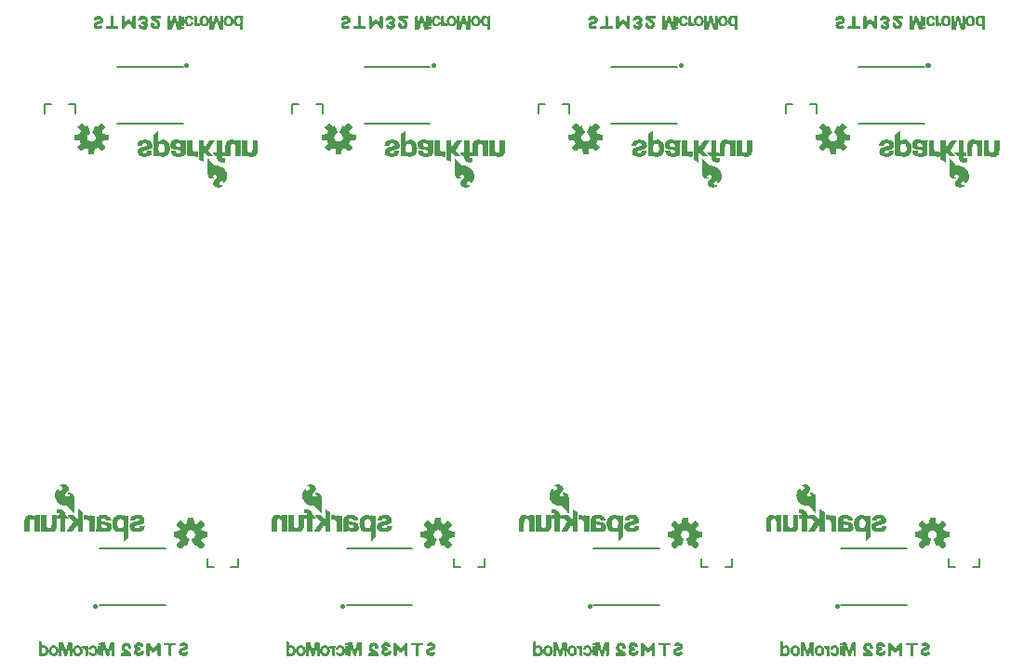
<source format=gbo>
G04 EAGLE Gerber RS-274X export*
G75*
%MOMM*%
%FSLAX34Y34*%
%LPD*%
%INSilkscreen Bottom*%
%IPPOS*%
%AMOC8*
5,1,8,0,0,1.08239X$1,22.5*%
G01*
%ADD10C,0.300000*%
%ADD11C,0.152400*%
%ADD12C,0.203200*%

G36*
X389590Y155746D02*
X389590Y155746D01*
X389698Y155756D01*
X389710Y155762D01*
X389724Y155764D01*
X389821Y155812D01*
X389920Y155857D01*
X389934Y155868D01*
X389942Y155872D01*
X389958Y155888D01*
X390034Y155950D01*
X392619Y158535D01*
X392683Y158624D01*
X392749Y158709D01*
X392753Y158722D01*
X392761Y158734D01*
X392793Y158837D01*
X392828Y158940D01*
X392828Y158954D01*
X392832Y158967D01*
X392829Y159075D01*
X392829Y159184D01*
X392825Y159197D01*
X392824Y159211D01*
X392786Y159313D01*
X392752Y159415D01*
X392742Y159430D01*
X392738Y159439D01*
X392725Y159456D01*
X392670Y159538D01*
X389906Y162928D01*
X390464Y164010D01*
X390470Y164030D01*
X390511Y164125D01*
X390882Y165284D01*
X395233Y165727D01*
X395338Y165755D01*
X395444Y165780D01*
X395455Y165787D01*
X395469Y165790D01*
X395559Y165851D01*
X395651Y165908D01*
X395660Y165919D01*
X395671Y165927D01*
X395737Y166013D01*
X395806Y166097D01*
X395811Y166110D01*
X395819Y166121D01*
X395854Y166224D01*
X395892Y166325D01*
X395894Y166343D01*
X395897Y166352D01*
X395897Y166374D01*
X395907Y166472D01*
X395907Y170128D01*
X395889Y170235D01*
X395875Y170343D01*
X395869Y170355D01*
X395867Y170369D01*
X395816Y170465D01*
X395768Y170562D01*
X395758Y170572D01*
X395752Y170584D01*
X395673Y170658D01*
X395596Y170735D01*
X395584Y170741D01*
X395574Y170751D01*
X395475Y170796D01*
X395378Y170844D01*
X395361Y170848D01*
X395352Y170852D01*
X395330Y170854D01*
X395233Y170873D01*
X390882Y171316D01*
X390511Y172475D01*
X390502Y172493D01*
X390500Y172500D01*
X390497Y172507D01*
X390464Y172590D01*
X389906Y173672D01*
X392670Y177062D01*
X392724Y177156D01*
X392781Y177248D01*
X392785Y177261D01*
X392791Y177273D01*
X392812Y177380D01*
X392837Y177485D01*
X392836Y177499D01*
X392838Y177513D01*
X392824Y177620D01*
X392813Y177728D01*
X392808Y177741D01*
X392806Y177755D01*
X392758Y177852D01*
X392713Y177951D01*
X392702Y177964D01*
X392697Y177973D01*
X392682Y177988D01*
X392619Y178065D01*
X390034Y180650D01*
X389946Y180713D01*
X389860Y180779D01*
X389847Y180784D01*
X389836Y180792D01*
X389732Y180823D01*
X389629Y180859D01*
X389616Y180859D01*
X389602Y180863D01*
X389494Y180859D01*
X389385Y180860D01*
X389372Y180855D01*
X389359Y180855D01*
X389257Y180817D01*
X389154Y180782D01*
X389139Y180773D01*
X389130Y180769D01*
X389113Y180755D01*
X389031Y180701D01*
X385641Y177937D01*
X384559Y178494D01*
X384540Y178500D01*
X384445Y178542D01*
X383285Y178913D01*
X382843Y183264D01*
X382814Y183368D01*
X382790Y183474D01*
X382783Y183486D01*
X382779Y183499D01*
X382718Y183589D01*
X382661Y183682D01*
X382651Y183690D01*
X382643Y183702D01*
X382556Y183768D01*
X382473Y183837D01*
X382460Y183841D01*
X382449Y183850D01*
X382346Y183884D01*
X382244Y183923D01*
X382227Y183924D01*
X382218Y183928D01*
X382196Y183928D01*
X382097Y183937D01*
X378441Y183937D01*
X378334Y183920D01*
X378227Y183906D01*
X378214Y183900D01*
X378201Y183898D01*
X378105Y183846D01*
X378007Y183799D01*
X377998Y183789D01*
X377985Y183783D01*
X377911Y183703D01*
X377834Y183627D01*
X377828Y183615D01*
X377819Y183605D01*
X377774Y183506D01*
X377725Y183409D01*
X377722Y183391D01*
X377718Y183382D01*
X377716Y183361D01*
X377696Y183264D01*
X377254Y178913D01*
X376094Y178542D01*
X376076Y178532D01*
X375980Y178494D01*
X374898Y177937D01*
X371508Y180701D01*
X371414Y180755D01*
X371322Y180812D01*
X371308Y180815D01*
X371296Y180822D01*
X371190Y180843D01*
X371084Y180868D01*
X371070Y180866D01*
X371057Y180869D01*
X370949Y180854D01*
X370841Y180844D01*
X370829Y180838D01*
X370815Y180836D01*
X370718Y180788D01*
X370619Y180743D01*
X370605Y180732D01*
X370596Y180728D01*
X370581Y180712D01*
X370505Y180650D01*
X367920Y178065D01*
X367856Y177976D01*
X367790Y177891D01*
X367786Y177878D01*
X367777Y177866D01*
X367746Y177763D01*
X367711Y177660D01*
X367711Y177646D01*
X367707Y177633D01*
X367710Y177525D01*
X367710Y177416D01*
X367714Y177403D01*
X367715Y177389D01*
X367753Y177287D01*
X367787Y177185D01*
X367797Y177170D01*
X367800Y177161D01*
X367814Y177144D01*
X367869Y177062D01*
X370633Y173672D01*
X370075Y172590D01*
X370069Y172570D01*
X370028Y172475D01*
X369656Y171316D01*
X365306Y170873D01*
X365201Y170845D01*
X365095Y170820D01*
X365083Y170813D01*
X365070Y170810D01*
X364980Y170749D01*
X364888Y170692D01*
X364879Y170681D01*
X364868Y170673D01*
X364802Y170587D01*
X364733Y170503D01*
X364728Y170490D01*
X364720Y170479D01*
X364685Y170376D01*
X364647Y170275D01*
X364645Y170257D01*
X364642Y170248D01*
X364642Y170226D01*
X364632Y170128D01*
X364632Y166472D01*
X364650Y166365D01*
X364664Y166257D01*
X364670Y166245D01*
X364672Y166231D01*
X364723Y166135D01*
X364771Y166038D01*
X364780Y166028D01*
X364787Y166016D01*
X364866Y165942D01*
X364942Y165865D01*
X364955Y165859D01*
X364965Y165849D01*
X365064Y165804D01*
X365161Y165756D01*
X365178Y165752D01*
X365187Y165748D01*
X365209Y165746D01*
X365306Y165727D01*
X369656Y165284D01*
X370028Y164125D01*
X370037Y164107D01*
X370075Y164010D01*
X370633Y162928D01*
X367869Y159538D01*
X367815Y159444D01*
X367757Y159352D01*
X367754Y159339D01*
X367747Y159327D01*
X367727Y159220D01*
X367702Y159115D01*
X367703Y159101D01*
X367701Y159087D01*
X367715Y158980D01*
X367726Y158872D01*
X367731Y158859D01*
X367733Y158846D01*
X367781Y158748D01*
X367826Y158649D01*
X367837Y158636D01*
X367842Y158627D01*
X367857Y158612D01*
X367920Y158535D01*
X370505Y155950D01*
X370593Y155887D01*
X370679Y155821D01*
X370692Y155816D01*
X370703Y155808D01*
X370806Y155777D01*
X370909Y155741D01*
X370923Y155741D01*
X370936Y155737D01*
X371045Y155741D01*
X371153Y155740D01*
X371167Y155745D01*
X371180Y155745D01*
X371282Y155783D01*
X371385Y155818D01*
X371400Y155827D01*
X371409Y155831D01*
X371426Y155845D01*
X371508Y155899D01*
X374898Y158663D01*
X375979Y158106D01*
X376032Y158089D01*
X376081Y158063D01*
X376147Y158052D01*
X376212Y158031D01*
X376267Y158032D01*
X376322Y158023D01*
X376388Y158034D01*
X376455Y158035D01*
X376508Y158053D01*
X376563Y158062D01*
X376622Y158094D01*
X376685Y158117D01*
X376729Y158151D01*
X376778Y158177D01*
X376824Y158226D01*
X376877Y158268D01*
X376907Y158315D01*
X376945Y158355D01*
X377001Y158460D01*
X377009Y158473D01*
X377011Y158478D01*
X377015Y158485D01*
X379168Y163682D01*
X379187Y163765D01*
X379193Y163778D01*
X379194Y163794D01*
X379219Y163879D01*
X379218Y163900D01*
X379223Y163920D01*
X379215Y164002D01*
X379217Y164021D01*
X379212Y164041D01*
X379209Y164122D01*
X379201Y164142D01*
X379199Y164163D01*
X379168Y164232D01*
X379162Y164259D01*
X379147Y164283D01*
X379121Y164350D01*
X379107Y164366D01*
X379099Y164385D01*
X379053Y164434D01*
X379033Y164466D01*
X379002Y164491D01*
X378964Y164537D01*
X378942Y164553D01*
X378932Y164563D01*
X378910Y164575D01*
X378845Y164620D01*
X378844Y164621D01*
X378843Y164622D01*
X377944Y165128D01*
X377257Y165772D01*
X376743Y166560D01*
X376431Y167448D01*
X376339Y168385D01*
X376472Y169317D01*
X376823Y170191D01*
X377371Y170956D01*
X378085Y171569D01*
X378925Y171994D01*
X379842Y172208D01*
X380783Y172198D01*
X381695Y171964D01*
X382525Y171521D01*
X383226Y170892D01*
X383758Y170115D01*
X384090Y169234D01*
X384203Y168299D01*
X384094Y167382D01*
X383774Y166514D01*
X383261Y165745D01*
X382582Y165118D01*
X381697Y164623D01*
X381656Y164590D01*
X381614Y164567D01*
X381583Y164534D01*
X381534Y164499D01*
X381522Y164483D01*
X381507Y164470D01*
X381471Y164415D01*
X381447Y164389D01*
X381433Y164359D01*
X381392Y164301D01*
X381386Y164282D01*
X381375Y164265D01*
X381357Y164190D01*
X381346Y164167D01*
X381344Y164143D01*
X381321Y164068D01*
X381321Y164048D01*
X381317Y164028D01*
X381324Y163942D01*
X381322Y163924D01*
X381326Y163908D01*
X381328Y163824D01*
X381336Y163799D01*
X381337Y163785D01*
X381347Y163763D01*
X381371Y163682D01*
X382301Y161439D01*
X382301Y161438D01*
X383232Y159191D01*
X383524Y158485D01*
X383554Y158438D01*
X383574Y158386D01*
X383618Y158335D01*
X383653Y158278D01*
X383696Y158243D01*
X383732Y158200D01*
X383790Y158166D01*
X383842Y158123D01*
X383894Y158104D01*
X383941Y158075D01*
X384007Y158061D01*
X384070Y158037D01*
X384126Y158035D01*
X384180Y158024D01*
X384247Y158031D01*
X384314Y158029D01*
X384367Y158045D01*
X384422Y158052D01*
X384534Y158096D01*
X384547Y158100D01*
X384551Y158103D01*
X384560Y158106D01*
X385641Y158663D01*
X389031Y155899D01*
X389125Y155845D01*
X389217Y155788D01*
X389231Y155785D01*
X389243Y155778D01*
X389349Y155757D01*
X389455Y155732D01*
X389469Y155734D01*
X389482Y155731D01*
X389590Y155746D01*
G37*
G36*
X164520Y155746D02*
X164520Y155746D01*
X164628Y155756D01*
X164641Y155762D01*
X164655Y155764D01*
X164752Y155812D01*
X164851Y155857D01*
X164864Y155868D01*
X164873Y155872D01*
X164888Y155888D01*
X164965Y155950D01*
X167550Y158535D01*
X167613Y158624D01*
X167679Y158709D01*
X167684Y158722D01*
X167692Y158734D01*
X167723Y158837D01*
X167759Y158940D01*
X167759Y158954D01*
X167763Y158967D01*
X167759Y159075D01*
X167760Y159184D01*
X167755Y159197D01*
X167755Y159211D01*
X167717Y159313D01*
X167682Y159415D01*
X167673Y159430D01*
X167669Y159439D01*
X167655Y159456D01*
X167601Y159538D01*
X164837Y162928D01*
X165394Y164010D01*
X165400Y164030D01*
X165442Y164125D01*
X165813Y165284D01*
X170164Y165727D01*
X170268Y165755D01*
X170374Y165780D01*
X170386Y165787D01*
X170399Y165790D01*
X170489Y165851D01*
X170582Y165908D01*
X170590Y165919D01*
X170602Y165927D01*
X170668Y166013D01*
X170737Y166097D01*
X170741Y166110D01*
X170750Y166121D01*
X170784Y166224D01*
X170823Y166325D01*
X170824Y166343D01*
X170828Y166352D01*
X170828Y166374D01*
X170837Y166472D01*
X170837Y170128D01*
X170820Y170235D01*
X170806Y170343D01*
X170800Y170355D01*
X170798Y170369D01*
X170746Y170465D01*
X170699Y170562D01*
X170689Y170572D01*
X170683Y170584D01*
X170603Y170658D01*
X170527Y170735D01*
X170515Y170741D01*
X170505Y170751D01*
X170406Y170796D01*
X170309Y170844D01*
X170291Y170848D01*
X170282Y170852D01*
X170261Y170854D01*
X170164Y170873D01*
X165813Y171316D01*
X165442Y172475D01*
X165433Y172493D01*
X165431Y172500D01*
X165427Y172507D01*
X165394Y172590D01*
X164837Y173672D01*
X167601Y177062D01*
X167655Y177156D01*
X167712Y177248D01*
X167715Y177261D01*
X167722Y177273D01*
X167743Y177380D01*
X167768Y177485D01*
X167766Y177499D01*
X167769Y177513D01*
X167754Y177620D01*
X167744Y177728D01*
X167738Y177741D01*
X167736Y177755D01*
X167688Y177852D01*
X167643Y177951D01*
X167632Y177964D01*
X167628Y177973D01*
X167612Y177988D01*
X167550Y178065D01*
X164965Y180650D01*
X164876Y180713D01*
X164791Y180779D01*
X164778Y180784D01*
X164766Y180792D01*
X164663Y180823D01*
X164560Y180859D01*
X164546Y180859D01*
X164533Y180863D01*
X164425Y180859D01*
X164316Y180860D01*
X164303Y180855D01*
X164289Y180855D01*
X164187Y180817D01*
X164085Y180782D01*
X164070Y180773D01*
X164061Y180769D01*
X164044Y180755D01*
X163962Y180701D01*
X160572Y177937D01*
X159490Y178494D01*
X159470Y178500D01*
X159375Y178542D01*
X158216Y178913D01*
X157773Y183264D01*
X157745Y183368D01*
X157720Y183474D01*
X157713Y183486D01*
X157710Y183499D01*
X157649Y183589D01*
X157592Y183682D01*
X157581Y183690D01*
X157573Y183702D01*
X157487Y183768D01*
X157403Y183837D01*
X157390Y183841D01*
X157379Y183850D01*
X157276Y183884D01*
X157175Y183923D01*
X157157Y183924D01*
X157148Y183928D01*
X157126Y183928D01*
X157028Y183937D01*
X153372Y183937D01*
X153265Y183920D01*
X153157Y183906D01*
X153145Y183900D01*
X153131Y183898D01*
X153035Y183846D01*
X152938Y183799D01*
X152928Y183789D01*
X152916Y183783D01*
X152842Y183703D01*
X152765Y183627D01*
X152759Y183615D01*
X152749Y183605D01*
X152704Y183506D01*
X152656Y183409D01*
X152652Y183391D01*
X152648Y183382D01*
X152646Y183361D01*
X152627Y183264D01*
X152184Y178913D01*
X151025Y178542D01*
X151007Y178532D01*
X150910Y178494D01*
X149828Y177937D01*
X146438Y180701D01*
X146344Y180755D01*
X146252Y180812D01*
X146239Y180815D01*
X146227Y180822D01*
X146120Y180843D01*
X146015Y180868D01*
X146001Y180866D01*
X145987Y180869D01*
X145880Y180854D01*
X145772Y180844D01*
X145759Y180838D01*
X145746Y180836D01*
X145648Y180788D01*
X145549Y180743D01*
X145536Y180732D01*
X145527Y180728D01*
X145512Y180712D01*
X145435Y180650D01*
X142850Y178065D01*
X142787Y177976D01*
X142721Y177891D01*
X142716Y177878D01*
X142708Y177866D01*
X142677Y177763D01*
X142641Y177660D01*
X142641Y177646D01*
X142637Y177633D01*
X142641Y177525D01*
X142640Y177416D01*
X142645Y177403D01*
X142645Y177389D01*
X142683Y177287D01*
X142718Y177185D01*
X142727Y177170D01*
X142731Y177161D01*
X142745Y177144D01*
X142799Y177062D01*
X145563Y173672D01*
X145006Y172590D01*
X145000Y172570D01*
X144958Y172475D01*
X144587Y171316D01*
X140236Y170873D01*
X140132Y170845D01*
X140026Y170820D01*
X140014Y170813D01*
X140001Y170810D01*
X139911Y170749D01*
X139818Y170692D01*
X139810Y170681D01*
X139798Y170673D01*
X139732Y170587D01*
X139664Y170503D01*
X139659Y170490D01*
X139650Y170479D01*
X139616Y170376D01*
X139577Y170275D01*
X139576Y170257D01*
X139572Y170248D01*
X139573Y170226D01*
X139563Y170128D01*
X139563Y166472D01*
X139580Y166365D01*
X139594Y166257D01*
X139600Y166245D01*
X139602Y166231D01*
X139654Y166135D01*
X139701Y166038D01*
X139711Y166028D01*
X139717Y166016D01*
X139797Y165942D01*
X139873Y165865D01*
X139885Y165859D01*
X139896Y165849D01*
X139994Y165804D01*
X140091Y165756D01*
X140109Y165752D01*
X140118Y165748D01*
X140139Y165746D01*
X140236Y165727D01*
X144587Y165284D01*
X144958Y164125D01*
X144968Y164107D01*
X145006Y164010D01*
X145563Y162928D01*
X142799Y159538D01*
X142745Y159444D01*
X142688Y159352D01*
X142685Y159339D01*
X142678Y159327D01*
X142657Y159220D01*
X142632Y159115D01*
X142634Y159101D01*
X142631Y159087D01*
X142646Y158980D01*
X142656Y158872D01*
X142662Y158859D01*
X142664Y158846D01*
X142712Y158748D01*
X142757Y158649D01*
X142768Y158636D01*
X142772Y158627D01*
X142788Y158612D01*
X142850Y158535D01*
X145435Y155950D01*
X145524Y155887D01*
X145609Y155821D01*
X145622Y155816D01*
X145634Y155808D01*
X145737Y155777D01*
X145840Y155741D01*
X145854Y155741D01*
X145867Y155737D01*
X145975Y155741D01*
X146084Y155740D01*
X146097Y155745D01*
X146111Y155745D01*
X146213Y155783D01*
X146315Y155818D01*
X146330Y155827D01*
X146339Y155831D01*
X146356Y155845D01*
X146438Y155899D01*
X149828Y158663D01*
X150910Y158106D01*
X150963Y158089D01*
X151012Y158063D01*
X151078Y158052D01*
X151142Y158031D01*
X151198Y158032D01*
X151252Y158023D01*
X151319Y158034D01*
X151386Y158035D01*
X151438Y158053D01*
X151493Y158062D01*
X151553Y158094D01*
X151616Y158117D01*
X151659Y158151D01*
X151709Y158177D01*
X151755Y158226D01*
X151807Y158268D01*
X151838Y158315D01*
X151876Y158355D01*
X151932Y158460D01*
X151940Y158473D01*
X151941Y158478D01*
X151945Y158485D01*
X154098Y163682D01*
X154118Y163765D01*
X154123Y163778D01*
X154125Y163794D01*
X154150Y163879D01*
X154149Y163900D01*
X154154Y163920D01*
X154146Y164002D01*
X154147Y164021D01*
X154143Y164041D01*
X154139Y164122D01*
X154132Y164142D01*
X154130Y164163D01*
X154098Y164232D01*
X154092Y164259D01*
X154077Y164283D01*
X154051Y164350D01*
X154038Y164366D01*
X154029Y164385D01*
X153984Y164434D01*
X153964Y164466D01*
X153933Y164491D01*
X153895Y164537D01*
X153872Y164553D01*
X153862Y164563D01*
X153841Y164575D01*
X153776Y164620D01*
X153775Y164621D01*
X153774Y164622D01*
X152875Y165128D01*
X152188Y165772D01*
X151673Y166560D01*
X151361Y167448D01*
X151269Y168385D01*
X151402Y169317D01*
X151753Y170191D01*
X152302Y170956D01*
X153016Y171569D01*
X153856Y171994D01*
X154773Y172208D01*
X155714Y172198D01*
X156626Y171964D01*
X157456Y171521D01*
X158157Y170892D01*
X158689Y170115D01*
X159020Y169234D01*
X159133Y168299D01*
X159025Y167382D01*
X158705Y166514D01*
X158191Y165745D01*
X157512Y165118D01*
X156628Y164623D01*
X156586Y164590D01*
X156544Y164567D01*
X156513Y164534D01*
X156465Y164499D01*
X156453Y164483D01*
X156437Y164470D01*
X156402Y164415D01*
X156377Y164389D01*
X156364Y164359D01*
X156322Y164301D01*
X156316Y164282D01*
X156306Y164265D01*
X156287Y164190D01*
X156277Y164167D01*
X156274Y164143D01*
X156251Y164068D01*
X156252Y164048D01*
X156247Y164028D01*
X156254Y163942D01*
X156253Y163924D01*
X156256Y163908D01*
X156259Y163824D01*
X156267Y163799D01*
X156268Y163785D01*
X156278Y163763D01*
X156302Y163682D01*
X157231Y161439D01*
X157231Y161438D01*
X158162Y159191D01*
X158163Y159191D01*
X158455Y158485D01*
X158484Y158438D01*
X158505Y158386D01*
X158548Y158335D01*
X158584Y158278D01*
X158627Y158243D01*
X158663Y158200D01*
X158720Y158166D01*
X158772Y158123D01*
X158824Y158104D01*
X158872Y158075D01*
X158938Y158061D01*
X159001Y158037D01*
X159056Y158035D01*
X159110Y158024D01*
X159177Y158031D01*
X159244Y158029D01*
X159298Y158045D01*
X159353Y158052D01*
X159464Y158096D01*
X159478Y158100D01*
X159482Y158103D01*
X159490Y158106D01*
X160572Y158663D01*
X163962Y155899D01*
X164056Y155845D01*
X164148Y155788D01*
X164161Y155785D01*
X164173Y155778D01*
X164280Y155757D01*
X164385Y155732D01*
X164399Y155734D01*
X164413Y155731D01*
X164520Y155746D01*
G37*
G36*
X839754Y155746D02*
X839754Y155746D01*
X839862Y155756D01*
X839874Y155762D01*
X839888Y155764D01*
X839985Y155812D01*
X840084Y155857D01*
X840098Y155868D01*
X840107Y155872D01*
X840122Y155888D01*
X840198Y155950D01*
X842783Y158535D01*
X842847Y158624D01*
X842913Y158709D01*
X842918Y158722D01*
X842926Y158734D01*
X842957Y158837D01*
X842992Y158940D01*
X842992Y158954D01*
X842996Y158967D01*
X842993Y159075D01*
X842993Y159184D01*
X842989Y159197D01*
X842989Y159211D01*
X842950Y159313D01*
X842916Y159415D01*
X842906Y159430D01*
X842903Y159439D01*
X842889Y159456D01*
X842834Y159538D01*
X840070Y162928D01*
X840628Y164010D01*
X840634Y164030D01*
X840675Y164125D01*
X841047Y165284D01*
X845397Y165727D01*
X845502Y165755D01*
X845608Y165780D01*
X845620Y165787D01*
X845633Y165790D01*
X845723Y165851D01*
X845815Y165908D01*
X845824Y165919D01*
X845835Y165927D01*
X845901Y166013D01*
X845970Y166097D01*
X845975Y166110D01*
X845983Y166121D01*
X846018Y166224D01*
X846056Y166325D01*
X846058Y166343D01*
X846061Y166352D01*
X846061Y166374D01*
X846071Y166472D01*
X846071Y170128D01*
X846053Y170235D01*
X846039Y170343D01*
X846033Y170355D01*
X846031Y170369D01*
X845980Y170465D01*
X845932Y170562D01*
X845923Y170572D01*
X845916Y170584D01*
X845837Y170658D01*
X845761Y170735D01*
X845748Y170741D01*
X845738Y170751D01*
X845639Y170796D01*
X845542Y170844D01*
X845525Y170848D01*
X845516Y170852D01*
X845494Y170854D01*
X845397Y170873D01*
X841047Y171316D01*
X840675Y172475D01*
X840666Y172493D01*
X840665Y172500D01*
X840661Y172507D01*
X840628Y172590D01*
X840070Y173672D01*
X842834Y177062D01*
X842888Y177156D01*
X842946Y177248D01*
X842949Y177261D01*
X842956Y177273D01*
X842976Y177380D01*
X843001Y177485D01*
X843000Y177499D01*
X843003Y177513D01*
X842988Y177620D01*
X842978Y177728D01*
X842972Y177741D01*
X842970Y177755D01*
X842922Y177852D01*
X842877Y177951D01*
X842866Y177964D01*
X842861Y177973D01*
X842846Y177988D01*
X842783Y178065D01*
X840198Y180650D01*
X840110Y180713D01*
X840024Y180779D01*
X840011Y180784D01*
X840000Y180792D01*
X839897Y180823D01*
X839794Y180859D01*
X839780Y180859D01*
X839767Y180863D01*
X839658Y180859D01*
X839550Y180860D01*
X839537Y180855D01*
X839523Y180855D01*
X839421Y180817D01*
X839318Y180782D01*
X839304Y180773D01*
X839294Y180769D01*
X839277Y180755D01*
X839195Y180701D01*
X835805Y177937D01*
X834723Y178494D01*
X834704Y178500D01*
X834609Y178542D01*
X833449Y178913D01*
X833007Y183264D01*
X832979Y183368D01*
X832954Y183474D01*
X832947Y183486D01*
X832943Y183499D01*
X832883Y183589D01*
X832825Y183682D01*
X832815Y183690D01*
X832807Y183702D01*
X832721Y183768D01*
X832637Y183837D01*
X832624Y183841D01*
X832613Y183850D01*
X832510Y183884D01*
X832409Y183923D01*
X832391Y183924D01*
X832382Y183928D01*
X832360Y183928D01*
X832262Y183937D01*
X828606Y183937D01*
X828498Y183920D01*
X828391Y183906D01*
X828379Y183900D01*
X828365Y183898D01*
X828269Y183846D01*
X828172Y183799D01*
X828162Y183789D01*
X828150Y183783D01*
X828076Y183703D01*
X827998Y183627D01*
X827992Y183615D01*
X827983Y183605D01*
X827938Y183506D01*
X827890Y183409D01*
X827886Y183391D01*
X827882Y183382D01*
X827880Y183361D01*
X827860Y183264D01*
X827418Y178913D01*
X826259Y178542D01*
X826240Y178532D01*
X826144Y178494D01*
X825062Y177937D01*
X821672Y180701D01*
X821578Y180755D01*
X821486Y180812D01*
X821472Y180815D01*
X821460Y180822D01*
X821354Y180843D01*
X821248Y180868D01*
X821234Y180866D01*
X821221Y180869D01*
X821113Y180854D01*
X821005Y180844D01*
X820993Y180838D01*
X820979Y180836D01*
X820882Y180788D01*
X820783Y180743D01*
X820769Y180732D01*
X820761Y180728D01*
X820745Y180712D01*
X820669Y180650D01*
X818084Y178065D01*
X818020Y177976D01*
X817954Y177891D01*
X817950Y177878D01*
X817942Y177866D01*
X817910Y177763D01*
X817875Y177660D01*
X817875Y177646D01*
X817871Y177633D01*
X817874Y177525D01*
X817874Y177416D01*
X817878Y177403D01*
X817879Y177389D01*
X817917Y177287D01*
X817951Y177185D01*
X817961Y177170D01*
X817965Y177161D01*
X817978Y177144D01*
X818033Y177062D01*
X820797Y173672D01*
X820239Y172590D01*
X820233Y172570D01*
X820192Y172475D01*
X819821Y171316D01*
X815470Y170873D01*
X815365Y170845D01*
X815259Y170820D01*
X815248Y170813D01*
X815234Y170810D01*
X815144Y170749D01*
X815052Y170692D01*
X815043Y170681D01*
X815032Y170673D01*
X814966Y170587D01*
X814897Y170503D01*
X814892Y170490D01*
X814884Y170479D01*
X814849Y170376D01*
X814811Y170275D01*
X814809Y170257D01*
X814806Y170248D01*
X814806Y170226D01*
X814796Y170128D01*
X814796Y166472D01*
X814814Y166365D01*
X814828Y166257D01*
X814834Y166245D01*
X814836Y166231D01*
X814887Y166135D01*
X814935Y166038D01*
X814945Y166028D01*
X814951Y166016D01*
X815030Y165942D01*
X815107Y165865D01*
X815119Y165859D01*
X815129Y165849D01*
X815228Y165804D01*
X815325Y165756D01*
X815342Y165752D01*
X815351Y165748D01*
X815373Y165746D01*
X815470Y165727D01*
X819821Y165284D01*
X820192Y164125D01*
X820201Y164107D01*
X820239Y164010D01*
X820797Y162928D01*
X818033Y159538D01*
X817979Y159444D01*
X817922Y159352D01*
X817918Y159339D01*
X817912Y159327D01*
X817891Y159220D01*
X817866Y159115D01*
X817867Y159101D01*
X817865Y159087D01*
X817879Y158980D01*
X817890Y158872D01*
X817895Y158859D01*
X817897Y158846D01*
X817945Y158748D01*
X817990Y158649D01*
X818001Y158636D01*
X818006Y158627D01*
X818021Y158612D01*
X818084Y158535D01*
X820669Y155950D01*
X820757Y155887D01*
X820843Y155821D01*
X820856Y155816D01*
X820867Y155808D01*
X820971Y155777D01*
X821074Y155741D01*
X821087Y155741D01*
X821101Y155737D01*
X821209Y155741D01*
X821318Y155740D01*
X821331Y155745D01*
X821345Y155745D01*
X821446Y155783D01*
X821549Y155818D01*
X821564Y155827D01*
X821573Y155831D01*
X821590Y155845D01*
X821672Y155899D01*
X825062Y158663D01*
X826143Y158106D01*
X826196Y158089D01*
X826245Y158063D01*
X826312Y158052D01*
X826376Y158031D01*
X826431Y158032D01*
X826486Y158023D01*
X826552Y158034D01*
X826620Y158035D01*
X826672Y158053D01*
X826727Y158062D01*
X826786Y158094D01*
X826850Y158117D01*
X826893Y158151D01*
X826942Y158177D01*
X826988Y158226D01*
X827041Y158268D01*
X827071Y158315D01*
X827109Y158355D01*
X827165Y158460D01*
X827174Y158473D01*
X827175Y158478D01*
X827179Y158485D01*
X829332Y163682D01*
X829351Y163765D01*
X829357Y163778D01*
X829359Y163794D01*
X829383Y163879D01*
X829382Y163900D01*
X829387Y163920D01*
X829379Y164002D01*
X829381Y164021D01*
X829376Y164041D01*
X829373Y164122D01*
X829365Y164142D01*
X829363Y164163D01*
X829332Y164232D01*
X829326Y164259D01*
X829311Y164283D01*
X829285Y164350D01*
X829271Y164366D01*
X829263Y164385D01*
X829217Y164434D01*
X829197Y164466D01*
X829167Y164491D01*
X829128Y164537D01*
X829106Y164553D01*
X829096Y164563D01*
X829075Y164575D01*
X829009Y164620D01*
X829009Y164621D01*
X829008Y164621D01*
X829007Y164622D01*
X828108Y165128D01*
X827421Y165772D01*
X826907Y166560D01*
X826595Y167448D01*
X826503Y168385D01*
X826636Y169317D01*
X826987Y170191D01*
X827535Y170956D01*
X828250Y171569D01*
X829089Y171994D01*
X830006Y172208D01*
X830947Y172198D01*
X831859Y171964D01*
X832690Y171521D01*
X833391Y170892D01*
X833922Y170115D01*
X834254Y169234D01*
X834367Y168299D01*
X834259Y167382D01*
X833939Y166514D01*
X833425Y165745D01*
X832746Y165118D01*
X831862Y164623D01*
X831820Y164590D01*
X831778Y164567D01*
X831747Y164534D01*
X831698Y164499D01*
X831687Y164483D01*
X831671Y164470D01*
X831635Y164415D01*
X831611Y164389D01*
X831597Y164359D01*
X831556Y164301D01*
X831550Y164282D01*
X831539Y164265D01*
X831521Y164190D01*
X831510Y164167D01*
X831508Y164143D01*
X831485Y164068D01*
X831485Y164048D01*
X831481Y164028D01*
X831488Y163942D01*
X831486Y163924D01*
X831490Y163908D01*
X831493Y163824D01*
X831500Y163799D01*
X831501Y163785D01*
X831511Y163763D01*
X831535Y163682D01*
X832465Y161439D01*
X832465Y161438D01*
X833396Y159191D01*
X833688Y158485D01*
X833718Y158438D01*
X833738Y158386D01*
X833782Y158335D01*
X833817Y158278D01*
X833860Y158243D01*
X833896Y158200D01*
X833954Y158166D01*
X834006Y158123D01*
X834058Y158104D01*
X834105Y158075D01*
X834171Y158061D01*
X834234Y158037D01*
X834290Y158035D01*
X834344Y158024D01*
X834411Y158031D01*
X834478Y158029D01*
X834531Y158045D01*
X834586Y158052D01*
X834698Y158096D01*
X834712Y158100D01*
X834716Y158103D01*
X834724Y158106D01*
X835805Y158663D01*
X839195Y155899D01*
X839289Y155845D01*
X839381Y155788D01*
X839395Y155785D01*
X839407Y155778D01*
X839513Y155757D01*
X839619Y155732D01*
X839633Y155734D01*
X839646Y155731D01*
X839754Y155746D01*
G37*
G36*
X614684Y155746D02*
X614684Y155746D01*
X614792Y155756D01*
X614805Y155762D01*
X614819Y155764D01*
X614916Y155812D01*
X615015Y155857D01*
X615028Y155868D01*
X615037Y155872D01*
X615053Y155888D01*
X615129Y155950D01*
X617714Y158535D01*
X617777Y158624D01*
X617844Y158709D01*
X617848Y158722D01*
X617856Y158734D01*
X617888Y158837D01*
X617923Y158940D01*
X617923Y158954D01*
X617927Y158967D01*
X617924Y159075D01*
X617924Y159184D01*
X617920Y159197D01*
X617919Y159211D01*
X617881Y159313D01*
X617846Y159415D01*
X617837Y159430D01*
X617833Y159439D01*
X617819Y159456D01*
X617765Y159538D01*
X615001Y162928D01*
X615558Y164010D01*
X615565Y164030D01*
X615606Y164125D01*
X615977Y165284D01*
X620328Y165727D01*
X620432Y165755D01*
X620538Y165780D01*
X620550Y165787D01*
X620563Y165790D01*
X620654Y165851D01*
X620746Y165908D01*
X620754Y165919D01*
X620766Y165927D01*
X620832Y166013D01*
X620901Y166097D01*
X620906Y166110D01*
X620914Y166121D01*
X620949Y166224D01*
X620987Y166325D01*
X620989Y166343D01*
X620992Y166352D01*
X620992Y166374D01*
X621001Y166472D01*
X621001Y170128D01*
X620984Y170235D01*
X620970Y170343D01*
X620964Y170355D01*
X620962Y170369D01*
X620911Y170465D01*
X620863Y170562D01*
X620853Y170572D01*
X620847Y170584D01*
X620768Y170658D01*
X620691Y170735D01*
X620679Y170741D01*
X620669Y170751D01*
X620570Y170796D01*
X620473Y170844D01*
X620455Y170848D01*
X620446Y170852D01*
X620425Y170854D01*
X620328Y170873D01*
X615977Y171316D01*
X615606Y172475D01*
X615597Y172493D01*
X615595Y172500D01*
X615591Y172507D01*
X615558Y172590D01*
X615001Y173672D01*
X617765Y177062D01*
X617819Y177156D01*
X617876Y177248D01*
X617879Y177261D01*
X617886Y177273D01*
X617907Y177380D01*
X617932Y177485D01*
X617930Y177499D01*
X617933Y177513D01*
X617919Y177620D01*
X617908Y177728D01*
X617902Y177741D01*
X617901Y177755D01*
X617852Y177852D01*
X617808Y177951D01*
X617796Y177964D01*
X617792Y177973D01*
X617777Y177988D01*
X617714Y178065D01*
X615129Y180650D01*
X615041Y180713D01*
X614955Y180779D01*
X614942Y180784D01*
X614931Y180792D01*
X614827Y180823D01*
X614724Y180859D01*
X614710Y180859D01*
X614697Y180863D01*
X614589Y180859D01*
X614480Y180860D01*
X614467Y180855D01*
X614453Y180855D01*
X614352Y180817D01*
X614249Y180782D01*
X614234Y180773D01*
X614225Y180769D01*
X614208Y180755D01*
X614126Y180701D01*
X610736Y177937D01*
X609654Y178494D01*
X609635Y178500D01*
X609539Y178542D01*
X608380Y178913D01*
X607938Y183264D01*
X607909Y183368D01*
X607885Y183474D01*
X607877Y183486D01*
X607874Y183499D01*
X607813Y183589D01*
X607756Y183682D01*
X607745Y183690D01*
X607738Y183702D01*
X607651Y183768D01*
X607567Y183837D01*
X607555Y183841D01*
X607544Y183850D01*
X607441Y183884D01*
X607339Y183923D01*
X607322Y183924D01*
X607312Y183928D01*
X607291Y183928D01*
X607192Y183937D01*
X603536Y183937D01*
X603429Y183920D01*
X603321Y183906D01*
X603309Y183900D01*
X603295Y183898D01*
X603200Y183846D01*
X603102Y183799D01*
X603092Y183789D01*
X603080Y183783D01*
X603006Y183703D01*
X602929Y183627D01*
X602923Y183615D01*
X602913Y183605D01*
X602869Y183506D01*
X602820Y183409D01*
X602817Y183391D01*
X602813Y183382D01*
X602810Y183361D01*
X602791Y183264D01*
X602348Y178913D01*
X601189Y178542D01*
X601171Y178532D01*
X601074Y178494D01*
X599992Y177937D01*
X596603Y180701D01*
X596509Y180755D01*
X596416Y180812D01*
X596403Y180815D01*
X596391Y180822D01*
X596285Y180843D01*
X596179Y180868D01*
X596165Y180866D01*
X596152Y180869D01*
X596044Y180854D01*
X595936Y180844D01*
X595923Y180838D01*
X595910Y180836D01*
X595813Y180788D01*
X595714Y180743D01*
X595700Y180732D01*
X595691Y180728D01*
X595676Y180712D01*
X595599Y180650D01*
X593014Y178065D01*
X592951Y177976D01*
X592885Y177891D01*
X592880Y177878D01*
X592872Y177866D01*
X592841Y177763D01*
X592805Y177660D01*
X592805Y177646D01*
X592801Y177633D01*
X592805Y177525D01*
X592804Y177416D01*
X592809Y177403D01*
X592809Y177389D01*
X592848Y177287D01*
X592882Y177185D01*
X592892Y177170D01*
X592895Y177161D01*
X592909Y177144D01*
X592964Y177062D01*
X595727Y173672D01*
X595170Y172590D01*
X595164Y172570D01*
X595122Y172475D01*
X594751Y171316D01*
X590400Y170873D01*
X590296Y170845D01*
X590190Y170820D01*
X590178Y170813D01*
X590165Y170810D01*
X590075Y170749D01*
X589983Y170692D01*
X589974Y170681D01*
X589962Y170673D01*
X589897Y170587D01*
X589828Y170503D01*
X589823Y170490D01*
X589814Y170479D01*
X589780Y170376D01*
X589742Y170275D01*
X589740Y170257D01*
X589737Y170248D01*
X589737Y170226D01*
X589727Y170128D01*
X589727Y166472D01*
X589745Y166365D01*
X589758Y166257D01*
X589764Y166245D01*
X589767Y166231D01*
X589818Y166135D01*
X589865Y166038D01*
X589875Y166028D01*
X589882Y166016D01*
X589961Y165942D01*
X590037Y165865D01*
X590050Y165859D01*
X590060Y165849D01*
X590158Y165804D01*
X590256Y165756D01*
X590273Y165752D01*
X590282Y165748D01*
X590304Y165746D01*
X590400Y165727D01*
X594751Y165284D01*
X595122Y164125D01*
X595132Y164107D01*
X595170Y164010D01*
X595727Y162928D01*
X592964Y159538D01*
X592910Y159444D01*
X592852Y159352D01*
X592849Y159339D01*
X592842Y159327D01*
X592821Y159220D01*
X592797Y159115D01*
X592798Y159101D01*
X592795Y159087D01*
X592810Y158980D01*
X592820Y158872D01*
X592826Y158859D01*
X592828Y158846D01*
X592876Y158748D01*
X592921Y158649D01*
X592932Y158636D01*
X592936Y158627D01*
X592952Y158612D01*
X593014Y158535D01*
X595599Y155950D01*
X595688Y155887D01*
X595773Y155821D01*
X595787Y155816D01*
X595798Y155808D01*
X595901Y155777D01*
X596004Y155741D01*
X596018Y155741D01*
X596031Y155737D01*
X596139Y155741D01*
X596248Y155740D01*
X596261Y155745D01*
X596275Y155745D01*
X596377Y155783D01*
X596480Y155818D01*
X596494Y155827D01*
X596504Y155831D01*
X596520Y155845D01*
X596603Y155899D01*
X599992Y158663D01*
X601074Y158106D01*
X601127Y158089D01*
X601176Y158063D01*
X601242Y158052D01*
X601306Y158031D01*
X601362Y158032D01*
X601417Y158023D01*
X601483Y158034D01*
X601550Y158035D01*
X601603Y158053D01*
X601657Y158062D01*
X601717Y158094D01*
X601780Y158117D01*
X601824Y158151D01*
X601873Y158177D01*
X601919Y158226D01*
X601972Y158268D01*
X602002Y158315D01*
X602040Y158355D01*
X602096Y158460D01*
X602104Y158473D01*
X602105Y158478D01*
X602109Y158485D01*
X604262Y163682D01*
X604282Y163765D01*
X604288Y163778D01*
X604289Y163794D01*
X604314Y163879D01*
X604313Y163900D01*
X604318Y163920D01*
X604310Y164002D01*
X604312Y164021D01*
X604307Y164041D01*
X604304Y164122D01*
X604296Y164142D01*
X604294Y164163D01*
X604263Y164232D01*
X604256Y164259D01*
X604241Y164283D01*
X604215Y164350D01*
X604202Y164366D01*
X604193Y164385D01*
X604148Y164434D01*
X604128Y164466D01*
X604097Y164491D01*
X604059Y164537D01*
X604036Y164553D01*
X604027Y164563D01*
X604005Y164575D01*
X603940Y164620D01*
X603939Y164621D01*
X603938Y164622D01*
X603039Y165128D01*
X602352Y165772D01*
X601838Y166560D01*
X601526Y167448D01*
X601433Y168385D01*
X601567Y169317D01*
X601917Y170191D01*
X602466Y170956D01*
X603180Y171569D01*
X604020Y171994D01*
X604937Y172208D01*
X605878Y172198D01*
X606790Y171964D01*
X607620Y171521D01*
X608321Y170892D01*
X608853Y170115D01*
X609185Y169234D01*
X609298Y168299D01*
X609189Y167382D01*
X608869Y166514D01*
X608355Y165745D01*
X607676Y165118D01*
X606792Y164623D01*
X606751Y164590D01*
X606708Y164567D01*
X606678Y164534D01*
X606629Y164499D01*
X606617Y164483D01*
X606602Y164470D01*
X606566Y164415D01*
X606542Y164389D01*
X606528Y164359D01*
X606486Y164301D01*
X606481Y164282D01*
X606470Y164265D01*
X606451Y164190D01*
X606441Y164167D01*
X606438Y164143D01*
X606415Y164068D01*
X606416Y164048D01*
X606411Y164028D01*
X606419Y163942D01*
X606417Y163924D01*
X606421Y163908D01*
X606423Y163824D01*
X606431Y163799D01*
X606432Y163785D01*
X606442Y163763D01*
X606466Y163682D01*
X607395Y161439D01*
X607396Y161439D01*
X607396Y161438D01*
X608327Y159191D01*
X608619Y158485D01*
X608648Y158438D01*
X608669Y158386D01*
X608712Y158335D01*
X608748Y158278D01*
X608791Y158243D01*
X608827Y158200D01*
X608884Y158166D01*
X608936Y158123D01*
X608989Y158104D01*
X609036Y158075D01*
X609102Y158061D01*
X609165Y158037D01*
X609220Y158035D01*
X609275Y158024D01*
X609341Y158031D01*
X609409Y158029D01*
X609462Y158045D01*
X609517Y158052D01*
X609628Y158096D01*
X609642Y158100D01*
X609646Y158103D01*
X609654Y158106D01*
X610736Y158663D01*
X614126Y155899D01*
X614220Y155845D01*
X614312Y155788D01*
X614325Y155785D01*
X614337Y155778D01*
X614444Y155757D01*
X614550Y155732D01*
X614563Y155734D01*
X614577Y155731D01*
X614684Y155746D01*
G37*
G36*
X66725Y514580D02*
X66725Y514580D01*
X66832Y514594D01*
X66844Y514600D01*
X66858Y514602D01*
X66954Y514654D01*
X67051Y514701D01*
X67061Y514711D01*
X67073Y514717D01*
X67148Y514797D01*
X67225Y514873D01*
X67231Y514885D01*
X67240Y514896D01*
X67285Y514994D01*
X67333Y515091D01*
X67337Y515109D01*
X67341Y515118D01*
X67343Y515139D01*
X67363Y515236D01*
X67805Y519587D01*
X68965Y519958D01*
X68983Y519968D01*
X69079Y520006D01*
X70161Y520563D01*
X73551Y517799D01*
X73645Y517745D01*
X73737Y517688D01*
X73751Y517685D01*
X73763Y517678D01*
X73869Y517657D01*
X73975Y517632D01*
X73989Y517634D01*
X74002Y517631D01*
X74110Y517646D01*
X74218Y517656D01*
X74230Y517662D01*
X74244Y517664D01*
X74341Y517712D01*
X74440Y517757D01*
X74454Y517768D01*
X74462Y517772D01*
X74478Y517788D01*
X74554Y517850D01*
X77139Y520435D01*
X77203Y520524D01*
X77269Y520609D01*
X77273Y520622D01*
X77281Y520634D01*
X77313Y520737D01*
X77348Y520840D01*
X77348Y520854D01*
X77352Y520867D01*
X77349Y520975D01*
X77349Y521084D01*
X77345Y521097D01*
X77344Y521111D01*
X77306Y521213D01*
X77272Y521315D01*
X77262Y521330D01*
X77258Y521339D01*
X77245Y521356D01*
X77190Y521438D01*
X74426Y524828D01*
X74984Y525910D01*
X74990Y525930D01*
X75031Y526025D01*
X75402Y527184D01*
X79753Y527627D01*
X79858Y527655D01*
X79964Y527680D01*
X79975Y527687D01*
X79989Y527690D01*
X80079Y527751D01*
X80171Y527808D01*
X80180Y527819D01*
X80191Y527827D01*
X80257Y527913D01*
X80326Y527997D01*
X80331Y528010D01*
X80339Y528021D01*
X80374Y528124D01*
X80412Y528225D01*
X80414Y528243D01*
X80417Y528252D01*
X80417Y528274D01*
X80427Y528372D01*
X80427Y532028D01*
X80409Y532135D01*
X80395Y532243D01*
X80389Y532255D01*
X80387Y532269D01*
X80336Y532365D01*
X80288Y532462D01*
X80278Y532472D01*
X80272Y532484D01*
X80193Y532558D01*
X80116Y532635D01*
X80104Y532641D01*
X80094Y532651D01*
X79995Y532696D01*
X79898Y532744D01*
X79881Y532748D01*
X79872Y532752D01*
X79850Y532754D01*
X79753Y532773D01*
X75402Y533216D01*
X75031Y534375D01*
X75022Y534393D01*
X74984Y534490D01*
X74426Y535572D01*
X77190Y538962D01*
X77244Y539056D01*
X77301Y539148D01*
X77305Y539161D01*
X77311Y539173D01*
X77332Y539280D01*
X77357Y539385D01*
X77356Y539399D01*
X77358Y539413D01*
X77344Y539520D01*
X77333Y539628D01*
X77328Y539641D01*
X77326Y539655D01*
X77278Y539752D01*
X77233Y539851D01*
X77222Y539864D01*
X77217Y539873D01*
X77202Y539888D01*
X77139Y539965D01*
X74554Y542550D01*
X74466Y542613D01*
X74380Y542679D01*
X74367Y542684D01*
X74356Y542692D01*
X74252Y542723D01*
X74149Y542759D01*
X74136Y542759D01*
X74122Y542763D01*
X74014Y542759D01*
X73905Y542760D01*
X73892Y542755D01*
X73879Y542755D01*
X73777Y542717D01*
X73674Y542682D01*
X73659Y542673D01*
X73650Y542669D01*
X73633Y542655D01*
X73551Y542601D01*
X70161Y539837D01*
X69080Y540394D01*
X69027Y540411D01*
X68978Y540437D01*
X68911Y540448D01*
X68847Y540469D01*
X68792Y540468D01*
X68737Y540477D01*
X68671Y540466D01*
X68603Y540465D01*
X68551Y540447D01*
X68496Y540438D01*
X68437Y540406D01*
X68373Y540383D01*
X68330Y540349D01*
X68281Y540323D01*
X68235Y540274D01*
X68182Y540232D01*
X68152Y540185D01*
X68114Y540145D01*
X68058Y540040D01*
X68050Y540027D01*
X68048Y540022D01*
X68044Y540015D01*
X65891Y534818D01*
X65868Y534719D01*
X65840Y534621D01*
X65841Y534600D01*
X65836Y534580D01*
X65846Y534479D01*
X65850Y534378D01*
X65858Y534358D01*
X65860Y534337D01*
X65902Y534245D01*
X65938Y534150D01*
X65952Y534134D01*
X65960Y534115D01*
X66030Y534041D01*
X66095Y533963D01*
X66117Y533947D01*
X66127Y533937D01*
X66148Y533925D01*
X66216Y533878D01*
X67115Y533372D01*
X67802Y532728D01*
X68316Y531940D01*
X68628Y531052D01*
X68720Y530115D01*
X68587Y529183D01*
X68236Y528309D01*
X67688Y527544D01*
X66973Y526931D01*
X66134Y526506D01*
X65217Y526292D01*
X64276Y526302D01*
X63364Y526536D01*
X62533Y526979D01*
X61832Y527608D01*
X61301Y528385D01*
X60969Y529266D01*
X60856Y530201D01*
X60965Y531118D01*
X61284Y531986D01*
X61798Y532755D01*
X62477Y533382D01*
X63361Y533877D01*
X63442Y533941D01*
X63525Y534001D01*
X63537Y534017D01*
X63552Y534030D01*
X63607Y534116D01*
X63667Y534199D01*
X63673Y534218D01*
X63684Y534235D01*
X63708Y534334D01*
X63738Y534433D01*
X63738Y534452D01*
X63742Y534472D01*
X63734Y534574D01*
X63730Y534676D01*
X63723Y534701D01*
X63722Y534715D01*
X63712Y534737D01*
X63688Y534818D01*
X63580Y535079D01*
X63579Y535079D01*
X62648Y537326D01*
X62648Y537327D01*
X61717Y539574D01*
X61535Y540015D01*
X61505Y540062D01*
X61485Y540114D01*
X61441Y540165D01*
X61406Y540222D01*
X61363Y540257D01*
X61327Y540300D01*
X61269Y540334D01*
X61217Y540377D01*
X61165Y540396D01*
X61118Y540425D01*
X61052Y540439D01*
X60989Y540463D01*
X60933Y540465D01*
X60879Y540476D01*
X60812Y540469D01*
X60745Y540471D01*
X60692Y540455D01*
X60637Y540448D01*
X60525Y540404D01*
X60511Y540400D01*
X60507Y540397D01*
X60499Y540394D01*
X59418Y539837D01*
X56028Y542601D01*
X55934Y542655D01*
X55842Y542712D01*
X55828Y542715D01*
X55816Y542722D01*
X55710Y542743D01*
X55604Y542768D01*
X55590Y542766D01*
X55577Y542769D01*
X55469Y542754D01*
X55361Y542744D01*
X55349Y542738D01*
X55335Y542736D01*
X55238Y542688D01*
X55139Y542643D01*
X55125Y542632D01*
X55116Y542628D01*
X55101Y542612D01*
X55025Y542550D01*
X52440Y539965D01*
X52376Y539876D01*
X52310Y539791D01*
X52306Y539778D01*
X52297Y539766D01*
X52266Y539663D01*
X52231Y539560D01*
X52231Y539546D01*
X52227Y539533D01*
X52230Y539425D01*
X52230Y539316D01*
X52234Y539303D01*
X52235Y539289D01*
X52273Y539187D01*
X52307Y539085D01*
X52317Y539070D01*
X52320Y539061D01*
X52334Y539044D01*
X52389Y538962D01*
X55153Y535572D01*
X54595Y534490D01*
X54589Y534470D01*
X54548Y534375D01*
X54176Y533216D01*
X49826Y532773D01*
X49721Y532745D01*
X49615Y532720D01*
X49603Y532713D01*
X49590Y532710D01*
X49500Y532649D01*
X49408Y532592D01*
X49399Y532581D01*
X49388Y532573D01*
X49322Y532487D01*
X49253Y532403D01*
X49248Y532390D01*
X49240Y532379D01*
X49205Y532276D01*
X49167Y532175D01*
X49165Y532157D01*
X49162Y532148D01*
X49162Y532126D01*
X49152Y532028D01*
X49152Y528372D01*
X49170Y528265D01*
X49184Y528157D01*
X49190Y528145D01*
X49192Y528131D01*
X49243Y528035D01*
X49291Y527938D01*
X49300Y527928D01*
X49307Y527916D01*
X49386Y527842D01*
X49462Y527765D01*
X49475Y527759D01*
X49485Y527749D01*
X49584Y527704D01*
X49681Y527656D01*
X49698Y527652D01*
X49707Y527648D01*
X49729Y527646D01*
X49826Y527627D01*
X54176Y527184D01*
X54548Y526025D01*
X54557Y526007D01*
X54595Y525910D01*
X55153Y524828D01*
X52389Y521438D01*
X52335Y521344D01*
X52277Y521252D01*
X52274Y521239D01*
X52267Y521227D01*
X52247Y521120D01*
X52222Y521015D01*
X52223Y521001D01*
X52221Y520987D01*
X52235Y520880D01*
X52246Y520772D01*
X52251Y520759D01*
X52253Y520746D01*
X52301Y520648D01*
X52346Y520549D01*
X52357Y520536D01*
X52362Y520527D01*
X52377Y520512D01*
X52440Y520435D01*
X55025Y517850D01*
X55113Y517787D01*
X55199Y517721D01*
X55212Y517716D01*
X55223Y517708D01*
X55326Y517677D01*
X55429Y517641D01*
X55443Y517641D01*
X55456Y517637D01*
X55565Y517641D01*
X55673Y517640D01*
X55687Y517645D01*
X55700Y517645D01*
X55802Y517683D01*
X55905Y517718D01*
X55920Y517727D01*
X55929Y517731D01*
X55946Y517745D01*
X56028Y517799D01*
X59418Y520563D01*
X60500Y520006D01*
X60519Y520000D01*
X60614Y519958D01*
X61774Y519587D01*
X62216Y515236D01*
X62244Y515132D01*
X62269Y515026D01*
X62276Y515014D01*
X62280Y515001D01*
X62340Y514911D01*
X62398Y514818D01*
X62408Y514810D01*
X62416Y514798D01*
X62502Y514732D01*
X62586Y514664D01*
X62599Y514659D01*
X62610Y514650D01*
X62713Y514616D01*
X62814Y514577D01*
X62832Y514576D01*
X62841Y514572D01*
X62863Y514573D01*
X62961Y514563D01*
X66617Y514563D01*
X66725Y514580D01*
G37*
G36*
X291820Y514580D02*
X291820Y514580D01*
X291927Y514594D01*
X291939Y514600D01*
X291953Y514602D01*
X292049Y514654D01*
X292146Y514701D01*
X292156Y514711D01*
X292168Y514717D01*
X292242Y514797D01*
X292319Y514873D01*
X292326Y514885D01*
X292335Y514896D01*
X292380Y514994D01*
X292428Y515091D01*
X292432Y515109D01*
X292436Y515118D01*
X292438Y515139D01*
X292458Y515236D01*
X292900Y519587D01*
X294059Y519958D01*
X294077Y519968D01*
X294174Y520006D01*
X295256Y520563D01*
X298646Y517799D01*
X298740Y517745D01*
X298832Y517688D01*
X298845Y517685D01*
X298857Y517678D01*
X298964Y517657D01*
X299070Y517632D01*
X299083Y517634D01*
X299097Y517631D01*
X299204Y517646D01*
X299312Y517656D01*
X299325Y517662D01*
X299339Y517664D01*
X299436Y517712D01*
X299535Y517757D01*
X299548Y517768D01*
X299557Y517772D01*
X299573Y517788D01*
X299649Y517850D01*
X302234Y520435D01*
X302297Y520524D01*
X302364Y520609D01*
X302368Y520622D01*
X302376Y520634D01*
X302408Y520737D01*
X302443Y520840D01*
X302443Y520854D01*
X302447Y520867D01*
X302444Y520975D01*
X302444Y521084D01*
X302440Y521097D01*
X302439Y521111D01*
X302401Y521213D01*
X302366Y521315D01*
X302357Y521330D01*
X302353Y521339D01*
X302339Y521356D01*
X302285Y521438D01*
X299521Y524828D01*
X300078Y525910D01*
X300085Y525930D01*
X300126Y526025D01*
X300497Y527184D01*
X304848Y527627D01*
X304952Y527655D01*
X305058Y527680D01*
X305070Y527687D01*
X305083Y527690D01*
X305174Y527751D01*
X305266Y527808D01*
X305274Y527819D01*
X305286Y527827D01*
X305352Y527913D01*
X305421Y527997D01*
X305426Y528010D01*
X305434Y528021D01*
X305469Y528124D01*
X305507Y528225D01*
X305509Y528243D01*
X305512Y528252D01*
X305512Y528274D01*
X305521Y528372D01*
X305521Y532028D01*
X305504Y532135D01*
X305490Y532243D01*
X305484Y532255D01*
X305482Y532269D01*
X305431Y532365D01*
X305383Y532462D01*
X305373Y532472D01*
X305367Y532484D01*
X305288Y532558D01*
X305211Y532635D01*
X305199Y532641D01*
X305189Y532651D01*
X305090Y532696D01*
X304993Y532744D01*
X304975Y532748D01*
X304966Y532752D01*
X304945Y532754D01*
X304848Y532773D01*
X300497Y533216D01*
X300126Y534375D01*
X300117Y534393D01*
X300078Y534490D01*
X299521Y535572D01*
X302285Y538962D01*
X302339Y539056D01*
X302396Y539148D01*
X302399Y539161D01*
X302406Y539173D01*
X302427Y539280D01*
X302452Y539385D01*
X302450Y539399D01*
X302453Y539413D01*
X302439Y539520D01*
X302428Y539628D01*
X302422Y539641D01*
X302421Y539655D01*
X302372Y539752D01*
X302328Y539851D01*
X302316Y539864D01*
X302312Y539873D01*
X302297Y539888D01*
X302234Y539965D01*
X299649Y542550D01*
X299561Y542613D01*
X299475Y542679D01*
X299462Y542684D01*
X299451Y542692D01*
X299347Y542723D01*
X299244Y542759D01*
X299230Y542759D01*
X299217Y542763D01*
X299109Y542759D01*
X299000Y542760D01*
X298987Y542755D01*
X298973Y542755D01*
X298872Y542717D01*
X298769Y542682D01*
X298754Y542673D01*
X298745Y542669D01*
X298728Y542655D01*
X298646Y542601D01*
X295256Y539837D01*
X294174Y540394D01*
X294121Y540411D01*
X294073Y540437D01*
X294006Y540448D01*
X293942Y540469D01*
X293887Y540468D01*
X293832Y540477D01*
X293765Y540466D01*
X293698Y540465D01*
X293646Y540447D01*
X293591Y540438D01*
X293532Y540406D01*
X293468Y540383D01*
X293425Y540349D01*
X293376Y540323D01*
X293330Y540274D01*
X293277Y540232D01*
X293247Y540185D01*
X293209Y540145D01*
X293152Y540040D01*
X293144Y540027D01*
X293143Y540022D01*
X293139Y540015D01*
X290986Y534818D01*
X290963Y534719D01*
X290934Y534621D01*
X290935Y534600D01*
X290931Y534580D01*
X290940Y534479D01*
X290945Y534378D01*
X290952Y534358D01*
X290954Y534337D01*
X290996Y534245D01*
X291033Y534150D01*
X291046Y534134D01*
X291055Y534115D01*
X291124Y534041D01*
X291190Y533963D01*
X291212Y533947D01*
X291222Y533937D01*
X291243Y533925D01*
X291311Y533878D01*
X292210Y533372D01*
X292896Y532728D01*
X293411Y531940D01*
X293723Y531052D01*
X293815Y530115D01*
X293682Y529183D01*
X293331Y528309D01*
X292783Y527544D01*
X292068Y526931D01*
X291229Y526506D01*
X290312Y526292D01*
X289370Y526302D01*
X288458Y526536D01*
X287628Y526979D01*
X286927Y527608D01*
X286396Y528385D01*
X286064Y529266D01*
X285951Y530201D01*
X286059Y531118D01*
X286379Y531986D01*
X286893Y532755D01*
X287572Y533382D01*
X288456Y533877D01*
X288536Y533941D01*
X288620Y534001D01*
X288631Y534017D01*
X288647Y534030D01*
X288702Y534116D01*
X288762Y534199D01*
X288768Y534218D01*
X288779Y534235D01*
X288803Y534334D01*
X288833Y534433D01*
X288832Y534452D01*
X288837Y534472D01*
X288828Y534574D01*
X288825Y534676D01*
X288818Y534701D01*
X288817Y534715D01*
X288807Y534737D01*
X288782Y534818D01*
X288674Y535079D01*
X287743Y537326D01*
X287743Y537327D01*
X286812Y539574D01*
X286629Y540015D01*
X286600Y540062D01*
X286580Y540114D01*
X286536Y540165D01*
X286501Y540222D01*
X286458Y540257D01*
X286422Y540300D01*
X286364Y540334D01*
X286312Y540377D01*
X286260Y540396D01*
X286212Y540425D01*
X286147Y540439D01*
X286084Y540463D01*
X286028Y540465D01*
X285974Y540476D01*
X285907Y540469D01*
X285840Y540471D01*
X285787Y540455D01*
X285731Y540448D01*
X285620Y540404D01*
X285606Y540400D01*
X285602Y540397D01*
X285594Y540394D01*
X284512Y539837D01*
X281123Y542601D01*
X281029Y542655D01*
X280936Y542712D01*
X280923Y542715D01*
X280911Y542722D01*
X280805Y542743D01*
X280699Y542768D01*
X280685Y542766D01*
X280672Y542769D01*
X280564Y542754D01*
X280456Y542744D01*
X280443Y542738D01*
X280430Y542736D01*
X280333Y542688D01*
X280234Y542643D01*
X280220Y542632D01*
X280211Y542628D01*
X280196Y542612D01*
X280119Y542550D01*
X277534Y539965D01*
X277471Y539876D01*
X277405Y539791D01*
X277400Y539778D01*
X277392Y539766D01*
X277361Y539663D01*
X277325Y539560D01*
X277325Y539546D01*
X277321Y539533D01*
X277325Y539425D01*
X277324Y539316D01*
X277329Y539303D01*
X277329Y539289D01*
X277368Y539187D01*
X277402Y539085D01*
X277412Y539070D01*
X277415Y539061D01*
X277429Y539044D01*
X277484Y538962D01*
X280247Y535572D01*
X279690Y534490D01*
X279684Y534470D01*
X279642Y534375D01*
X279271Y533216D01*
X274920Y532773D01*
X274816Y532745D01*
X274710Y532720D01*
X274698Y532713D01*
X274685Y532710D01*
X274595Y532649D01*
X274503Y532592D01*
X274494Y532581D01*
X274482Y532573D01*
X274417Y532487D01*
X274348Y532403D01*
X274343Y532390D01*
X274334Y532379D01*
X274300Y532276D01*
X274262Y532175D01*
X274260Y532157D01*
X274257Y532148D01*
X274257Y532126D01*
X274247Y532028D01*
X274247Y528372D01*
X274265Y528265D01*
X274278Y528157D01*
X274284Y528145D01*
X274287Y528131D01*
X274338Y528035D01*
X274385Y527938D01*
X274395Y527928D01*
X274402Y527916D01*
X274481Y527842D01*
X274557Y527765D01*
X274570Y527759D01*
X274580Y527749D01*
X274678Y527704D01*
X274776Y527656D01*
X274793Y527652D01*
X274802Y527648D01*
X274824Y527646D01*
X274920Y527627D01*
X279271Y527184D01*
X279642Y526025D01*
X279652Y526007D01*
X279690Y525910D01*
X280247Y524828D01*
X277484Y521438D01*
X277430Y521344D01*
X277372Y521252D01*
X277369Y521239D01*
X277362Y521227D01*
X277341Y521120D01*
X277317Y521015D01*
X277318Y521001D01*
X277315Y520987D01*
X277330Y520880D01*
X277340Y520772D01*
X277346Y520759D01*
X277348Y520746D01*
X277396Y520648D01*
X277441Y520549D01*
X277452Y520536D01*
X277456Y520527D01*
X277472Y520512D01*
X277534Y520435D01*
X280119Y517850D01*
X280208Y517787D01*
X280293Y517721D01*
X280307Y517716D01*
X280318Y517708D01*
X280421Y517677D01*
X280524Y517641D01*
X280538Y517641D01*
X280551Y517637D01*
X280659Y517641D01*
X280768Y517640D01*
X280781Y517645D01*
X280795Y517645D01*
X280897Y517683D01*
X281000Y517718D01*
X281014Y517727D01*
X281024Y517731D01*
X281040Y517745D01*
X281123Y517799D01*
X284512Y520563D01*
X285594Y520006D01*
X285614Y520000D01*
X285709Y519958D01*
X286868Y519587D01*
X287311Y515236D01*
X287339Y515132D01*
X287364Y515026D01*
X287371Y515014D01*
X287375Y515001D01*
X287435Y514911D01*
X287492Y514818D01*
X287503Y514810D01*
X287511Y514798D01*
X287597Y514732D01*
X287681Y514664D01*
X287694Y514659D01*
X287705Y514650D01*
X287808Y514616D01*
X287909Y514577D01*
X287927Y514576D01*
X287936Y514572D01*
X287958Y514573D01*
X288056Y514563D01*
X291712Y514563D01*
X291820Y514580D01*
G37*
G36*
X516889Y514580D02*
X516889Y514580D01*
X516996Y514594D01*
X517009Y514600D01*
X517022Y514602D01*
X517118Y514654D01*
X517216Y514701D01*
X517225Y514711D01*
X517238Y514717D01*
X517312Y514797D01*
X517389Y514873D01*
X517395Y514885D01*
X517404Y514896D01*
X517449Y514994D01*
X517498Y515091D01*
X517501Y515109D01*
X517505Y515118D01*
X517507Y515139D01*
X517527Y515236D01*
X517969Y519587D01*
X519129Y519958D01*
X519147Y519968D01*
X519243Y520006D01*
X520325Y520563D01*
X523715Y517799D01*
X523809Y517745D01*
X523901Y517688D01*
X523915Y517685D01*
X523927Y517678D01*
X524033Y517657D01*
X524139Y517632D01*
X524153Y517634D01*
X524166Y517631D01*
X524274Y517646D01*
X524382Y517656D01*
X524394Y517662D01*
X524408Y517664D01*
X524505Y517712D01*
X524604Y517757D01*
X524618Y517768D01*
X524627Y517772D01*
X524642Y517788D01*
X524718Y517850D01*
X527303Y520435D01*
X527367Y520524D01*
X527433Y520609D01*
X527438Y520622D01*
X527446Y520634D01*
X527477Y520737D01*
X527512Y520840D01*
X527512Y520854D01*
X527516Y520867D01*
X527513Y520975D01*
X527513Y521084D01*
X527509Y521097D01*
X527509Y521111D01*
X527470Y521213D01*
X527436Y521315D01*
X527426Y521330D01*
X527423Y521339D01*
X527409Y521356D01*
X527354Y521438D01*
X524590Y524828D01*
X525148Y525910D01*
X525154Y525930D01*
X525195Y526025D01*
X525567Y527184D01*
X529917Y527627D01*
X530022Y527655D01*
X530128Y527680D01*
X530140Y527687D01*
X530153Y527690D01*
X530243Y527751D01*
X530335Y527808D01*
X530344Y527819D01*
X530355Y527827D01*
X530421Y527913D01*
X530490Y527997D01*
X530495Y528010D01*
X530503Y528021D01*
X530538Y528124D01*
X530576Y528225D01*
X530578Y528243D01*
X530581Y528252D01*
X530581Y528274D01*
X530591Y528372D01*
X530591Y532028D01*
X530573Y532135D01*
X530559Y532243D01*
X530553Y532255D01*
X530551Y532269D01*
X530500Y532365D01*
X530452Y532462D01*
X530443Y532472D01*
X530436Y532484D01*
X530357Y532558D01*
X530281Y532635D01*
X530268Y532641D01*
X530258Y532651D01*
X530159Y532696D01*
X530062Y532744D01*
X530045Y532748D01*
X530036Y532752D01*
X530014Y532754D01*
X529917Y532773D01*
X525567Y533216D01*
X525195Y534375D01*
X525186Y534393D01*
X525148Y534490D01*
X524590Y535572D01*
X527354Y538962D01*
X527408Y539056D01*
X527466Y539148D01*
X527469Y539161D01*
X527476Y539173D01*
X527496Y539280D01*
X527521Y539385D01*
X527520Y539399D01*
X527523Y539413D01*
X527508Y539520D01*
X527498Y539628D01*
X527492Y539641D01*
X527490Y539655D01*
X527442Y539752D01*
X527397Y539851D01*
X527386Y539864D01*
X527381Y539873D01*
X527366Y539888D01*
X527303Y539965D01*
X524718Y542550D01*
X524630Y542613D01*
X524544Y542679D01*
X524531Y542684D01*
X524520Y542692D01*
X524417Y542723D01*
X524314Y542759D01*
X524300Y542759D01*
X524287Y542763D01*
X524178Y542759D01*
X524070Y542760D01*
X524057Y542755D01*
X524043Y542755D01*
X523941Y542717D01*
X523838Y542682D01*
X523824Y542673D01*
X523814Y542669D01*
X523797Y542655D01*
X523715Y542601D01*
X520325Y539837D01*
X519244Y540394D01*
X519191Y540411D01*
X519142Y540437D01*
X519076Y540448D01*
X519012Y540469D01*
X518956Y540468D01*
X518901Y540477D01*
X518835Y540466D01*
X518768Y540465D01*
X518715Y540447D01*
X518660Y540438D01*
X518601Y540406D01*
X518538Y540383D01*
X518494Y540349D01*
X518445Y540323D01*
X518399Y540274D01*
X518346Y540232D01*
X518316Y540185D01*
X518278Y540145D01*
X518222Y540040D01*
X518214Y540027D01*
X518212Y540022D01*
X518208Y540015D01*
X516055Y534818D01*
X516032Y534719D01*
X516004Y534621D01*
X516005Y534600D01*
X516000Y534580D01*
X516010Y534479D01*
X516014Y534378D01*
X516022Y534358D01*
X516024Y534337D01*
X516066Y534245D01*
X516102Y534150D01*
X516116Y534134D01*
X516124Y534115D01*
X516194Y534041D01*
X516259Y533963D01*
X516281Y533947D01*
X516291Y533937D01*
X516313Y533925D01*
X516380Y533878D01*
X517279Y533372D01*
X517966Y532728D01*
X518480Y531940D01*
X518792Y531052D01*
X518884Y530115D01*
X518751Y529183D01*
X518400Y528309D01*
X517852Y527544D01*
X517138Y526931D01*
X516298Y526506D01*
X515381Y526292D01*
X514440Y526302D01*
X513528Y526536D01*
X512698Y526979D01*
X511997Y527608D01*
X511465Y528385D01*
X511133Y529266D01*
X511020Y530201D01*
X511129Y531118D01*
X511449Y531986D01*
X511962Y532755D01*
X512641Y533382D01*
X513526Y533877D01*
X513606Y533941D01*
X513689Y534001D01*
X513701Y534017D01*
X513716Y534030D01*
X513772Y534116D01*
X513831Y534199D01*
X513837Y534218D01*
X513848Y534235D01*
X513873Y534334D01*
X513902Y534433D01*
X513902Y534452D01*
X513907Y534472D01*
X513898Y534574D01*
X513895Y534676D01*
X513887Y534701D01*
X513886Y534715D01*
X513876Y534737D01*
X513852Y534818D01*
X513744Y535079D01*
X512813Y537326D01*
X512812Y537327D01*
X511881Y539574D01*
X511699Y540015D01*
X511670Y540062D01*
X511649Y540114D01*
X511605Y540165D01*
X511570Y540222D01*
X511527Y540257D01*
X511491Y540300D01*
X511433Y540334D01*
X511381Y540377D01*
X511329Y540396D01*
X511282Y540425D01*
X511216Y540439D01*
X511153Y540463D01*
X511097Y540465D01*
X511043Y540476D01*
X510976Y540469D01*
X510909Y540471D01*
X510856Y540455D01*
X510801Y540448D01*
X510690Y540404D01*
X510676Y540400D01*
X510672Y540397D01*
X510663Y540394D01*
X509582Y539837D01*
X506192Y542601D01*
X506098Y542655D01*
X506006Y542712D01*
X505992Y542715D01*
X505980Y542722D01*
X505874Y542743D01*
X505768Y542768D01*
X505754Y542766D01*
X505741Y542769D01*
X505633Y542754D01*
X505525Y542744D01*
X505513Y542738D01*
X505499Y542736D01*
X505402Y542688D01*
X505303Y542643D01*
X505289Y542632D01*
X505281Y542628D01*
X505265Y542612D01*
X505189Y542550D01*
X502604Y539965D01*
X502540Y539876D01*
X502474Y539791D01*
X502470Y539778D01*
X502462Y539766D01*
X502430Y539663D01*
X502395Y539560D01*
X502395Y539546D01*
X502391Y539533D01*
X502394Y539425D01*
X502394Y539316D01*
X502398Y539303D01*
X502399Y539289D01*
X502437Y539187D01*
X502471Y539085D01*
X502481Y539070D01*
X502485Y539061D01*
X502498Y539044D01*
X502553Y538962D01*
X505317Y535572D01*
X504759Y534490D01*
X504753Y534470D01*
X504712Y534375D01*
X504341Y533216D01*
X499990Y532773D01*
X499885Y532745D01*
X499779Y532720D01*
X499768Y532713D01*
X499754Y532710D01*
X499664Y532649D01*
X499572Y532592D01*
X499563Y532581D01*
X499552Y532573D01*
X499486Y532487D01*
X499417Y532403D01*
X499412Y532390D01*
X499404Y532379D01*
X499369Y532276D01*
X499331Y532175D01*
X499329Y532157D01*
X499326Y532148D01*
X499326Y532126D01*
X499316Y532028D01*
X499316Y528372D01*
X499334Y528265D01*
X499348Y528157D01*
X499354Y528145D01*
X499356Y528131D01*
X499407Y528035D01*
X499455Y527938D01*
X499465Y527928D01*
X499471Y527916D01*
X499550Y527842D01*
X499627Y527765D01*
X499639Y527759D01*
X499649Y527749D01*
X499748Y527704D01*
X499845Y527656D01*
X499862Y527652D01*
X499871Y527648D01*
X499893Y527646D01*
X499990Y527627D01*
X504341Y527184D01*
X504712Y526025D01*
X504721Y526007D01*
X504759Y525910D01*
X505317Y524828D01*
X502553Y521438D01*
X502499Y521344D01*
X502442Y521252D01*
X502438Y521239D01*
X502432Y521227D01*
X502411Y521120D01*
X502386Y521015D01*
X502387Y521001D01*
X502385Y520987D01*
X502399Y520880D01*
X502410Y520772D01*
X502415Y520759D01*
X502417Y520746D01*
X502465Y520648D01*
X502510Y520549D01*
X502521Y520536D01*
X502526Y520527D01*
X502541Y520512D01*
X502604Y520435D01*
X505189Y517850D01*
X505277Y517787D01*
X505363Y517721D01*
X505376Y517716D01*
X505387Y517708D01*
X505491Y517677D01*
X505594Y517641D01*
X505607Y517641D01*
X505621Y517637D01*
X505729Y517641D01*
X505838Y517640D01*
X505851Y517645D01*
X505865Y517645D01*
X505966Y517683D01*
X506069Y517718D01*
X506084Y517727D01*
X506093Y517731D01*
X506110Y517745D01*
X506192Y517799D01*
X509582Y520563D01*
X510664Y520006D01*
X510683Y520000D01*
X510779Y519958D01*
X511938Y519587D01*
X512380Y515236D01*
X512409Y515132D01*
X512433Y515026D01*
X512440Y515014D01*
X512444Y515001D01*
X512505Y514911D01*
X512562Y514818D01*
X512573Y514810D01*
X512580Y514798D01*
X512667Y514732D01*
X512750Y514664D01*
X512763Y514659D01*
X512774Y514650D01*
X512877Y514616D01*
X512979Y514577D01*
X512996Y514576D01*
X513006Y514572D01*
X513027Y514573D01*
X513126Y514563D01*
X516782Y514563D01*
X516889Y514580D01*
G37*
G36*
X741984Y514580D02*
X741984Y514580D01*
X742091Y514594D01*
X742103Y514600D01*
X742117Y514602D01*
X742213Y514654D01*
X742310Y514701D01*
X742320Y514711D01*
X742332Y514717D01*
X742407Y514797D01*
X742484Y514873D01*
X742490Y514885D01*
X742499Y514896D01*
X742544Y514994D01*
X742592Y515091D01*
X742596Y515109D01*
X742600Y515118D01*
X742602Y515139D01*
X742622Y515236D01*
X743064Y519587D01*
X744224Y519958D01*
X744242Y519968D01*
X744338Y520006D01*
X745420Y520563D01*
X748810Y517799D01*
X748904Y517745D01*
X748996Y517688D01*
X749010Y517685D01*
X749022Y517678D01*
X749128Y517657D01*
X749234Y517632D01*
X749248Y517634D01*
X749261Y517631D01*
X749369Y517646D01*
X749477Y517656D01*
X749489Y517662D01*
X749503Y517664D01*
X749600Y517712D01*
X749699Y517757D01*
X749713Y517768D01*
X749721Y517772D01*
X749737Y517788D01*
X749813Y517850D01*
X752398Y520435D01*
X752462Y520524D01*
X752528Y520609D01*
X752532Y520622D01*
X752540Y520634D01*
X752572Y520737D01*
X752607Y520840D01*
X752607Y520854D01*
X752611Y520867D01*
X752608Y520975D01*
X752608Y521084D01*
X752604Y521097D01*
X752603Y521111D01*
X752565Y521213D01*
X752531Y521315D01*
X752521Y521330D01*
X752517Y521339D01*
X752504Y521356D01*
X752449Y521438D01*
X749685Y524828D01*
X750243Y525910D01*
X750249Y525930D01*
X750290Y526025D01*
X750661Y527184D01*
X755012Y527627D01*
X755117Y527655D01*
X755223Y527680D01*
X755234Y527687D01*
X755248Y527690D01*
X755338Y527751D01*
X755430Y527808D01*
X755439Y527819D01*
X755450Y527827D01*
X755516Y527913D01*
X755585Y527997D01*
X755590Y528010D01*
X755598Y528021D01*
X755633Y528124D01*
X755671Y528225D01*
X755673Y528243D01*
X755676Y528252D01*
X755676Y528274D01*
X755686Y528372D01*
X755686Y532028D01*
X755668Y532135D01*
X755654Y532243D01*
X755648Y532255D01*
X755646Y532269D01*
X755595Y532365D01*
X755547Y532462D01*
X755537Y532472D01*
X755531Y532484D01*
X755452Y532558D01*
X755375Y532635D01*
X755363Y532641D01*
X755353Y532651D01*
X755254Y532696D01*
X755157Y532744D01*
X755140Y532748D01*
X755131Y532752D01*
X755109Y532754D01*
X755012Y532773D01*
X750661Y533216D01*
X750290Y534375D01*
X750281Y534393D01*
X750243Y534490D01*
X749685Y535572D01*
X752449Y538962D01*
X752503Y539056D01*
X752560Y539148D01*
X752564Y539161D01*
X752570Y539173D01*
X752591Y539280D01*
X752616Y539385D01*
X752615Y539399D01*
X752617Y539413D01*
X752603Y539520D01*
X752592Y539628D01*
X752587Y539641D01*
X752585Y539655D01*
X752537Y539752D01*
X752492Y539851D01*
X752481Y539864D01*
X752476Y539873D01*
X752461Y539888D01*
X752398Y539965D01*
X749813Y542550D01*
X749725Y542613D01*
X749639Y542679D01*
X749626Y542684D01*
X749615Y542692D01*
X749511Y542723D01*
X749408Y542759D01*
X749395Y542759D01*
X749381Y542763D01*
X749273Y542759D01*
X749164Y542760D01*
X749151Y542755D01*
X749138Y542755D01*
X749036Y542717D01*
X748933Y542682D01*
X748918Y542673D01*
X748909Y542669D01*
X748892Y542655D01*
X748810Y542601D01*
X745420Y539837D01*
X744339Y540394D01*
X744286Y540411D01*
X744237Y540437D01*
X744170Y540448D01*
X744106Y540469D01*
X744051Y540468D01*
X743996Y540477D01*
X743930Y540466D01*
X743862Y540465D01*
X743810Y540447D01*
X743755Y540438D01*
X743696Y540406D01*
X743632Y540383D01*
X743589Y540349D01*
X743540Y540323D01*
X743494Y540274D01*
X743441Y540232D01*
X743411Y540185D01*
X743373Y540145D01*
X743317Y540040D01*
X743309Y540027D01*
X743307Y540022D01*
X743303Y540015D01*
X741150Y534818D01*
X741127Y534719D01*
X741099Y534621D01*
X741100Y534600D01*
X741095Y534580D01*
X741105Y534479D01*
X741109Y534378D01*
X741117Y534358D01*
X741119Y534337D01*
X741161Y534245D01*
X741197Y534150D01*
X741211Y534134D01*
X741219Y534115D01*
X741289Y534041D01*
X741354Y533963D01*
X741376Y533947D01*
X741386Y533937D01*
X741407Y533925D01*
X741475Y533878D01*
X742374Y533372D01*
X743061Y532728D01*
X743575Y531940D01*
X743887Y531052D01*
X743979Y530115D01*
X743846Y529183D01*
X743495Y528309D01*
X742947Y527544D01*
X742232Y526931D01*
X741393Y526506D01*
X740476Y526292D01*
X739535Y526302D01*
X738623Y526536D01*
X737792Y526979D01*
X737091Y527608D01*
X736560Y528385D01*
X736228Y529266D01*
X736115Y530201D01*
X736224Y531118D01*
X736543Y531986D01*
X737057Y532755D01*
X737736Y533382D01*
X738620Y533877D01*
X738701Y533941D01*
X738784Y534001D01*
X738796Y534017D01*
X738811Y534030D01*
X738866Y534116D01*
X738926Y534199D01*
X738932Y534218D01*
X738943Y534235D01*
X738967Y534334D01*
X738997Y534433D01*
X738997Y534452D01*
X739001Y534472D01*
X738993Y534574D01*
X738989Y534676D01*
X738982Y534701D01*
X738981Y534715D01*
X738971Y534737D01*
X738947Y534818D01*
X738839Y535079D01*
X738838Y535079D01*
X737907Y537326D01*
X737907Y537327D01*
X736976Y539574D01*
X736794Y540015D01*
X736764Y540062D01*
X736744Y540114D01*
X736700Y540165D01*
X736665Y540222D01*
X736622Y540257D01*
X736586Y540300D01*
X736528Y540334D01*
X736476Y540377D01*
X736424Y540396D01*
X736377Y540425D01*
X736311Y540439D01*
X736248Y540463D01*
X736192Y540465D01*
X736138Y540476D01*
X736071Y540469D01*
X736004Y540471D01*
X735951Y540455D01*
X735896Y540448D01*
X735784Y540404D01*
X735770Y540400D01*
X735766Y540397D01*
X735758Y540394D01*
X734677Y539837D01*
X731287Y542601D01*
X731193Y542655D01*
X731101Y542712D01*
X731087Y542715D01*
X731075Y542722D01*
X730969Y542743D01*
X730863Y542768D01*
X730849Y542766D01*
X730836Y542769D01*
X730728Y542754D01*
X730620Y542744D01*
X730608Y542738D01*
X730594Y542736D01*
X730497Y542688D01*
X730398Y542643D01*
X730384Y542632D01*
X730375Y542628D01*
X730360Y542612D01*
X730284Y542550D01*
X727699Y539965D01*
X727635Y539876D01*
X727569Y539791D01*
X727565Y539778D01*
X727556Y539766D01*
X727525Y539663D01*
X727490Y539560D01*
X727490Y539546D01*
X727486Y539533D01*
X727489Y539425D01*
X727489Y539316D01*
X727493Y539303D01*
X727494Y539289D01*
X727532Y539187D01*
X727566Y539085D01*
X727576Y539070D01*
X727579Y539061D01*
X727593Y539044D01*
X727648Y538962D01*
X730412Y535572D01*
X729854Y534490D01*
X729848Y534470D01*
X729807Y534375D01*
X729435Y533216D01*
X725085Y532773D01*
X724980Y532745D01*
X724874Y532720D01*
X724862Y532713D01*
X724849Y532710D01*
X724759Y532649D01*
X724667Y532592D01*
X724658Y532581D01*
X724647Y532573D01*
X724581Y532487D01*
X724512Y532403D01*
X724507Y532390D01*
X724499Y532379D01*
X724464Y532276D01*
X724426Y532175D01*
X724424Y532157D01*
X724421Y532148D01*
X724421Y532126D01*
X724411Y532028D01*
X724411Y528372D01*
X724429Y528265D01*
X724443Y528157D01*
X724449Y528145D01*
X724451Y528131D01*
X724502Y528035D01*
X724550Y527938D01*
X724559Y527928D01*
X724566Y527916D01*
X724645Y527842D01*
X724721Y527765D01*
X724734Y527759D01*
X724744Y527749D01*
X724843Y527704D01*
X724940Y527656D01*
X724957Y527652D01*
X724966Y527648D01*
X724988Y527646D01*
X725085Y527627D01*
X729435Y527184D01*
X729807Y526025D01*
X729816Y526007D01*
X729854Y525910D01*
X730412Y524828D01*
X727648Y521438D01*
X727594Y521344D01*
X727536Y521252D01*
X727533Y521239D01*
X727526Y521227D01*
X727506Y521120D01*
X727481Y521015D01*
X727482Y521001D01*
X727480Y520987D01*
X727494Y520880D01*
X727505Y520772D01*
X727510Y520759D01*
X727512Y520746D01*
X727560Y520648D01*
X727605Y520549D01*
X727616Y520536D01*
X727621Y520527D01*
X727636Y520512D01*
X727699Y520435D01*
X730284Y517850D01*
X730372Y517787D01*
X730458Y517721D01*
X730471Y517716D01*
X730482Y517708D01*
X730585Y517677D01*
X730688Y517641D01*
X730702Y517641D01*
X730715Y517637D01*
X730824Y517641D01*
X730932Y517640D01*
X730946Y517645D01*
X730959Y517645D01*
X731061Y517683D01*
X731164Y517718D01*
X731179Y517727D01*
X731188Y517731D01*
X731205Y517745D01*
X731287Y517799D01*
X734677Y520563D01*
X735759Y520006D01*
X735778Y520000D01*
X735873Y519958D01*
X737033Y519587D01*
X737475Y515236D01*
X737503Y515132D01*
X737528Y515026D01*
X737535Y515014D01*
X737539Y515001D01*
X737599Y514911D01*
X737657Y514818D01*
X737667Y514810D01*
X737675Y514798D01*
X737761Y514732D01*
X737845Y514664D01*
X737858Y514659D01*
X737869Y514650D01*
X737972Y514616D01*
X738073Y514577D01*
X738091Y514576D01*
X738100Y514572D01*
X738122Y514573D01*
X738220Y514563D01*
X741876Y514563D01*
X741984Y514580D01*
G37*
G36*
X274009Y187991D02*
X274009Y187991D01*
X274060Y187993D01*
X274092Y188011D01*
X274128Y188019D01*
X274168Y188052D01*
X274212Y188076D01*
X274233Y188106D01*
X274262Y188129D01*
X274283Y188176D01*
X274312Y188218D01*
X274320Y188260D01*
X274333Y188288D01*
X274332Y188318D01*
X274340Y188360D01*
X274340Y201160D01*
X274335Y201178D01*
X274337Y201202D01*
X274137Y203002D01*
X274126Y203033D01*
X274120Y203080D01*
X273920Y203680D01*
X273908Y203700D01*
X273900Y203730D01*
X273600Y204330D01*
X273591Y204340D01*
X273585Y204356D01*
X273285Y204856D01*
X273271Y204870D01*
X273263Y204889D01*
X273186Y204959D01*
X273165Y204980D01*
X273160Y204982D01*
X273155Y204986D01*
X272672Y205276D01*
X272288Y205564D01*
X272253Y205579D01*
X272201Y205613D01*
X271201Y206013D01*
X271167Y206018D01*
X271122Y206035D01*
X270522Y206135D01*
X270495Y206133D01*
X270459Y206140D01*
X269659Y206140D01*
X269624Y206132D01*
X269567Y206129D01*
X269213Y206040D01*
X269059Y206040D01*
X269044Y206037D01*
X269029Y206039D01*
X268898Y206002D01*
X268891Y206001D01*
X268890Y206000D01*
X268889Y206000D01*
X268689Y205900D01*
X268670Y205884D01*
X268647Y205875D01*
X268604Y205829D01*
X268556Y205789D01*
X268546Y205767D01*
X268529Y205748D01*
X268511Y205688D01*
X268486Y205631D01*
X268487Y205606D01*
X268480Y205582D01*
X268491Y205520D01*
X268493Y205458D01*
X268505Y205436D01*
X268509Y205411D01*
X268559Y205338D01*
X268576Y205306D01*
X268584Y205301D01*
X268591Y205291D01*
X268691Y205191D01*
X268723Y205171D01*
X268789Y205120D01*
X269189Y204920D01*
X269212Y204914D01*
X269239Y204899D01*
X269454Y204828D01*
X269764Y204518D01*
X269915Y204292D01*
X269979Y204098D01*
X269979Y203922D01*
X269907Y203706D01*
X269747Y203385D01*
X269517Y203156D01*
X269281Y202998D01*
X268851Y202826D01*
X268422Y202740D01*
X267706Y202740D01*
X267016Y202913D01*
X266519Y203244D01*
X266199Y203645D01*
X266040Y204122D01*
X266040Y204682D01*
X266285Y205255D01*
X266945Y206009D01*
X267744Y206907D01*
X267744Y206909D01*
X267746Y206910D01*
X268446Y207710D01*
X268461Y207739D01*
X268492Y207775D01*
X268992Y208675D01*
X269003Y208713D01*
X269031Y208778D01*
X269231Y209678D01*
X269230Y209711D01*
X269240Y209760D01*
X269240Y210560D01*
X269231Y210597D01*
X269220Y210680D01*
X268920Y211580D01*
X268900Y211614D01*
X268869Y211681D01*
X268369Y212381D01*
X268343Y212404D01*
X268312Y212444D01*
X267412Y213244D01*
X267381Y213261D01*
X267342Y213294D01*
X266242Y213894D01*
X266205Y213904D01*
X266127Y213934D01*
X265027Y214134D01*
X264998Y214133D01*
X264959Y214140D01*
X263959Y214140D01*
X263923Y214132D01*
X263839Y214121D01*
X262939Y213821D01*
X262934Y213817D01*
X262926Y213816D01*
X262126Y213516D01*
X262111Y213506D01*
X262089Y213500D01*
X261923Y213417D01*
X261489Y213200D01*
X261467Y213182D01*
X261431Y213164D01*
X261031Y212864D01*
X261016Y212846D01*
X260991Y212829D01*
X260891Y212729D01*
X260877Y212707D01*
X260857Y212691D01*
X260832Y212634D01*
X260799Y212582D01*
X260797Y212556D01*
X260786Y212532D01*
X260788Y212471D01*
X260783Y212409D01*
X260792Y212385D01*
X260793Y212359D01*
X260822Y212305D01*
X260844Y212247D01*
X260863Y212230D01*
X260875Y212207D01*
X260926Y212172D01*
X260971Y212130D01*
X260996Y212122D01*
X261017Y212107D01*
X261102Y212091D01*
X261137Y212080D01*
X261147Y212082D01*
X261159Y212080D01*
X261459Y212080D01*
X261496Y212088D01*
X261580Y212099D01*
X261821Y212180D01*
X262013Y212180D01*
X262367Y212091D01*
X262375Y212091D01*
X262385Y212087D01*
X262835Y211997D01*
X263159Y211835D01*
X263479Y211595D01*
X263615Y211392D01*
X263699Y211140D01*
X263711Y211120D01*
X263719Y211090D01*
X263807Y210914D01*
X263859Y210760D01*
X263799Y210580D01*
X263797Y210567D01*
X263791Y210552D01*
X263706Y210216D01*
X263543Y209971D01*
X263536Y209951D01*
X263519Y209930D01*
X263347Y209585D01*
X263117Y209356D01*
X262848Y209176D01*
X262842Y209169D01*
X262831Y209164D01*
X262440Y208871D01*
X262168Y208690D01*
X261737Y208474D01*
X261470Y208340D01*
X260921Y208340D01*
X260728Y208405D01*
X260579Y208504D01*
X260440Y208922D01*
X260440Y209660D01*
X260428Y209710D01*
X260427Y209731D01*
X260426Y209755D01*
X260426Y209762D01*
X260408Y209794D01*
X260400Y209829D01*
X260367Y209869D01*
X260342Y209914D01*
X260313Y209935D01*
X260290Y209962D01*
X260243Y209984D01*
X260200Y210013D01*
X260165Y210019D01*
X260132Y210033D01*
X260080Y210031D01*
X260029Y210039D01*
X259989Y210028D01*
X259959Y210027D01*
X259931Y210012D01*
X259889Y210000D01*
X259879Y209995D01*
X259118Y209615D01*
X259089Y209600D01*
X259085Y209597D01*
X258975Y209513D01*
X258175Y208613D01*
X258160Y208585D01*
X258131Y208552D01*
X257431Y207352D01*
X257422Y207323D01*
X257401Y207288D01*
X256901Y205888D01*
X256898Y205862D01*
X256886Y205830D01*
X256586Y204230D01*
X256587Y204194D01*
X256580Y204139D01*
X256680Y202339D01*
X256689Y202307D01*
X256693Y202258D01*
X257193Y200458D01*
X257210Y200427D01*
X257227Y200375D01*
X258227Y198575D01*
X258244Y198557D01*
X258259Y198527D01*
X258959Y197627D01*
X258967Y197621D01*
X258971Y197613D01*
X258980Y197607D01*
X258991Y197591D01*
X259791Y196791D01*
X259800Y196785D01*
X259809Y196774D01*
X260609Y196074D01*
X260634Y196060D01*
X260664Y196034D01*
X261664Y195434D01*
X261689Y195426D01*
X261718Y195407D01*
X262718Y195007D01*
X262737Y195004D01*
X262759Y194993D01*
X263859Y194693D01*
X263877Y194693D01*
X263897Y194685D01*
X265097Y194485D01*
X265124Y194487D01*
X265159Y194480D01*
X267028Y194480D01*
X267526Y194397D01*
X267942Y194147D01*
X268892Y193387D01*
X269367Y192817D01*
X269380Y192807D01*
X269391Y192791D01*
X270668Y191514D01*
X271150Y190839D01*
X271170Y190821D01*
X271191Y190791D01*
X271778Y190203D01*
X272267Y189617D01*
X272280Y189607D01*
X272291Y189591D01*
X272771Y189110D01*
X273055Y188732D01*
X273073Y188717D01*
X273091Y188691D01*
X273364Y188418D01*
X273543Y188149D01*
X273563Y188131D01*
X273575Y188107D01*
X273625Y188072D01*
X273669Y188031D01*
X273695Y188023D01*
X273717Y188007D01*
X273799Y187992D01*
X273835Y187981D01*
X273846Y187982D01*
X273859Y187980D01*
X273959Y187980D01*
X274009Y187991D01*
G37*
G36*
X499104Y187991D02*
X499104Y187991D01*
X499155Y187993D01*
X499187Y188011D01*
X499223Y188019D01*
X499262Y188052D01*
X499307Y188076D01*
X499328Y188106D01*
X499357Y188129D01*
X499377Y188176D01*
X499407Y188218D01*
X499415Y188260D01*
X499427Y188288D01*
X499426Y188318D01*
X499434Y188360D01*
X499434Y201160D01*
X499430Y201178D01*
X499432Y201202D01*
X499232Y203002D01*
X499221Y203033D01*
X499215Y203080D01*
X499015Y203680D01*
X499003Y203700D01*
X498994Y203730D01*
X498694Y204330D01*
X498686Y204340D01*
X498680Y204356D01*
X498380Y204856D01*
X498366Y204870D01*
X498358Y204889D01*
X498280Y204959D01*
X498260Y204980D01*
X498255Y204982D01*
X498250Y204986D01*
X497767Y205276D01*
X497382Y205564D01*
X497348Y205579D01*
X497295Y205613D01*
X496295Y206013D01*
X496262Y206018D01*
X496217Y206035D01*
X495617Y206135D01*
X495590Y206133D01*
X495554Y206140D01*
X494754Y206140D01*
X494719Y206132D01*
X494662Y206129D01*
X494307Y206040D01*
X494154Y206040D01*
X494139Y206037D01*
X494124Y206039D01*
X493992Y206002D01*
X493985Y206001D01*
X493985Y206000D01*
X493984Y206000D01*
X493784Y205900D01*
X493765Y205884D01*
X493741Y205875D01*
X493699Y205829D01*
X493651Y205789D01*
X493641Y205767D01*
X493624Y205748D01*
X493606Y205688D01*
X493581Y205631D01*
X493582Y205606D01*
X493575Y205582D01*
X493585Y205520D01*
X493588Y205458D01*
X493600Y205436D01*
X493604Y205411D01*
X493654Y205338D01*
X493671Y205306D01*
X493679Y205301D01*
X493685Y205291D01*
X493785Y205191D01*
X493817Y205171D01*
X493884Y205120D01*
X494284Y204920D01*
X494307Y204914D01*
X494334Y204899D01*
X494549Y204828D01*
X494859Y204518D01*
X495010Y204292D01*
X495074Y204098D01*
X495074Y203922D01*
X495002Y203706D01*
X494842Y203385D01*
X494612Y203156D01*
X494376Y202998D01*
X493945Y202826D01*
X493517Y202740D01*
X492801Y202740D01*
X492110Y202913D01*
X491614Y203244D01*
X491294Y203645D01*
X491134Y204122D01*
X491134Y204682D01*
X491380Y205255D01*
X492040Y206009D01*
X492838Y206907D01*
X492839Y206909D01*
X492840Y206910D01*
X493540Y207710D01*
X493556Y207739D01*
X493587Y207775D01*
X494087Y208675D01*
X494097Y208713D01*
X494125Y208778D01*
X494325Y209678D01*
X494325Y209711D01*
X494334Y209760D01*
X494334Y210560D01*
X494326Y210597D01*
X494315Y210680D01*
X494015Y211580D01*
X493994Y211614D01*
X493964Y211681D01*
X493464Y212381D01*
X493438Y212404D01*
X493407Y212444D01*
X492507Y213244D01*
X492476Y213261D01*
X492436Y213294D01*
X491336Y213894D01*
X491300Y213904D01*
X491222Y213934D01*
X490122Y214134D01*
X490093Y214133D01*
X490054Y214140D01*
X489054Y214140D01*
X489018Y214132D01*
X488934Y214121D01*
X488034Y213821D01*
X488028Y213817D01*
X488021Y213816D01*
X487221Y213516D01*
X487206Y213506D01*
X487184Y213500D01*
X487018Y213417D01*
X486584Y213200D01*
X486562Y213182D01*
X486526Y213164D01*
X486126Y212864D01*
X486111Y212846D01*
X486085Y212829D01*
X485985Y212729D01*
X485972Y212707D01*
X485952Y212691D01*
X485927Y212634D01*
X485894Y212582D01*
X485891Y212556D01*
X485881Y212532D01*
X485883Y212471D01*
X485877Y212409D01*
X485887Y212385D01*
X485888Y212359D01*
X485917Y212305D01*
X485939Y212247D01*
X485958Y212230D01*
X485970Y212207D01*
X486021Y212172D01*
X486066Y212130D01*
X486091Y212122D01*
X486112Y212107D01*
X486197Y212091D01*
X486232Y212080D01*
X486242Y212082D01*
X486254Y212080D01*
X486554Y212080D01*
X486591Y212088D01*
X486674Y212099D01*
X486916Y212180D01*
X487107Y212180D01*
X487462Y212091D01*
X487470Y212091D01*
X487480Y212087D01*
X487930Y211997D01*
X488253Y211835D01*
X488574Y211595D01*
X488710Y211392D01*
X488793Y211140D01*
X488806Y211120D01*
X488814Y211090D01*
X488902Y210914D01*
X488953Y210760D01*
X488893Y210580D01*
X488892Y210567D01*
X488885Y210552D01*
X488801Y210216D01*
X488638Y209971D01*
X488631Y209951D01*
X488614Y209930D01*
X488442Y209585D01*
X488212Y209356D01*
X487943Y209176D01*
X487937Y209169D01*
X487926Y209164D01*
X487535Y208871D01*
X487263Y208690D01*
X486832Y208474D01*
X486831Y208474D01*
X486564Y208340D01*
X486016Y208340D01*
X485823Y208405D01*
X485674Y208504D01*
X485534Y208922D01*
X485534Y209660D01*
X485523Y209710D01*
X485522Y209731D01*
X485521Y209755D01*
X485520Y209762D01*
X485503Y209794D01*
X485495Y209829D01*
X485462Y209869D01*
X485437Y209914D01*
X485408Y209935D01*
X485385Y209962D01*
X485338Y209984D01*
X485295Y210013D01*
X485260Y210019D01*
X485227Y210033D01*
X485175Y210031D01*
X485124Y210039D01*
X485084Y210028D01*
X485054Y210027D01*
X485026Y210012D01*
X484984Y210000D01*
X484974Y209995D01*
X484973Y209995D01*
X484213Y209615D01*
X484184Y209600D01*
X484180Y209597D01*
X484070Y209513D01*
X483270Y208613D01*
X483255Y208585D01*
X483226Y208552D01*
X482526Y207352D01*
X482517Y207323D01*
X482496Y207288D01*
X481996Y205888D01*
X481993Y205862D01*
X481980Y205830D01*
X481680Y204230D01*
X481682Y204194D01*
X481675Y204139D01*
X481775Y202339D01*
X481784Y202307D01*
X481788Y202258D01*
X482288Y200458D01*
X482305Y200427D01*
X482322Y200375D01*
X483322Y198575D01*
X483339Y198557D01*
X483354Y198527D01*
X484054Y197627D01*
X484062Y197621D01*
X484065Y197613D01*
X484075Y197607D01*
X484085Y197591D01*
X484885Y196791D01*
X484895Y196785D01*
X484904Y196774D01*
X485704Y196074D01*
X485729Y196060D01*
X485759Y196034D01*
X486759Y195434D01*
X486783Y195426D01*
X486813Y195407D01*
X487813Y195007D01*
X487832Y195004D01*
X487854Y194993D01*
X488954Y194693D01*
X488971Y194693D01*
X488992Y194685D01*
X490192Y194485D01*
X490219Y194487D01*
X490254Y194480D01*
X492123Y194480D01*
X492620Y194397D01*
X493037Y194147D01*
X493987Y193387D01*
X494462Y192817D01*
X494474Y192807D01*
X494485Y192791D01*
X495763Y191514D01*
X496245Y190839D01*
X496265Y190821D01*
X496285Y190791D01*
X496873Y190203D01*
X497362Y189617D01*
X497374Y189607D01*
X497385Y189591D01*
X497866Y189110D01*
X498150Y188732D01*
X498168Y188717D01*
X498185Y188691D01*
X498459Y188418D01*
X498638Y188149D01*
X498657Y188131D01*
X498670Y188107D01*
X498720Y188072D01*
X498764Y188031D01*
X498790Y188023D01*
X498812Y188007D01*
X498894Y187992D01*
X498930Y187981D01*
X498941Y187982D01*
X498954Y187980D01*
X499054Y187980D01*
X499104Y187991D01*
G37*
G36*
X48940Y187991D02*
X48940Y187991D01*
X48991Y187993D01*
X49023Y188011D01*
X49059Y188019D01*
X49098Y188052D01*
X49143Y188076D01*
X49164Y188106D01*
X49192Y188129D01*
X49213Y188176D01*
X49243Y188218D01*
X49251Y188260D01*
X49263Y188288D01*
X49262Y188318D01*
X49270Y188360D01*
X49270Y201160D01*
X49266Y201178D01*
X49268Y201202D01*
X49068Y203002D01*
X49057Y203033D01*
X49051Y203080D01*
X48851Y203680D01*
X48838Y203700D01*
X48830Y203730D01*
X48530Y204330D01*
X48522Y204340D01*
X48516Y204356D01*
X48216Y204856D01*
X48202Y204870D01*
X48193Y204889D01*
X48116Y204959D01*
X48095Y204980D01*
X48090Y204982D01*
X48086Y204986D01*
X47602Y205276D01*
X47218Y205564D01*
X47183Y205579D01*
X47131Y205613D01*
X46131Y206013D01*
X46098Y206018D01*
X46053Y206035D01*
X45453Y206135D01*
X45426Y206133D01*
X45390Y206140D01*
X44590Y206140D01*
X44554Y206132D01*
X44498Y206129D01*
X44143Y206040D01*
X43990Y206040D01*
X43975Y206037D01*
X43960Y206039D01*
X43828Y206002D01*
X43821Y206001D01*
X43821Y206000D01*
X43820Y206000D01*
X43620Y205900D01*
X43601Y205884D01*
X43577Y205875D01*
X43535Y205829D01*
X43487Y205789D01*
X43477Y205767D01*
X43460Y205748D01*
X43442Y205688D01*
X43416Y205631D01*
X43418Y205606D01*
X43410Y205582D01*
X43421Y205520D01*
X43424Y205458D01*
X43436Y205436D01*
X43440Y205411D01*
X43489Y205338D01*
X43507Y205306D01*
X43515Y205301D01*
X43521Y205291D01*
X43621Y205191D01*
X43653Y205171D01*
X43720Y205120D01*
X44120Y204920D01*
X44143Y204914D01*
X44170Y204899D01*
X44385Y204828D01*
X44695Y204518D01*
X44845Y204292D01*
X44910Y204098D01*
X44910Y203922D01*
X44838Y203706D01*
X44678Y203385D01*
X44448Y203156D01*
X44212Y202998D01*
X43781Y202826D01*
X43352Y202740D01*
X42637Y202740D01*
X41946Y202913D01*
X41450Y203244D01*
X41129Y203645D01*
X40970Y204122D01*
X40970Y204682D01*
X41216Y205255D01*
X41876Y206009D01*
X42674Y206907D01*
X42675Y206909D01*
X42676Y206910D01*
X43376Y207710D01*
X43392Y207739D01*
X43422Y207775D01*
X43922Y208675D01*
X43933Y208713D01*
X43961Y208778D01*
X44161Y209678D01*
X44161Y209711D01*
X44170Y209760D01*
X44170Y210560D01*
X44162Y210597D01*
X44151Y210680D01*
X43851Y211580D01*
X43830Y211614D01*
X43799Y211681D01*
X43299Y212381D01*
X43273Y212404D01*
X43243Y212444D01*
X42343Y213244D01*
X42312Y213261D01*
X42272Y213294D01*
X41172Y213894D01*
X41136Y213904D01*
X41058Y213934D01*
X39958Y214134D01*
X39929Y214133D01*
X39890Y214140D01*
X38890Y214140D01*
X38853Y214132D01*
X38770Y214121D01*
X37870Y213821D01*
X37864Y213817D01*
X37857Y213816D01*
X37057Y213516D01*
X37042Y213506D01*
X37020Y213500D01*
X36854Y213417D01*
X36420Y213200D01*
X36398Y213182D01*
X36362Y213164D01*
X35962Y212864D01*
X35947Y212846D01*
X35921Y212829D01*
X35821Y212729D01*
X35808Y212707D01*
X35788Y212691D01*
X35762Y212634D01*
X35730Y212582D01*
X35727Y212556D01*
X35717Y212532D01*
X35719Y212471D01*
X35713Y212409D01*
X35722Y212385D01*
X35723Y212359D01*
X35753Y212305D01*
X35775Y212247D01*
X35794Y212230D01*
X35806Y212207D01*
X35857Y212172D01*
X35902Y212130D01*
X35927Y212122D01*
X35948Y212107D01*
X36032Y212091D01*
X36068Y212080D01*
X36078Y212082D01*
X36090Y212080D01*
X36390Y212080D01*
X36427Y212088D01*
X36510Y212099D01*
X36752Y212180D01*
X36943Y212180D01*
X37298Y212091D01*
X37306Y212091D01*
X37315Y212087D01*
X37766Y211997D01*
X38089Y211835D01*
X38410Y211595D01*
X38545Y211392D01*
X38629Y211140D01*
X38642Y211120D01*
X38650Y211090D01*
X38738Y210914D01*
X38789Y210760D01*
X38729Y210580D01*
X38728Y210567D01*
X38721Y210552D01*
X38637Y210216D01*
X38474Y209971D01*
X38466Y209951D01*
X38450Y209930D01*
X38278Y209585D01*
X38048Y209356D01*
X37779Y209176D01*
X37772Y209169D01*
X37762Y209164D01*
X37370Y208871D01*
X37099Y208690D01*
X36667Y208474D01*
X36400Y208340D01*
X35852Y208340D01*
X35659Y208405D01*
X35510Y208504D01*
X35370Y208922D01*
X35370Y209660D01*
X35358Y209710D01*
X35358Y209731D01*
X35357Y209755D01*
X35356Y209762D01*
X35339Y209794D01*
X35331Y209829D01*
X35298Y209869D01*
X35273Y209914D01*
X35243Y209935D01*
X35221Y209962D01*
X35173Y209984D01*
X35131Y210013D01*
X35095Y210019D01*
X35062Y210033D01*
X35011Y210031D01*
X34960Y210039D01*
X34919Y210028D01*
X34889Y210027D01*
X34862Y210012D01*
X34820Y210000D01*
X34809Y209995D01*
X34049Y209615D01*
X34020Y209600D01*
X34016Y209597D01*
X33906Y209513D01*
X33106Y208613D01*
X33091Y208585D01*
X33062Y208552D01*
X32362Y207352D01*
X32353Y207323D01*
X32332Y207288D01*
X31832Y205888D01*
X31829Y205862D01*
X31816Y205830D01*
X31516Y204230D01*
X31518Y204194D01*
X31510Y204139D01*
X31610Y202339D01*
X31620Y202307D01*
X31624Y202258D01*
X32124Y200458D01*
X32141Y200427D01*
X32158Y200375D01*
X33158Y198575D01*
X33175Y198557D01*
X33190Y198527D01*
X33890Y197627D01*
X33897Y197621D01*
X33901Y197613D01*
X33911Y197607D01*
X33921Y197591D01*
X34721Y196791D01*
X34731Y196785D01*
X34740Y196774D01*
X35540Y196074D01*
X35565Y196060D01*
X35594Y196034D01*
X36594Y195434D01*
X36619Y195426D01*
X36649Y195407D01*
X37649Y195007D01*
X37668Y195004D01*
X37690Y194993D01*
X38790Y194693D01*
X38807Y194693D01*
X38828Y194685D01*
X40028Y194485D01*
X40054Y194487D01*
X40090Y194480D01*
X41959Y194480D01*
X42456Y194397D01*
X42872Y194147D01*
X43822Y193387D01*
X44298Y192817D01*
X44310Y192807D01*
X44321Y192791D01*
X45599Y191513D01*
X46081Y190839D01*
X46101Y190821D01*
X46121Y190791D01*
X46709Y190203D01*
X47198Y189617D01*
X47210Y189607D01*
X47221Y189591D01*
X47702Y189110D01*
X47986Y188732D01*
X48004Y188717D01*
X48021Y188691D01*
X48295Y188418D01*
X48474Y188149D01*
X48493Y188131D01*
X48506Y188107D01*
X48556Y188072D01*
X48600Y188031D01*
X48626Y188023D01*
X48648Y188007D01*
X48729Y187992D01*
X48766Y187981D01*
X48777Y187982D01*
X48790Y187980D01*
X48890Y187980D01*
X48940Y187991D01*
G37*
G36*
X181136Y484368D02*
X181136Y484368D01*
X181220Y484379D01*
X182120Y484679D01*
X182125Y484683D01*
X182133Y484684D01*
X182933Y484984D01*
X182948Y484994D01*
X182969Y485000D01*
X183289Y485160D01*
X183569Y485300D01*
X183592Y485318D01*
X183628Y485336D01*
X184028Y485636D01*
X184043Y485654D01*
X184068Y485671D01*
X184168Y485771D01*
X184182Y485793D01*
X184202Y485809D01*
X184227Y485866D01*
X184260Y485918D01*
X184262Y485944D01*
X184273Y485968D01*
X184270Y486029D01*
X184276Y486091D01*
X184267Y486115D01*
X184266Y486141D01*
X184237Y486195D01*
X184215Y486253D01*
X184196Y486270D01*
X184183Y486293D01*
X184133Y486328D01*
X184088Y486370D01*
X184063Y486378D01*
X184042Y486393D01*
X183957Y486409D01*
X183921Y486420D01*
X183911Y486418D01*
X183899Y486420D01*
X183599Y486420D01*
X183563Y486412D01*
X183479Y486401D01*
X183238Y486320D01*
X183046Y486320D01*
X182692Y486409D01*
X182683Y486409D01*
X182674Y486413D01*
X182224Y486503D01*
X181900Y486665D01*
X181580Y486905D01*
X181444Y487109D01*
X181360Y487360D01*
X181348Y487380D01*
X181340Y487410D01*
X181252Y487586D01*
X181200Y487740D01*
X181260Y487920D01*
X181261Y487933D01*
X181268Y487948D01*
X181352Y488284D01*
X181516Y488529D01*
X181523Y488549D01*
X181540Y488570D01*
X181712Y488915D01*
X181942Y489145D01*
X182210Y489324D01*
X182217Y489331D01*
X182228Y489336D01*
X182619Y489629D01*
X182891Y489811D01*
X183476Y490103D01*
X183589Y490160D01*
X184138Y490160D01*
X184331Y490095D01*
X184480Y489996D01*
X184619Y489578D01*
X184619Y488840D01*
X184631Y488790D01*
X184633Y488738D01*
X184650Y488706D01*
X184659Y488671D01*
X184692Y488631D01*
X184716Y488586D01*
X184746Y488565D01*
X184769Y488538D01*
X184816Y488516D01*
X184859Y488487D01*
X184894Y488481D01*
X184927Y488467D01*
X184979Y488469D01*
X185030Y488461D01*
X185070Y488472D01*
X185100Y488473D01*
X185127Y488488D01*
X185169Y488500D01*
X185334Y488582D01*
X185969Y488900D01*
X185973Y488903D01*
X186084Y488987D01*
X186884Y489887D01*
X186899Y489915D01*
X186928Y489948D01*
X187628Y491148D01*
X187637Y491177D01*
X187658Y491212D01*
X188158Y492612D01*
X188160Y492637D01*
X188167Y492653D01*
X188167Y492655D01*
X188173Y492670D01*
X188473Y494270D01*
X188472Y494306D01*
X188479Y494361D01*
X188379Y496161D01*
X188370Y496193D01*
X188366Y496242D01*
X187866Y498042D01*
X187849Y498073D01*
X187832Y498125D01*
X186832Y499925D01*
X186815Y499943D01*
X186800Y499973D01*
X186100Y500873D01*
X186083Y500887D01*
X186068Y500909D01*
X185268Y501709D01*
X185259Y501715D01*
X185250Y501726D01*
X184450Y502426D01*
X184424Y502440D01*
X184395Y502466D01*
X183395Y503066D01*
X183370Y503074D01*
X183341Y503093D01*
X182341Y503493D01*
X182322Y503496D01*
X182299Y503507D01*
X181199Y503807D01*
X181182Y503807D01*
X181162Y503815D01*
X179962Y504015D01*
X179935Y504013D01*
X179899Y504020D01*
X178031Y504020D01*
X177533Y504103D01*
X177117Y504353D01*
X176167Y505113D01*
X175692Y505683D01*
X175679Y505693D01*
X175668Y505709D01*
X174391Y506987D01*
X173909Y507661D01*
X173889Y507679D01*
X173868Y507709D01*
X173281Y508297D01*
X172792Y508883D01*
X172779Y508893D01*
X172768Y508909D01*
X172287Y509390D01*
X172004Y509768D01*
X171986Y509783D01*
X171968Y509809D01*
X171695Y510082D01*
X171516Y510351D01*
X171496Y510369D01*
X171483Y510393D01*
X171434Y510428D01*
X171389Y510469D01*
X171364Y510477D01*
X171342Y510493D01*
X171260Y510509D01*
X171224Y510520D01*
X171213Y510518D01*
X171199Y510520D01*
X171099Y510520D01*
X171050Y510509D01*
X170999Y510507D01*
X170966Y510489D01*
X170931Y510481D01*
X170891Y510448D01*
X170847Y510424D01*
X170825Y510394D01*
X170797Y510371D01*
X170776Y510324D01*
X170747Y510282D01*
X170739Y510240D01*
X170726Y510212D01*
X170727Y510182D01*
X170719Y510140D01*
X170719Y497340D01*
X170723Y497322D01*
X170721Y497298D01*
X170921Y495498D01*
X170933Y495467D01*
X170939Y495420D01*
X171139Y494820D01*
X171151Y494800D01*
X171159Y494770D01*
X171459Y494170D01*
X171468Y494160D01*
X171473Y494144D01*
X171773Y493644D01*
X171788Y493630D01*
X171796Y493611D01*
X171873Y493541D01*
X171894Y493520D01*
X171899Y493518D01*
X171904Y493514D01*
X172387Y493224D01*
X172771Y492936D01*
X172806Y492921D01*
X172858Y492887D01*
X173858Y492487D01*
X173891Y492482D01*
X173937Y492465D01*
X174537Y492365D01*
X174564Y492367D01*
X174599Y492360D01*
X175399Y492360D01*
X175435Y492368D01*
X175492Y492371D01*
X175846Y492460D01*
X175999Y492460D01*
X176015Y492463D01*
X176030Y492461D01*
X176161Y492498D01*
X176168Y492499D01*
X176169Y492500D01*
X176369Y492600D01*
X176389Y492616D01*
X176412Y492625D01*
X176455Y492671D01*
X176503Y492711D01*
X176513Y492734D01*
X176530Y492752D01*
X176548Y492812D01*
X176573Y492869D01*
X176572Y492894D01*
X176579Y492918D01*
X176568Y492980D01*
X176566Y493042D01*
X176554Y493064D01*
X176549Y493089D01*
X176500Y493162D01*
X176482Y493194D01*
X176475Y493199D01*
X176468Y493209D01*
X176368Y493309D01*
X176336Y493329D01*
X176269Y493380D01*
X175869Y493580D01*
X175847Y493586D01*
X175820Y493601D01*
X175605Y493672D01*
X175295Y493982D01*
X175144Y494209D01*
X175080Y494402D01*
X175080Y494578D01*
X175152Y494794D01*
X175312Y495115D01*
X175542Y495345D01*
X175777Y495502D01*
X176208Y495674D01*
X176637Y495760D01*
X177353Y495760D01*
X178043Y495587D01*
X178539Y495256D01*
X178860Y494855D01*
X179019Y494378D01*
X179019Y493818D01*
X178774Y493245D01*
X178113Y492490D01*
X177315Y491593D01*
X177315Y491591D01*
X177313Y491590D01*
X176613Y490790D01*
X176598Y490761D01*
X176567Y490725D01*
X176067Y489825D01*
X176056Y489787D01*
X176028Y489723D01*
X175828Y488823D01*
X175829Y488789D01*
X175819Y488740D01*
X175819Y487940D01*
X175828Y487903D01*
X175839Y487820D01*
X176139Y486920D01*
X176159Y486886D01*
X176190Y486819D01*
X176690Y486119D01*
X176716Y486096D01*
X176747Y486056D01*
X177647Y485256D01*
X177677Y485239D01*
X177717Y485206D01*
X178817Y484606D01*
X178854Y484596D01*
X178931Y484566D01*
X180031Y484366D01*
X180060Y484367D01*
X180099Y484360D01*
X181099Y484360D01*
X181136Y484368D01*
G37*
G36*
X856395Y484368D02*
X856395Y484368D01*
X856479Y484379D01*
X857379Y484679D01*
X857384Y484683D01*
X857392Y484684D01*
X858192Y484984D01*
X858207Y484994D01*
X858228Y485000D01*
X858548Y485160D01*
X858828Y485300D01*
X858851Y485318D01*
X858887Y485336D01*
X859287Y485636D01*
X859302Y485654D01*
X859327Y485671D01*
X859427Y485771D01*
X859441Y485793D01*
X859461Y485809D01*
X859486Y485866D01*
X859519Y485918D01*
X859521Y485944D01*
X859532Y485968D01*
X859529Y486029D01*
X859535Y486091D01*
X859526Y486115D01*
X859525Y486141D01*
X859496Y486195D01*
X859474Y486253D01*
X859455Y486270D01*
X859442Y486293D01*
X859392Y486328D01*
X859347Y486370D01*
X859322Y486378D01*
X859301Y486393D01*
X859216Y486409D01*
X859180Y486420D01*
X859170Y486418D01*
X859158Y486420D01*
X858858Y486420D01*
X858822Y486412D01*
X858738Y486401D01*
X858497Y486320D01*
X858305Y486320D01*
X857951Y486409D01*
X857942Y486409D01*
X857933Y486413D01*
X857483Y486503D01*
X857159Y486665D01*
X856839Y486905D01*
X856703Y487109D01*
X856619Y487360D01*
X856607Y487380D01*
X856599Y487410D01*
X856511Y487586D01*
X856459Y487740D01*
X856519Y487920D01*
X856520Y487933D01*
X856527Y487948D01*
X856611Y488284D01*
X856775Y488529D01*
X856782Y488549D01*
X856799Y488570D01*
X856971Y488915D01*
X857201Y489145D01*
X857469Y489324D01*
X857476Y489331D01*
X857487Y489336D01*
X857878Y489629D01*
X858150Y489811D01*
X858735Y490103D01*
X858848Y490160D01*
X859397Y490160D01*
X859590Y490095D01*
X859739Y489996D01*
X859878Y489578D01*
X859878Y488840D01*
X859890Y488790D01*
X859892Y488738D01*
X859909Y488706D01*
X859918Y488671D01*
X859951Y488631D01*
X859975Y488586D01*
X860005Y488565D01*
X860028Y488538D01*
X860075Y488516D01*
X860118Y488487D01*
X860153Y488481D01*
X860186Y488467D01*
X860238Y488469D01*
X860289Y488461D01*
X860329Y488472D01*
X860359Y488473D01*
X860386Y488488D01*
X860428Y488500D01*
X860593Y488582D01*
X861228Y488900D01*
X861232Y488903D01*
X861343Y488987D01*
X862143Y489887D01*
X862158Y489915D01*
X862187Y489948D01*
X862887Y491148D01*
X862896Y491177D01*
X862917Y491212D01*
X863417Y492612D01*
X863419Y492637D01*
X863426Y492653D01*
X863426Y492655D01*
X863432Y492670D01*
X863732Y494270D01*
X863731Y494306D01*
X863738Y494361D01*
X863638Y496161D01*
X863629Y496193D01*
X863625Y496242D01*
X863125Y498042D01*
X863108Y498073D01*
X863091Y498125D01*
X862091Y499925D01*
X862074Y499943D01*
X862059Y499973D01*
X861359Y500873D01*
X861342Y500887D01*
X861327Y500909D01*
X860527Y501709D01*
X860518Y501715D01*
X860509Y501726D01*
X859709Y502426D01*
X859683Y502440D01*
X859654Y502466D01*
X858654Y503066D01*
X858629Y503074D01*
X858600Y503093D01*
X857600Y503493D01*
X857581Y503496D01*
X857558Y503507D01*
X856458Y503807D01*
X856441Y503807D01*
X856421Y503815D01*
X855221Y504015D01*
X855194Y504013D01*
X855158Y504020D01*
X853290Y504020D01*
X852792Y504103D01*
X852376Y504353D01*
X851426Y505113D01*
X850951Y505683D01*
X850938Y505693D01*
X850927Y505709D01*
X849650Y506987D01*
X849168Y507661D01*
X849148Y507679D01*
X849127Y507709D01*
X848540Y508297D01*
X848051Y508883D01*
X848038Y508893D01*
X848027Y508909D01*
X847546Y509390D01*
X847263Y509768D01*
X847245Y509783D01*
X847227Y509809D01*
X846954Y510082D01*
X846775Y510351D01*
X846755Y510369D01*
X846742Y510393D01*
X846693Y510428D01*
X846648Y510469D01*
X846623Y510477D01*
X846601Y510493D01*
X846519Y510509D01*
X846483Y510520D01*
X846472Y510518D01*
X846458Y510520D01*
X846358Y510520D01*
X846309Y510509D01*
X846258Y510507D01*
X846225Y510489D01*
X846190Y510481D01*
X846150Y510448D01*
X846106Y510424D01*
X846084Y510394D01*
X846056Y510371D01*
X846035Y510324D01*
X846006Y510282D01*
X845998Y510240D01*
X845985Y510212D01*
X845986Y510182D01*
X845978Y510140D01*
X845978Y497340D01*
X845982Y497322D01*
X845980Y497298D01*
X846180Y495498D01*
X846192Y495467D01*
X846198Y495420D01*
X846398Y494820D01*
X846410Y494800D01*
X846418Y494770D01*
X846718Y494170D01*
X846727Y494160D01*
X846732Y494144D01*
X847032Y493644D01*
X847047Y493630D01*
X847055Y493611D01*
X847132Y493541D01*
X847153Y493520D01*
X847158Y493518D01*
X847163Y493514D01*
X847646Y493224D01*
X848030Y492936D01*
X848065Y492921D01*
X848117Y492887D01*
X849117Y492487D01*
X849150Y492482D01*
X849196Y492465D01*
X849796Y492365D01*
X849823Y492367D01*
X849858Y492360D01*
X850658Y492360D01*
X850694Y492368D01*
X850751Y492371D01*
X851105Y492460D01*
X851258Y492460D01*
X851274Y492463D01*
X851289Y492461D01*
X851420Y492498D01*
X851427Y492499D01*
X851428Y492500D01*
X851628Y492600D01*
X851648Y492616D01*
X851671Y492625D01*
X851714Y492671D01*
X851762Y492711D01*
X851772Y492734D01*
X851789Y492752D01*
X851807Y492812D01*
X851832Y492869D01*
X851831Y492894D01*
X851838Y492918D01*
X851827Y492980D01*
X851825Y493042D01*
X851813Y493064D01*
X851808Y493089D01*
X851759Y493162D01*
X851741Y493194D01*
X851734Y493199D01*
X851727Y493209D01*
X851627Y493309D01*
X851595Y493329D01*
X851528Y493380D01*
X851128Y493580D01*
X851106Y493586D01*
X851079Y493601D01*
X850864Y493672D01*
X850554Y493982D01*
X850403Y494209D01*
X850339Y494402D01*
X850339Y494578D01*
X850411Y494794D01*
X850571Y495115D01*
X850801Y495345D01*
X851036Y495502D01*
X851467Y495674D01*
X851896Y495760D01*
X852612Y495760D01*
X853302Y495587D01*
X853798Y495256D01*
X854119Y494855D01*
X854278Y494378D01*
X854278Y493818D01*
X854033Y493245D01*
X853372Y492490D01*
X852574Y491593D01*
X852574Y491591D01*
X852572Y491590D01*
X851872Y490790D01*
X851857Y490761D01*
X851826Y490725D01*
X851326Y489825D01*
X851315Y489787D01*
X851287Y489723D01*
X851087Y488823D01*
X851088Y488789D01*
X851078Y488740D01*
X851078Y487940D01*
X851087Y487903D01*
X851098Y487820D01*
X851398Y486920D01*
X851418Y486886D01*
X851449Y486819D01*
X851949Y486119D01*
X851975Y486096D01*
X852006Y486056D01*
X852906Y485256D01*
X852936Y485239D01*
X852976Y485206D01*
X854076Y484606D01*
X854113Y484596D01*
X854190Y484566D01*
X855290Y484366D01*
X855319Y484367D01*
X855358Y484360D01*
X856358Y484360D01*
X856395Y484368D01*
G37*
G36*
X631300Y484368D02*
X631300Y484368D01*
X631384Y484379D01*
X632284Y484679D01*
X632289Y484683D01*
X632297Y484684D01*
X633097Y484984D01*
X633112Y484994D01*
X633134Y485000D01*
X633453Y485160D01*
X633734Y485300D01*
X633756Y485318D01*
X633792Y485336D01*
X634192Y485636D01*
X634207Y485654D01*
X634232Y485671D01*
X634332Y485771D01*
X634346Y485793D01*
X634366Y485809D01*
X634391Y485866D01*
X634424Y485918D01*
X634426Y485944D01*
X634437Y485968D01*
X634435Y486029D01*
X634440Y486091D01*
X634431Y486115D01*
X634430Y486141D01*
X634401Y486195D01*
X634379Y486253D01*
X634360Y486270D01*
X634348Y486293D01*
X634297Y486328D01*
X634252Y486370D01*
X634227Y486378D01*
X634206Y486393D01*
X634121Y486409D01*
X634086Y486420D01*
X634076Y486418D01*
X634064Y486420D01*
X633764Y486420D01*
X633727Y486412D01*
X633643Y486401D01*
X633402Y486320D01*
X633210Y486320D01*
X632856Y486409D01*
X632848Y486409D01*
X632838Y486413D01*
X632388Y486503D01*
X632064Y486665D01*
X631744Y486905D01*
X631608Y487109D01*
X631524Y487360D01*
X631512Y487380D01*
X631504Y487410D01*
X631416Y487586D01*
X631364Y487740D01*
X631424Y487920D01*
X631426Y487933D01*
X631433Y487948D01*
X631517Y488284D01*
X631680Y488529D01*
X631687Y488549D01*
X631704Y488570D01*
X631876Y488915D01*
X632106Y489145D01*
X632375Y489324D01*
X632381Y489331D01*
X632392Y489336D01*
X632783Y489629D01*
X633055Y489811D01*
X633640Y490103D01*
X633753Y490160D01*
X634302Y490160D01*
X634495Y490095D01*
X634644Y489996D01*
X634783Y489578D01*
X634783Y488840D01*
X634795Y488790D01*
X634797Y488738D01*
X634815Y488706D01*
X634823Y488671D01*
X634856Y488631D01*
X634881Y488586D01*
X634910Y488565D01*
X634933Y488538D01*
X634980Y488516D01*
X635023Y488487D01*
X635058Y488481D01*
X635091Y488467D01*
X635143Y488469D01*
X635194Y488461D01*
X635234Y488472D01*
X635264Y488473D01*
X635292Y488488D01*
X635334Y488500D01*
X635498Y488582D01*
X636134Y488900D01*
X636138Y488903D01*
X636248Y488987D01*
X637048Y489887D01*
X637063Y489915D01*
X637092Y489948D01*
X637792Y491148D01*
X637801Y491177D01*
X637822Y491212D01*
X638322Y492612D01*
X638325Y492637D01*
X638332Y492653D01*
X638332Y492655D01*
X638337Y492670D01*
X638637Y494270D01*
X638636Y494306D01*
X638643Y494361D01*
X638543Y496161D01*
X638534Y496193D01*
X638530Y496242D01*
X638030Y498042D01*
X638013Y498073D01*
X637996Y498125D01*
X636996Y499925D01*
X636979Y499943D01*
X636964Y499973D01*
X636264Y500873D01*
X636248Y500887D01*
X636232Y500909D01*
X635432Y501709D01*
X635423Y501715D01*
X635414Y501726D01*
X634614Y502426D01*
X634589Y502440D01*
X634559Y502466D01*
X633559Y503066D01*
X633534Y503074D01*
X633505Y503093D01*
X632505Y503493D01*
X632486Y503496D01*
X632464Y503507D01*
X631364Y503807D01*
X631346Y503807D01*
X631326Y503815D01*
X630126Y504015D01*
X630099Y504013D01*
X630064Y504020D01*
X628195Y504020D01*
X627697Y504103D01*
X627281Y504353D01*
X626331Y505113D01*
X625856Y505683D01*
X625843Y505693D01*
X625832Y505709D01*
X624555Y506987D01*
X624073Y507661D01*
X624053Y507679D01*
X624032Y507709D01*
X623445Y508297D01*
X622956Y508883D01*
X622943Y508893D01*
X622932Y508909D01*
X622452Y509390D01*
X622168Y509768D01*
X622150Y509783D01*
X622132Y509809D01*
X621859Y510082D01*
X621680Y510351D01*
X621660Y510369D01*
X621648Y510393D01*
X621598Y510428D01*
X621554Y510469D01*
X621528Y510477D01*
X621506Y510493D01*
X621424Y510509D01*
X621388Y510520D01*
X621377Y510518D01*
X621364Y510520D01*
X621264Y510520D01*
X621214Y510509D01*
X621163Y510507D01*
X621131Y510489D01*
X621095Y510481D01*
X621055Y510448D01*
X621011Y510424D01*
X620990Y510394D01*
X620961Y510371D01*
X620940Y510324D01*
X620911Y510282D01*
X620903Y510240D01*
X620890Y510212D01*
X620891Y510182D01*
X620883Y510140D01*
X620883Y497340D01*
X620888Y497322D01*
X620886Y497298D01*
X621086Y495498D01*
X621097Y495467D01*
X621103Y495420D01*
X621303Y494820D01*
X621315Y494800D01*
X621324Y494770D01*
X621624Y494170D01*
X621632Y494160D01*
X621638Y494144D01*
X621938Y493644D01*
X621952Y493630D01*
X621960Y493611D01*
X622038Y493541D01*
X622058Y493520D01*
X622063Y493518D01*
X622068Y493514D01*
X622551Y493224D01*
X622935Y492936D01*
X622970Y492921D01*
X623022Y492887D01*
X624022Y492487D01*
X624056Y492482D01*
X624101Y492465D01*
X624701Y492365D01*
X624728Y492367D01*
X624764Y492360D01*
X625564Y492360D01*
X625599Y492368D01*
X625656Y492371D01*
X626010Y492460D01*
X626164Y492460D01*
X626179Y492463D01*
X626194Y492461D01*
X626325Y492498D01*
X626332Y492499D01*
X626333Y492500D01*
X626334Y492500D01*
X626534Y492600D01*
X626553Y492616D01*
X626576Y492625D01*
X626619Y492671D01*
X626667Y492711D01*
X626677Y492734D01*
X626694Y492752D01*
X626712Y492812D01*
X626737Y492869D01*
X626736Y492894D01*
X626743Y492918D01*
X626733Y492980D01*
X626730Y493042D01*
X626718Y493064D01*
X626714Y493089D01*
X626664Y493162D01*
X626647Y493194D01*
X626639Y493199D01*
X626632Y493209D01*
X626532Y493309D01*
X626500Y493329D01*
X626434Y493380D01*
X626034Y493580D01*
X626011Y493586D01*
X625984Y493601D01*
X625769Y493672D01*
X625459Y493982D01*
X625308Y494209D01*
X625244Y494402D01*
X625244Y494578D01*
X625316Y494794D01*
X625476Y495115D01*
X625706Y495345D01*
X625942Y495502D01*
X626372Y495674D01*
X626801Y495760D01*
X627517Y495760D01*
X628208Y495587D01*
X628704Y495256D01*
X629024Y494855D01*
X629183Y494378D01*
X629183Y493818D01*
X628938Y493245D01*
X628277Y492490D01*
X627479Y491593D01*
X627479Y491591D01*
X627477Y491590D01*
X626777Y490790D01*
X626762Y490761D01*
X626731Y490725D01*
X626231Y489825D01*
X626220Y489787D01*
X626192Y489723D01*
X625992Y488823D01*
X625993Y488789D01*
X625983Y488740D01*
X625983Y487940D01*
X625992Y487903D01*
X626003Y487820D01*
X626303Y486920D01*
X626323Y486886D01*
X626354Y486819D01*
X626854Y486119D01*
X626880Y486096D01*
X626911Y486056D01*
X627811Y485256D01*
X627842Y485239D01*
X627882Y485206D01*
X628982Y484606D01*
X629018Y484596D01*
X629096Y484566D01*
X630196Y484366D01*
X630225Y484367D01*
X630264Y484360D01*
X631264Y484360D01*
X631300Y484368D01*
G37*
G36*
X406231Y484368D02*
X406231Y484368D01*
X406314Y484379D01*
X407214Y484679D01*
X407220Y484683D01*
X407228Y484684D01*
X408028Y484984D01*
X408042Y484994D01*
X408064Y485000D01*
X408384Y485160D01*
X408664Y485300D01*
X408687Y485318D01*
X408722Y485336D01*
X409122Y485636D01*
X409137Y485654D01*
X409163Y485671D01*
X409263Y485771D01*
X409277Y485793D01*
X409297Y485809D01*
X409322Y485866D01*
X409354Y485918D01*
X409357Y485944D01*
X409367Y485968D01*
X409365Y486029D01*
X409371Y486091D01*
X409362Y486115D01*
X409361Y486141D01*
X409331Y486195D01*
X409309Y486253D01*
X409290Y486270D01*
X409278Y486293D01*
X409228Y486328D01*
X409182Y486370D01*
X409158Y486378D01*
X409136Y486393D01*
X409052Y486409D01*
X409016Y486420D01*
X409006Y486418D01*
X408994Y486420D01*
X408694Y486420D01*
X408658Y486412D01*
X408574Y486401D01*
X408332Y486320D01*
X408141Y486320D01*
X407786Y486409D01*
X407778Y486409D01*
X407769Y486413D01*
X407319Y486503D01*
X406995Y486665D01*
X406674Y486905D01*
X406539Y487109D01*
X406455Y487360D01*
X406443Y487380D01*
X406434Y487410D01*
X406346Y487586D01*
X406295Y487740D01*
X406355Y487920D01*
X406356Y487933D01*
X406363Y487948D01*
X406447Y488284D01*
X406611Y488529D01*
X406618Y488549D01*
X406634Y488570D01*
X406807Y488915D01*
X407036Y489145D01*
X407305Y489324D01*
X407312Y489331D01*
X407322Y489336D01*
X407714Y489629D01*
X407985Y489811D01*
X408570Y490103D01*
X408684Y490160D01*
X409232Y490160D01*
X409426Y490095D01*
X409575Y489996D01*
X409714Y489578D01*
X409714Y488840D01*
X409726Y488790D01*
X409728Y488738D01*
X409745Y488706D01*
X409753Y488671D01*
X409786Y488631D01*
X409811Y488586D01*
X409841Y488565D01*
X409864Y488538D01*
X409911Y488516D01*
X409953Y488487D01*
X409989Y488481D01*
X410022Y488467D01*
X410073Y488469D01*
X410125Y488461D01*
X410165Y488472D01*
X410195Y488473D01*
X410222Y488488D01*
X410264Y488500D01*
X410428Y488582D01*
X411064Y488900D01*
X411068Y488903D01*
X411178Y488987D01*
X411978Y489887D01*
X411993Y489915D01*
X412023Y489948D01*
X412723Y491148D01*
X412731Y491177D01*
X412752Y491212D01*
X413252Y492612D01*
X413255Y492637D01*
X413262Y492653D01*
X413262Y492655D01*
X413268Y492670D01*
X413568Y494270D01*
X413566Y494306D01*
X413574Y494361D01*
X413474Y496161D01*
X413464Y496193D01*
X413461Y496242D01*
X412961Y498042D01*
X412943Y498073D01*
X412927Y498125D01*
X411927Y499925D01*
X411910Y499943D01*
X411894Y499973D01*
X411194Y500873D01*
X411178Y500887D01*
X411163Y500909D01*
X410363Y501709D01*
X410353Y501715D01*
X410345Y501726D01*
X409545Y502426D01*
X409519Y502440D01*
X409490Y502466D01*
X408490Y503066D01*
X408465Y503074D01*
X408435Y503093D01*
X407435Y503493D01*
X407416Y503496D01*
X407394Y503507D01*
X406294Y503807D01*
X406277Y503807D01*
X406257Y503815D01*
X405057Y504015D01*
X405030Y504013D01*
X404994Y504020D01*
X403126Y504020D01*
X402628Y504103D01*
X402212Y504353D01*
X401262Y505113D01*
X400786Y505683D01*
X400774Y505693D01*
X400763Y505709D01*
X399485Y506987D01*
X399004Y507661D01*
X398983Y507679D01*
X398963Y507709D01*
X398375Y508297D01*
X397886Y508883D01*
X397874Y508893D01*
X397863Y508909D01*
X397382Y509390D01*
X397098Y509768D01*
X397080Y509783D01*
X397063Y509809D01*
X396790Y510082D01*
X396611Y510351D01*
X396591Y510369D01*
X396578Y510393D01*
X396529Y510428D01*
X396484Y510469D01*
X396458Y510477D01*
X396436Y510493D01*
X396355Y510509D01*
X396318Y510520D01*
X396307Y510518D01*
X396294Y510520D01*
X396194Y510520D01*
X396145Y510509D01*
X396094Y510507D01*
X396061Y510489D01*
X396025Y510481D01*
X395986Y510448D01*
X395941Y510424D01*
X395920Y510394D01*
X395892Y510371D01*
X395871Y510324D01*
X395842Y510282D01*
X395833Y510240D01*
X395821Y510212D01*
X395822Y510182D01*
X395814Y510140D01*
X395814Y497340D01*
X395818Y497322D01*
X395816Y497298D01*
X396016Y495498D01*
X396027Y495467D01*
X396033Y495420D01*
X396233Y494820D01*
X396246Y494800D01*
X396254Y494770D01*
X396554Y494170D01*
X396563Y494160D01*
X396568Y494144D01*
X396868Y493644D01*
X396882Y493630D01*
X396891Y493611D01*
X396968Y493541D01*
X396989Y493520D01*
X396994Y493518D01*
X396999Y493514D01*
X397482Y493224D01*
X397866Y492936D01*
X397901Y492921D01*
X397953Y492887D01*
X398953Y492487D01*
X398986Y492482D01*
X399032Y492465D01*
X399632Y492365D01*
X399659Y492367D01*
X399694Y492360D01*
X400494Y492360D01*
X400530Y492368D01*
X400586Y492371D01*
X400941Y492460D01*
X401094Y492460D01*
X401109Y492463D01*
X401125Y492461D01*
X401256Y492498D01*
X401263Y492499D01*
X401263Y492500D01*
X401264Y492500D01*
X401464Y492600D01*
X401483Y492616D01*
X401507Y492625D01*
X401549Y492671D01*
X401597Y492711D01*
X401608Y492734D01*
X401625Y492752D01*
X401642Y492812D01*
X401668Y492869D01*
X401667Y492894D01*
X401674Y492918D01*
X401663Y492980D01*
X401660Y493042D01*
X401648Y493064D01*
X401644Y493089D01*
X401595Y493162D01*
X401577Y493194D01*
X401569Y493199D01*
X401563Y493209D01*
X401463Y493309D01*
X401431Y493329D01*
X401364Y493380D01*
X400964Y493580D01*
X400941Y493586D01*
X400914Y493601D01*
X400700Y493672D01*
X400390Y493982D01*
X400239Y494209D01*
X400174Y494402D01*
X400174Y494578D01*
X400246Y494794D01*
X400407Y495115D01*
X400636Y495345D01*
X400872Y495502D01*
X401303Y495674D01*
X401732Y495760D01*
X402447Y495760D01*
X403138Y495587D01*
X403634Y495256D01*
X403955Y494855D01*
X404114Y494378D01*
X404114Y493818D01*
X403868Y493245D01*
X403208Y492490D01*
X402410Y491593D01*
X402409Y491591D01*
X402408Y491590D01*
X401708Y490790D01*
X401693Y490761D01*
X401662Y490725D01*
X401162Y489825D01*
X401151Y489787D01*
X401123Y489723D01*
X400923Y488823D01*
X400923Y488789D01*
X400914Y488740D01*
X400914Y487940D01*
X400923Y487903D01*
X400933Y487820D01*
X401233Y486920D01*
X401254Y486886D01*
X401285Y486819D01*
X401785Y486119D01*
X401811Y486096D01*
X401842Y486056D01*
X402742Y485256D01*
X402772Y485239D01*
X402812Y485206D01*
X403912Y484606D01*
X403949Y484596D01*
X404026Y484566D01*
X405126Y484366D01*
X405155Y484367D01*
X405194Y484360D01*
X406194Y484360D01*
X406231Y484368D01*
G37*
G36*
X724173Y187991D02*
X724173Y187991D01*
X724224Y187993D01*
X724257Y188011D01*
X724292Y188019D01*
X724332Y188052D01*
X724377Y188076D01*
X724398Y188106D01*
X724426Y188129D01*
X724447Y188176D01*
X724476Y188218D01*
X724484Y188260D01*
X724497Y188288D01*
X724496Y188318D01*
X724504Y188360D01*
X724504Y201160D01*
X724500Y201178D01*
X724502Y201202D01*
X724302Y203002D01*
X724291Y203033D01*
X724284Y203080D01*
X724084Y203680D01*
X724072Y203700D01*
X724064Y203730D01*
X723764Y204330D01*
X723755Y204340D01*
X723750Y204356D01*
X723450Y204856D01*
X723435Y204870D01*
X723427Y204889D01*
X723350Y204959D01*
X723329Y204980D01*
X723324Y204982D01*
X723319Y204986D01*
X722836Y205276D01*
X722452Y205564D01*
X722417Y205579D01*
X722365Y205613D01*
X721365Y206013D01*
X721332Y206018D01*
X721286Y206035D01*
X720686Y206135D01*
X720659Y206133D01*
X720624Y206140D01*
X719824Y206140D01*
X719788Y206132D01*
X719731Y206129D01*
X719377Y206040D01*
X719224Y206040D01*
X719208Y206037D01*
X719193Y206039D01*
X719062Y206002D01*
X719055Y206001D01*
X719054Y206000D01*
X718854Y205900D01*
X718834Y205884D01*
X718811Y205875D01*
X718768Y205829D01*
X718720Y205789D01*
X718710Y205767D01*
X718693Y205748D01*
X718675Y205688D01*
X718650Y205631D01*
X718651Y205606D01*
X718644Y205582D01*
X718655Y205520D01*
X718657Y205458D01*
X718669Y205436D01*
X718674Y205411D01*
X718723Y205338D01*
X718741Y205306D01*
X718748Y205301D01*
X718755Y205291D01*
X718855Y205191D01*
X718887Y205171D01*
X718954Y205120D01*
X719354Y204920D01*
X719376Y204914D01*
X719403Y204899D01*
X719618Y204828D01*
X719928Y204518D01*
X720079Y204292D01*
X720143Y204098D01*
X720143Y203922D01*
X720071Y203706D01*
X719911Y203385D01*
X719681Y203156D01*
X719446Y202998D01*
X719015Y202826D01*
X718586Y202740D01*
X717870Y202740D01*
X717180Y202913D01*
X716684Y203244D01*
X716363Y203645D01*
X716204Y204122D01*
X716204Y204682D01*
X716449Y205255D01*
X717110Y206009D01*
X717908Y206907D01*
X717908Y206909D01*
X717910Y206910D01*
X718610Y207710D01*
X718625Y207739D01*
X718656Y207775D01*
X719156Y208675D01*
X719167Y208713D01*
X719195Y208778D01*
X719395Y209678D01*
X719394Y209711D01*
X719404Y209760D01*
X719404Y210560D01*
X719395Y210597D01*
X719384Y210680D01*
X719084Y211580D01*
X719064Y211614D01*
X719033Y211681D01*
X718533Y212381D01*
X718507Y212404D01*
X718476Y212444D01*
X717576Y213244D01*
X717546Y213261D01*
X717506Y213294D01*
X716406Y213894D01*
X716369Y213904D01*
X716292Y213934D01*
X715192Y214134D01*
X715163Y214133D01*
X715124Y214140D01*
X714124Y214140D01*
X714087Y214132D01*
X714003Y214121D01*
X713103Y213821D01*
X713098Y213817D01*
X713090Y213816D01*
X712290Y213516D01*
X712275Y213506D01*
X712254Y213500D01*
X712087Y213417D01*
X711654Y213200D01*
X711631Y213182D01*
X711595Y213164D01*
X711195Y212864D01*
X711180Y212846D01*
X711155Y212829D01*
X711055Y212729D01*
X711041Y212707D01*
X711021Y212691D01*
X710996Y212634D01*
X710963Y212582D01*
X710961Y212556D01*
X710950Y212532D01*
X710953Y212471D01*
X710947Y212409D01*
X710956Y212385D01*
X710957Y212359D01*
X710986Y212305D01*
X711008Y212247D01*
X711027Y212230D01*
X711040Y212207D01*
X711090Y212172D01*
X711136Y212130D01*
X711160Y212122D01*
X711181Y212107D01*
X711266Y212091D01*
X711302Y212080D01*
X711312Y212082D01*
X711324Y212080D01*
X711624Y212080D01*
X711660Y212088D01*
X711744Y212099D01*
X711985Y212180D01*
X712177Y212180D01*
X712531Y212091D01*
X712540Y212091D01*
X712549Y212087D01*
X712999Y211997D01*
X713323Y211835D01*
X713643Y211595D01*
X713779Y211392D01*
X713863Y211140D01*
X713875Y211120D01*
X713884Y211090D01*
X713971Y210914D01*
X714023Y210760D01*
X713963Y210580D01*
X713962Y210567D01*
X713955Y210552D01*
X713871Y210216D01*
X713707Y209971D01*
X713700Y209951D01*
X713684Y209930D01*
X713511Y209585D01*
X713281Y209356D01*
X713013Y209176D01*
X713006Y209169D01*
X712995Y209164D01*
X712604Y208871D01*
X712332Y208690D01*
X711901Y208474D01*
X711634Y208340D01*
X711085Y208340D01*
X710892Y208405D01*
X710743Y208504D01*
X710604Y208922D01*
X710604Y209660D01*
X710592Y209710D01*
X710591Y209731D01*
X710590Y209755D01*
X710590Y209762D01*
X710573Y209794D01*
X710564Y209829D01*
X710531Y209869D01*
X710507Y209914D01*
X710477Y209935D01*
X710454Y209962D01*
X710407Y209984D01*
X710364Y210013D01*
X710329Y210019D01*
X710296Y210033D01*
X710244Y210031D01*
X710193Y210039D01*
X710153Y210028D01*
X710123Y210027D01*
X710096Y210012D01*
X710054Y210000D01*
X710043Y209995D01*
X709282Y209615D01*
X709254Y209600D01*
X709250Y209597D01*
X709139Y209513D01*
X708339Y208613D01*
X708324Y208585D01*
X708295Y208552D01*
X707595Y207352D01*
X707586Y207323D01*
X707566Y207288D01*
X707066Y205888D01*
X707063Y205862D01*
X707050Y205830D01*
X706750Y204230D01*
X706751Y204194D01*
X706744Y204139D01*
X706844Y202339D01*
X706853Y202307D01*
X706857Y202258D01*
X707357Y200458D01*
X707374Y200427D01*
X707391Y200375D01*
X708391Y198575D01*
X708408Y198557D01*
X708423Y198527D01*
X709123Y197627D01*
X709131Y197621D01*
X709135Y197613D01*
X709144Y197607D01*
X709155Y197591D01*
X709955Y196791D01*
X709964Y196785D01*
X709973Y196774D01*
X710773Y196074D01*
X710799Y196060D01*
X710828Y196034D01*
X711828Y195434D01*
X711853Y195426D01*
X711882Y195407D01*
X712882Y195007D01*
X712901Y195004D01*
X712924Y194993D01*
X714024Y194693D01*
X714041Y194693D01*
X714061Y194685D01*
X715261Y194485D01*
X715288Y194487D01*
X715324Y194480D01*
X717192Y194480D01*
X717690Y194397D01*
X718106Y194147D01*
X719056Y193387D01*
X719531Y192817D01*
X719544Y192807D01*
X719555Y192791D01*
X720832Y191514D01*
X721314Y190839D01*
X721334Y190821D01*
X721355Y190791D01*
X721942Y190203D01*
X722431Y189617D01*
X722444Y189607D01*
X722455Y189591D01*
X722936Y189110D01*
X723219Y188732D01*
X723237Y188717D01*
X723255Y188691D01*
X723528Y188418D01*
X723707Y188149D01*
X723727Y188131D01*
X723740Y188107D01*
X723789Y188072D01*
X723834Y188031D01*
X723859Y188023D01*
X723881Y188007D01*
X723963Y187992D01*
X724000Y187981D01*
X724010Y187982D01*
X724024Y187980D01*
X724124Y187980D01*
X724173Y187991D01*
G37*
G36*
X544793Y162491D02*
X544793Y162491D01*
X544855Y162493D01*
X544878Y162506D01*
X544903Y162510D01*
X544974Y162558D01*
X545007Y162576D01*
X545013Y162584D01*
X545023Y162591D01*
X545908Y163476D01*
X547392Y164663D01*
X547403Y164678D01*
X547423Y164691D01*
X548308Y165576D01*
X548792Y165963D01*
X548798Y165971D01*
X548807Y165976D01*
X548851Y166039D01*
X548899Y166099D01*
X548901Y166109D01*
X548907Y166118D01*
X548923Y166199D01*
X548927Y166210D01*
X548927Y166222D01*
X548934Y166260D01*
X548934Y184760D01*
X548933Y184764D01*
X548934Y184769D01*
X548914Y184849D01*
X548895Y184929D01*
X548892Y184932D01*
X548891Y184937D01*
X548837Y184999D01*
X548785Y185062D01*
X548781Y185064D01*
X548778Y185068D01*
X548646Y185129D01*
X548246Y185229D01*
X548238Y185229D01*
X548229Y185233D01*
X547729Y185333D01*
X547697Y185332D01*
X547654Y185340D01*
X547201Y185340D01*
X546846Y185429D01*
X546838Y185429D01*
X546829Y185433D01*
X546338Y185531D01*
X545946Y185629D01*
X545938Y185629D01*
X545929Y185633D01*
X544929Y185833D01*
X544928Y185833D01*
X544927Y185833D01*
X544842Y185830D01*
X544756Y185827D01*
X544755Y185827D01*
X544754Y185827D01*
X544679Y185786D01*
X544603Y185745D01*
X544602Y185744D01*
X544601Y185744D01*
X544553Y185675D01*
X544502Y185604D01*
X544502Y185603D01*
X544502Y185602D01*
X544474Y185460D01*
X544474Y184678D01*
X544323Y184829D01*
X544307Y184839D01*
X544292Y184857D01*
X543792Y185257D01*
X543771Y185267D01*
X543750Y185286D01*
X542750Y185886D01*
X542738Y185890D01*
X542617Y185935D01*
X541417Y186135D01*
X541390Y186133D01*
X541354Y186140D01*
X540654Y186140D01*
X540643Y186138D01*
X540629Y186139D01*
X539129Y186039D01*
X539092Y186028D01*
X539026Y186018D01*
X537626Y185518D01*
X537597Y185499D01*
X537550Y185481D01*
X536450Y184781D01*
X536423Y184753D01*
X536372Y184714D01*
X535472Y183714D01*
X535459Y183691D01*
X535433Y183664D01*
X534733Y182564D01*
X534721Y182528D01*
X534691Y182472D01*
X534291Y181172D01*
X534290Y181157D01*
X534282Y181140D01*
X533982Y179740D01*
X533983Y179716D01*
X533975Y179685D01*
X533875Y178185D01*
X533879Y178163D01*
X533875Y178133D01*
X533975Y176733D01*
X533983Y176709D01*
X533984Y176675D01*
X534284Y175375D01*
X534296Y175350D01*
X534303Y175314D01*
X534803Y174114D01*
X534814Y174099D01*
X534820Y174078D01*
X535420Y172978D01*
X535446Y172949D01*
X535485Y172891D01*
X536385Y171991D01*
X536407Y171978D01*
X536431Y171952D01*
X537531Y171152D01*
X537566Y171137D01*
X537634Y171099D01*
X538834Y170699D01*
X538864Y170696D01*
X538904Y170683D01*
X540404Y170483D01*
X540443Y170487D01*
X540517Y170485D01*
X542317Y170785D01*
X542353Y170800D01*
X542424Y170820D01*
X542554Y170885D01*
X543024Y171120D01*
X543034Y171128D01*
X543050Y171134D01*
X544050Y171734D01*
X544070Y171754D01*
X544151Y171822D01*
X544374Y172101D01*
X544374Y162860D01*
X544380Y162835D01*
X544377Y162809D01*
X544399Y162752D01*
X544413Y162691D01*
X544430Y162671D01*
X544439Y162647D01*
X544484Y162605D01*
X544524Y162558D01*
X544547Y162547D01*
X544566Y162530D01*
X544625Y162512D01*
X544682Y162487D01*
X544708Y162488D01*
X544732Y162480D01*
X544793Y162491D01*
G37*
G36*
X769863Y162491D02*
X769863Y162491D01*
X769924Y162493D01*
X769947Y162506D01*
X769972Y162510D01*
X770044Y162558D01*
X770077Y162576D01*
X770082Y162584D01*
X770092Y162591D01*
X770978Y163476D01*
X772461Y164663D01*
X772473Y164678D01*
X772492Y164691D01*
X773378Y165576D01*
X773861Y165963D01*
X773868Y165971D01*
X773877Y165976D01*
X773921Y166039D01*
X773968Y166099D01*
X773970Y166109D01*
X773976Y166118D01*
X773992Y166199D01*
X773997Y166210D01*
X773996Y166222D01*
X774004Y166260D01*
X774004Y184760D01*
X774003Y184764D01*
X774004Y184769D01*
X773983Y184849D01*
X773964Y184929D01*
X773962Y184932D01*
X773960Y184937D01*
X773907Y184999D01*
X773854Y185062D01*
X773850Y185064D01*
X773847Y185068D01*
X773716Y185129D01*
X773316Y185229D01*
X773308Y185229D01*
X773298Y185233D01*
X772798Y185333D01*
X772767Y185332D01*
X772724Y185340D01*
X772270Y185340D01*
X771916Y185429D01*
X771908Y185429D01*
X771898Y185433D01*
X771407Y185531D01*
X771016Y185629D01*
X771008Y185629D01*
X770998Y185633D01*
X769998Y185833D01*
X769997Y185833D01*
X769996Y185833D01*
X769911Y185830D01*
X769825Y185827D01*
X769824Y185827D01*
X769823Y185827D01*
X769748Y185786D01*
X769672Y185745D01*
X769672Y185744D01*
X769671Y185744D01*
X769622Y185675D01*
X769572Y185604D01*
X769572Y185603D01*
X769571Y185602D01*
X769543Y185460D01*
X769543Y184678D01*
X769392Y184829D01*
X769377Y184839D01*
X769361Y184857D01*
X768861Y185257D01*
X768841Y185267D01*
X768819Y185286D01*
X767819Y185886D01*
X767807Y185890D01*
X767686Y185935D01*
X766486Y186135D01*
X766459Y186133D01*
X766424Y186140D01*
X765724Y186140D01*
X765712Y186138D01*
X765698Y186139D01*
X764198Y186039D01*
X764161Y186028D01*
X764096Y186018D01*
X762696Y185518D01*
X762667Y185499D01*
X762619Y185481D01*
X761519Y184781D01*
X761492Y184753D01*
X761441Y184714D01*
X760541Y183714D01*
X760528Y183691D01*
X760503Y183664D01*
X759803Y182564D01*
X759790Y182528D01*
X759760Y182472D01*
X759360Y181172D01*
X759359Y181157D01*
X759352Y181140D01*
X759052Y179740D01*
X759052Y179716D01*
X759044Y179685D01*
X758944Y178185D01*
X758948Y178163D01*
X758944Y178133D01*
X759044Y176733D01*
X759052Y176709D01*
X759053Y176675D01*
X759353Y175375D01*
X759365Y175350D01*
X759373Y175314D01*
X759873Y174114D01*
X759883Y174099D01*
X759890Y174078D01*
X760490Y172978D01*
X760516Y172949D01*
X760555Y172891D01*
X761455Y171991D01*
X761477Y171978D01*
X761500Y171952D01*
X762600Y171152D01*
X762636Y171137D01*
X762703Y171099D01*
X763903Y170699D01*
X763934Y170696D01*
X763973Y170683D01*
X765473Y170483D01*
X765512Y170487D01*
X765586Y170485D01*
X767386Y170785D01*
X767422Y170800D01*
X767494Y170820D01*
X767623Y170885D01*
X768094Y171120D01*
X768104Y171128D01*
X768119Y171134D01*
X769119Y171734D01*
X769140Y171754D01*
X769221Y171822D01*
X769443Y172101D01*
X769443Y162860D01*
X769449Y162835D01*
X769447Y162809D01*
X769469Y162752D01*
X769483Y162691D01*
X769499Y162671D01*
X769508Y162647D01*
X769554Y162605D01*
X769593Y162558D01*
X769617Y162547D01*
X769636Y162530D01*
X769695Y162512D01*
X769751Y162487D01*
X769777Y162488D01*
X769802Y162480D01*
X769863Y162491D01*
G37*
G36*
X94629Y162491D02*
X94629Y162491D01*
X94691Y162493D01*
X94713Y162506D01*
X94739Y162510D01*
X94810Y162558D01*
X94843Y162576D01*
X94849Y162584D01*
X94859Y162591D01*
X95744Y163476D01*
X97228Y164663D01*
X97239Y164678D01*
X97259Y164691D01*
X98144Y165576D01*
X98628Y165963D01*
X98634Y165971D01*
X98643Y165976D01*
X98687Y166039D01*
X98735Y166099D01*
X98737Y166109D01*
X98743Y166118D01*
X98758Y166199D01*
X98763Y166210D01*
X98763Y166222D01*
X98770Y166260D01*
X98770Y184760D01*
X98769Y184764D01*
X98770Y184769D01*
X98750Y184849D01*
X98731Y184929D01*
X98728Y184932D01*
X98727Y184937D01*
X98673Y184999D01*
X98621Y185062D01*
X98616Y185064D01*
X98614Y185068D01*
X98482Y185129D01*
X98082Y185229D01*
X98074Y185229D01*
X98065Y185233D01*
X97565Y185333D01*
X97533Y185332D01*
X97490Y185340D01*
X97037Y185340D01*
X96682Y185429D01*
X96674Y185429D01*
X96665Y185433D01*
X96173Y185531D01*
X95782Y185629D01*
X95774Y185629D01*
X95765Y185633D01*
X94765Y185833D01*
X94763Y185833D01*
X94762Y185833D01*
X94678Y185830D01*
X94591Y185827D01*
X94590Y185827D01*
X94589Y185827D01*
X94515Y185786D01*
X94439Y185745D01*
X94438Y185744D01*
X94437Y185744D01*
X94389Y185675D01*
X94338Y185604D01*
X94338Y185603D01*
X94337Y185602D01*
X94310Y185460D01*
X94310Y184678D01*
X94159Y184829D01*
X94143Y184839D01*
X94128Y184857D01*
X93628Y185257D01*
X93607Y185267D01*
X93586Y185286D01*
X92586Y185886D01*
X92573Y185890D01*
X92453Y185935D01*
X91253Y186135D01*
X91226Y186133D01*
X91190Y186140D01*
X90490Y186140D01*
X90479Y186138D01*
X90465Y186139D01*
X88965Y186039D01*
X88928Y186028D01*
X88862Y186018D01*
X87462Y185518D01*
X87433Y185499D01*
X87386Y185481D01*
X86286Y184781D01*
X86259Y184753D01*
X86207Y184714D01*
X85307Y183714D01*
X85294Y183691D01*
X85269Y183664D01*
X84569Y182564D01*
X84557Y182528D01*
X84527Y182472D01*
X84127Y181172D01*
X84126Y181157D01*
X84118Y181140D01*
X83818Y179740D01*
X83819Y179716D01*
X83811Y179685D01*
X83711Y178185D01*
X83714Y178163D01*
X83711Y178133D01*
X83811Y176733D01*
X83818Y176709D01*
X83820Y176675D01*
X84120Y175375D01*
X84132Y175350D01*
X84139Y175314D01*
X84639Y174114D01*
X84649Y174099D01*
X84656Y174078D01*
X85256Y172978D01*
X85282Y172949D01*
X85321Y172891D01*
X86221Y171991D01*
X86243Y171978D01*
X86266Y171952D01*
X87366Y171152D01*
X87402Y171137D01*
X87470Y171099D01*
X88670Y170699D01*
X88700Y170696D01*
X88740Y170683D01*
X90240Y170483D01*
X90279Y170487D01*
X90353Y170485D01*
X92153Y170785D01*
X92189Y170800D01*
X92260Y170820D01*
X92390Y170885D01*
X92860Y171120D01*
X92870Y171128D01*
X92886Y171134D01*
X93886Y171734D01*
X93906Y171754D01*
X93987Y171822D01*
X94210Y172101D01*
X94210Y162860D01*
X94216Y162835D01*
X94213Y162809D01*
X94235Y162752D01*
X94249Y162691D01*
X94266Y162671D01*
X94275Y162647D01*
X94320Y162605D01*
X94359Y162558D01*
X94383Y162547D01*
X94402Y162530D01*
X94461Y162512D01*
X94518Y162487D01*
X94543Y162488D01*
X94568Y162480D01*
X94629Y162491D01*
G37*
G36*
X319698Y162491D02*
X319698Y162491D01*
X319760Y162493D01*
X319783Y162506D01*
X319808Y162510D01*
X319880Y162558D01*
X319912Y162576D01*
X319918Y162584D01*
X319928Y162591D01*
X320813Y163476D01*
X322297Y164663D01*
X322309Y164678D01*
X322328Y164691D01*
X323213Y165576D01*
X323697Y165963D01*
X323703Y165971D01*
X323712Y165976D01*
X323756Y166039D01*
X323804Y166099D01*
X323806Y166109D01*
X323812Y166118D01*
X323828Y166199D01*
X323833Y166210D01*
X323832Y166222D01*
X323840Y166260D01*
X323840Y184760D01*
X323839Y184764D01*
X323840Y184769D01*
X323819Y184849D01*
X323800Y184929D01*
X323797Y184932D01*
X323796Y184937D01*
X323743Y184999D01*
X323690Y185062D01*
X323686Y185064D01*
X323683Y185068D01*
X323552Y185129D01*
X323152Y185229D01*
X323143Y185229D01*
X323134Y185233D01*
X322634Y185333D01*
X322603Y185332D01*
X322559Y185340D01*
X322106Y185340D01*
X321752Y185429D01*
X321743Y185429D01*
X321734Y185433D01*
X321243Y185531D01*
X320852Y185629D01*
X320843Y185629D01*
X320834Y185633D01*
X319834Y185833D01*
X319833Y185833D01*
X319832Y185833D01*
X319747Y185830D01*
X319661Y185827D01*
X319660Y185827D01*
X319659Y185827D01*
X319584Y185786D01*
X319508Y185745D01*
X319507Y185744D01*
X319458Y185675D01*
X319408Y185604D01*
X319407Y185603D01*
X319407Y185602D01*
X319379Y185460D01*
X319379Y184678D01*
X319228Y184829D01*
X319212Y184839D01*
X319197Y184857D01*
X318697Y185257D01*
X318677Y185267D01*
X318655Y185286D01*
X317655Y185886D01*
X317643Y185890D01*
X317522Y185935D01*
X316322Y186135D01*
X316295Y186133D01*
X316259Y186140D01*
X315559Y186140D01*
X315548Y186138D01*
X315534Y186139D01*
X314034Y186039D01*
X313997Y186028D01*
X313932Y186018D01*
X312532Y185518D01*
X312503Y185499D01*
X312455Y185481D01*
X311355Y184781D01*
X311328Y184753D01*
X311277Y184714D01*
X310377Y183714D01*
X310364Y183691D01*
X310339Y183664D01*
X309639Y182564D01*
X309626Y182528D01*
X309596Y182472D01*
X309196Y181172D01*
X309195Y181157D01*
X309188Y181140D01*
X308888Y179740D01*
X308888Y179716D01*
X308880Y179685D01*
X308780Y178185D01*
X308784Y178163D01*
X308780Y178133D01*
X308880Y176733D01*
X308888Y176709D01*
X308889Y176675D01*
X309189Y175375D01*
X309201Y175350D01*
X309208Y175314D01*
X309708Y174114D01*
X309719Y174099D01*
X309726Y174078D01*
X310326Y172978D01*
X310352Y172949D01*
X310391Y172891D01*
X311291Y171991D01*
X311312Y171978D01*
X311336Y171952D01*
X312436Y171152D01*
X312472Y171137D01*
X312539Y171099D01*
X313739Y170699D01*
X313769Y170696D01*
X313809Y170683D01*
X315309Y170483D01*
X315348Y170487D01*
X315422Y170485D01*
X317222Y170785D01*
X317258Y170800D01*
X317329Y170820D01*
X317459Y170885D01*
X317929Y171120D01*
X317940Y171128D01*
X317955Y171134D01*
X318955Y171734D01*
X318975Y171754D01*
X319056Y171822D01*
X319279Y172101D01*
X319279Y162860D01*
X319285Y162835D01*
X319283Y162809D01*
X319305Y162752D01*
X319319Y162691D01*
X319335Y162671D01*
X319344Y162647D01*
X319390Y162605D01*
X319429Y162558D01*
X319452Y162547D01*
X319471Y162530D01*
X319531Y162512D01*
X319587Y162487D01*
X319613Y162488D01*
X319637Y162480D01*
X319698Y162491D01*
G37*
G36*
X354605Y512362D02*
X354605Y512362D01*
X354619Y512361D01*
X356119Y512461D01*
X356157Y512472D01*
X356222Y512482D01*
X357622Y512982D01*
X357651Y513001D01*
X357698Y513019D01*
X358798Y513719D01*
X358825Y513747D01*
X358877Y513786D01*
X359777Y514786D01*
X359780Y514791D01*
X359781Y514793D01*
X359790Y514809D01*
X359815Y514836D01*
X360515Y515936D01*
X360528Y515972D01*
X360558Y516028D01*
X360958Y517328D01*
X360959Y517343D01*
X360966Y517360D01*
X361266Y518760D01*
X361266Y518784D01*
X361274Y518815D01*
X361374Y520315D01*
X361370Y520337D01*
X361373Y520367D01*
X361273Y521767D01*
X361266Y521792D01*
X361265Y521826D01*
X360965Y523126D01*
X360953Y523150D01*
X360945Y523186D01*
X360445Y524386D01*
X360435Y524401D01*
X360428Y524422D01*
X359828Y525522D01*
X359802Y525551D01*
X359763Y525609D01*
X358863Y526509D01*
X358841Y526522D01*
X358818Y526548D01*
X357718Y527348D01*
X357682Y527363D01*
X357614Y527401D01*
X356414Y527801D01*
X356384Y527804D01*
X356344Y527817D01*
X354844Y528017D01*
X354805Y528013D01*
X354732Y528015D01*
X352932Y527715D01*
X352896Y527700D01*
X352824Y527680D01*
X352525Y527530D01*
X352524Y527530D01*
X352224Y527380D01*
X352214Y527372D01*
X352199Y527366D01*
X351199Y526766D01*
X351178Y526746D01*
X351097Y526678D01*
X350874Y526399D01*
X350874Y535640D01*
X350869Y535665D01*
X350871Y535691D01*
X350849Y535749D01*
X350835Y535809D01*
X350819Y535829D01*
X350809Y535853D01*
X350764Y535895D01*
X350725Y535942D01*
X350701Y535953D01*
X350682Y535970D01*
X350623Y535988D01*
X350567Y536013D01*
X350541Y536012D01*
X350516Y536020D01*
X350455Y536009D01*
X350394Y536007D01*
X350371Y535994D01*
X350345Y535990D01*
X350274Y535942D01*
X350241Y535924D01*
X350236Y535916D01*
X350225Y535909D01*
X349340Y535024D01*
X347857Y533837D01*
X347845Y533822D01*
X347825Y533809D01*
X346940Y532924D01*
X346457Y532537D01*
X346450Y532529D01*
X346441Y532524D01*
X346397Y532461D01*
X346350Y532401D01*
X346347Y532391D01*
X346342Y532382D01*
X346314Y532240D01*
X346314Y513740D01*
X346315Y513736D01*
X346314Y513731D01*
X346335Y513651D01*
X346353Y513571D01*
X346356Y513568D01*
X346357Y513564D01*
X346412Y513501D01*
X346464Y513438D01*
X346468Y513436D01*
X346471Y513432D01*
X346602Y513371D01*
X347002Y513271D01*
X347010Y513271D01*
X347020Y513267D01*
X347520Y513167D01*
X347551Y513168D01*
X347594Y513160D01*
X348047Y513160D01*
X348402Y513071D01*
X348410Y513071D01*
X348420Y513067D01*
X348911Y512969D01*
X349302Y512871D01*
X349310Y512871D01*
X349320Y512867D01*
X350320Y512667D01*
X350321Y512667D01*
X350322Y512667D01*
X350407Y512670D01*
X350493Y512673D01*
X350494Y512673D01*
X350495Y512673D01*
X350569Y512714D01*
X350646Y512755D01*
X350646Y512756D01*
X350647Y512756D01*
X350695Y512824D01*
X350746Y512896D01*
X350746Y512897D01*
X350747Y512898D01*
X350774Y513040D01*
X350774Y513822D01*
X350925Y513671D01*
X350941Y513661D01*
X350957Y513643D01*
X351457Y513243D01*
X351477Y513233D01*
X351499Y513214D01*
X352499Y512614D01*
X352511Y512610D01*
X352632Y512565D01*
X353832Y512365D01*
X353859Y512367D01*
X353894Y512360D01*
X354594Y512360D01*
X354605Y512362D01*
G37*
G36*
X129511Y512362D02*
X129511Y512362D01*
X129525Y512361D01*
X131025Y512461D01*
X131062Y512472D01*
X131127Y512482D01*
X132527Y512982D01*
X132556Y513001D01*
X132604Y513019D01*
X133704Y513719D01*
X133731Y513747D01*
X133782Y513786D01*
X134682Y514786D01*
X134685Y514791D01*
X134686Y514793D01*
X134695Y514809D01*
X134720Y514836D01*
X135420Y515936D01*
X135433Y515972D01*
X135463Y516028D01*
X135863Y517328D01*
X135864Y517343D01*
X135871Y517360D01*
X136171Y518760D01*
X136171Y518784D01*
X136179Y518815D01*
X136279Y520315D01*
X136275Y520337D01*
X136279Y520367D01*
X136179Y521767D01*
X136171Y521792D01*
X136170Y521826D01*
X135870Y523126D01*
X135858Y523150D01*
X135850Y523186D01*
X135350Y524386D01*
X135340Y524401D01*
X135333Y524422D01*
X134733Y525522D01*
X134707Y525551D01*
X134668Y525609D01*
X133768Y526509D01*
X133747Y526522D01*
X133723Y526548D01*
X132623Y527348D01*
X132587Y527363D01*
X132520Y527401D01*
X131320Y527801D01*
X131289Y527804D01*
X131250Y527817D01*
X129750Y528017D01*
X129711Y528013D01*
X129637Y528015D01*
X127837Y527715D01*
X127801Y527700D01*
X127729Y527680D01*
X127430Y527530D01*
X127129Y527380D01*
X127119Y527372D01*
X127104Y527366D01*
X126104Y526766D01*
X126084Y526746D01*
X126002Y526678D01*
X125780Y526399D01*
X125780Y535640D01*
X125774Y535665D01*
X125776Y535691D01*
X125754Y535749D01*
X125740Y535809D01*
X125724Y535829D01*
X125715Y535853D01*
X125669Y535895D01*
X125630Y535942D01*
X125606Y535953D01*
X125588Y535970D01*
X125528Y535988D01*
X125472Y536013D01*
X125446Y536012D01*
X125421Y536020D01*
X125360Y536009D01*
X125299Y536007D01*
X125276Y535994D01*
X125251Y535990D01*
X125179Y535942D01*
X125147Y535924D01*
X125141Y535916D01*
X125131Y535909D01*
X124245Y535024D01*
X122762Y533837D01*
X122750Y533822D01*
X122731Y533809D01*
X121845Y532924D01*
X121362Y532537D01*
X121356Y532529D01*
X121347Y532524D01*
X121302Y532461D01*
X121255Y532401D01*
X121253Y532391D01*
X121247Y532382D01*
X121219Y532240D01*
X121219Y513740D01*
X121220Y513736D01*
X121219Y513731D01*
X121240Y513651D01*
X121259Y513571D01*
X121261Y513568D01*
X121263Y513564D01*
X121317Y513501D01*
X121369Y513438D01*
X121373Y513436D01*
X121376Y513432D01*
X121507Y513371D01*
X121907Y513271D01*
X121915Y513271D01*
X121925Y513267D01*
X122425Y513167D01*
X122456Y513168D01*
X122499Y513160D01*
X122953Y513160D01*
X123307Y513071D01*
X123315Y513071D01*
X123325Y513067D01*
X123816Y512969D01*
X124207Y512871D01*
X124215Y512871D01*
X124225Y512867D01*
X125225Y512667D01*
X125226Y512667D01*
X125227Y512667D01*
X125312Y512670D01*
X125398Y512673D01*
X125399Y512673D01*
X125400Y512673D01*
X125475Y512714D01*
X125551Y512755D01*
X125551Y512756D01*
X125552Y512756D01*
X125600Y512824D01*
X125651Y512896D01*
X125651Y512897D01*
X125652Y512898D01*
X125680Y513040D01*
X125680Y513822D01*
X125831Y513671D01*
X125846Y513661D01*
X125862Y513643D01*
X126362Y513243D01*
X126382Y513233D01*
X126404Y513214D01*
X127404Y512614D01*
X127416Y512610D01*
X127537Y512565D01*
X128737Y512365D01*
X128764Y512367D01*
X128799Y512360D01*
X129499Y512360D01*
X129511Y512362D01*
G37*
G36*
X804770Y512362D02*
X804770Y512362D01*
X804784Y512361D01*
X806284Y512461D01*
X806321Y512472D01*
X806386Y512482D01*
X807786Y512982D01*
X807815Y513001D01*
X807863Y513019D01*
X808963Y513719D01*
X808990Y513747D01*
X809041Y513786D01*
X809941Y514786D01*
X809944Y514791D01*
X809945Y514793D01*
X809954Y514809D01*
X809979Y514836D01*
X810679Y515936D01*
X810692Y515972D01*
X810722Y516028D01*
X811122Y517328D01*
X811123Y517343D01*
X811130Y517360D01*
X811430Y518760D01*
X811430Y518784D01*
X811438Y518815D01*
X811538Y520315D01*
X811534Y520337D01*
X811538Y520367D01*
X811438Y521767D01*
X811430Y521792D01*
X811429Y521826D01*
X811129Y523126D01*
X811117Y523150D01*
X811109Y523186D01*
X810609Y524386D01*
X810599Y524401D01*
X810592Y524422D01*
X809992Y525522D01*
X809966Y525551D01*
X809927Y525609D01*
X809027Y526509D01*
X809006Y526522D01*
X808982Y526548D01*
X807882Y527348D01*
X807846Y527363D01*
X807779Y527401D01*
X806579Y527801D01*
X806548Y527804D01*
X806509Y527817D01*
X805009Y528017D01*
X804970Y528013D01*
X804896Y528015D01*
X803096Y527715D01*
X803060Y527700D01*
X802988Y527680D01*
X802689Y527530D01*
X802388Y527380D01*
X802378Y527372D01*
X802363Y527366D01*
X801363Y526766D01*
X801343Y526746D01*
X801261Y526678D01*
X801039Y526399D01*
X801039Y535640D01*
X801033Y535665D01*
X801035Y535691D01*
X801013Y535749D01*
X800999Y535809D01*
X800983Y535829D01*
X800974Y535853D01*
X800928Y535895D01*
X800889Y535942D01*
X800865Y535953D01*
X800847Y535970D01*
X800787Y535988D01*
X800731Y536013D01*
X800705Y536012D01*
X800680Y536020D01*
X800619Y536009D01*
X800558Y536007D01*
X800535Y535994D01*
X800510Y535990D01*
X800438Y535942D01*
X800406Y535924D01*
X800400Y535916D01*
X800390Y535909D01*
X799504Y535024D01*
X798021Y533837D01*
X798009Y533822D01*
X797990Y533809D01*
X797104Y532924D01*
X796621Y532537D01*
X796615Y532529D01*
X796606Y532524D01*
X796561Y532461D01*
X796514Y532401D01*
X796512Y532391D01*
X796506Y532382D01*
X796478Y532240D01*
X796478Y513740D01*
X796479Y513736D01*
X796478Y513731D01*
X796499Y513651D01*
X796518Y513571D01*
X796520Y513568D01*
X796522Y513564D01*
X796576Y513501D01*
X796628Y513438D01*
X796632Y513436D01*
X796635Y513432D01*
X796766Y513371D01*
X797166Y513271D01*
X797174Y513271D01*
X797184Y513267D01*
X797684Y513167D01*
X797715Y513168D01*
X797758Y513160D01*
X798212Y513160D01*
X798566Y513071D01*
X798574Y513071D01*
X798584Y513067D01*
X799075Y512969D01*
X799466Y512871D01*
X799474Y512871D01*
X799484Y512867D01*
X800484Y512667D01*
X800485Y512667D01*
X800486Y512667D01*
X800571Y512670D01*
X800657Y512673D01*
X800658Y512673D01*
X800659Y512673D01*
X800734Y512714D01*
X800810Y512755D01*
X800810Y512756D01*
X800811Y512756D01*
X800859Y512824D01*
X800910Y512896D01*
X800910Y512897D01*
X800911Y512898D01*
X800939Y513040D01*
X800939Y513822D01*
X801090Y513671D01*
X801105Y513661D01*
X801121Y513643D01*
X801621Y513243D01*
X801641Y513233D01*
X801663Y513214D01*
X802663Y512614D01*
X802675Y512610D01*
X802796Y512565D01*
X803996Y512365D01*
X804023Y512367D01*
X804058Y512360D01*
X804758Y512360D01*
X804770Y512362D01*
G37*
G36*
X579675Y512362D02*
X579675Y512362D01*
X579689Y512361D01*
X581189Y512461D01*
X581226Y512472D01*
X581292Y512482D01*
X582692Y512982D01*
X582720Y513001D01*
X582768Y513019D01*
X583868Y513719D01*
X583895Y513747D01*
X583946Y513786D01*
X584846Y514786D01*
X584849Y514791D01*
X584850Y514793D01*
X584859Y514809D01*
X584884Y514836D01*
X585584Y515936D01*
X585597Y515972D01*
X585627Y516028D01*
X586027Y517328D01*
X586028Y517343D01*
X586035Y517360D01*
X586335Y518760D01*
X586335Y518784D01*
X586343Y518815D01*
X586443Y520315D01*
X586439Y520337D01*
X586443Y520367D01*
X586343Y521767D01*
X586335Y521792D01*
X586334Y521826D01*
X586034Y523126D01*
X586022Y523150D01*
X586015Y523186D01*
X585515Y524386D01*
X585504Y524401D01*
X585497Y524422D01*
X584897Y525522D01*
X584871Y525551D01*
X584832Y525609D01*
X583932Y526509D01*
X583911Y526522D01*
X583887Y526548D01*
X582787Y527348D01*
X582751Y527363D01*
X582684Y527401D01*
X581484Y527801D01*
X581454Y527804D01*
X581414Y527817D01*
X579914Y528017D01*
X579875Y528013D01*
X579801Y528015D01*
X578001Y527715D01*
X577965Y527700D01*
X577894Y527680D01*
X577594Y527530D01*
X577294Y527380D01*
X577283Y527372D01*
X577268Y527366D01*
X576268Y526766D01*
X576248Y526746D01*
X576167Y526678D01*
X575944Y526399D01*
X575944Y535640D01*
X575938Y535665D01*
X575940Y535691D01*
X575918Y535749D01*
X575904Y535809D01*
X575888Y535829D01*
X575879Y535853D01*
X575833Y535895D01*
X575794Y535942D01*
X575771Y535953D01*
X575752Y535970D01*
X575692Y535988D01*
X575636Y536013D01*
X575610Y536012D01*
X575586Y536020D01*
X575525Y536009D01*
X575463Y536007D01*
X575440Y535994D01*
X575415Y535990D01*
X575343Y535942D01*
X575311Y535924D01*
X575305Y535916D01*
X575295Y535909D01*
X574410Y535024D01*
X572926Y533837D01*
X572915Y533822D01*
X572895Y533809D01*
X572010Y532924D01*
X571526Y532537D01*
X571520Y532529D01*
X571511Y532524D01*
X571467Y532461D01*
X571419Y532401D01*
X571417Y532391D01*
X571411Y532382D01*
X571383Y532240D01*
X571383Y513740D01*
X571384Y513736D01*
X571383Y513731D01*
X571404Y513651D01*
X571423Y513571D01*
X571426Y513568D01*
X571427Y513564D01*
X571481Y513501D01*
X571533Y513438D01*
X571537Y513436D01*
X571540Y513432D01*
X571671Y513371D01*
X572071Y513271D01*
X572080Y513271D01*
X572089Y513267D01*
X572589Y513167D01*
X572620Y513168D01*
X572664Y513160D01*
X573117Y513160D01*
X573471Y513071D01*
X573480Y513071D01*
X573489Y513067D01*
X573980Y512969D01*
X574371Y512871D01*
X574380Y512871D01*
X574389Y512867D01*
X575389Y512667D01*
X575390Y512667D01*
X575391Y512667D01*
X575476Y512670D01*
X575562Y512673D01*
X575563Y512673D01*
X575564Y512673D01*
X575639Y512714D01*
X575715Y512755D01*
X575716Y512756D01*
X575717Y512756D01*
X575765Y512824D01*
X575815Y512896D01*
X575816Y512897D01*
X575816Y512898D01*
X575844Y513040D01*
X575844Y513822D01*
X575995Y513671D01*
X576011Y513661D01*
X576026Y513643D01*
X576526Y513243D01*
X576546Y513233D01*
X576568Y513214D01*
X577568Y512614D01*
X577580Y512610D01*
X577701Y512565D01*
X578901Y512365D01*
X578928Y512367D01*
X578964Y512360D01*
X579664Y512360D01*
X579675Y512362D01*
G37*
G36*
X753854Y170487D02*
X753854Y170487D01*
X753898Y170487D01*
X754361Y170580D01*
X754824Y170580D01*
X754859Y170588D01*
X754916Y170591D01*
X755316Y170691D01*
X755336Y170701D01*
X755365Y170707D01*
X755865Y170907D01*
X755877Y170915D01*
X755894Y170920D01*
X756294Y171120D01*
X756310Y171133D01*
X756335Y171144D01*
X756615Y171331D01*
X756994Y171520D01*
X757023Y171544D01*
X757092Y171591D01*
X757392Y171891D01*
X757409Y171918D01*
X757440Y171949D01*
X757634Y172240D01*
X757928Y172632D01*
X757932Y172641D01*
X757940Y172649D01*
X758140Y172949D01*
X758140Y172950D01*
X758141Y172951D01*
X758196Y173085D01*
X758287Y173536D01*
X758464Y173890D01*
X758467Y173905D01*
X758476Y173918D01*
X758502Y174052D01*
X758504Y174059D01*
X758504Y174060D01*
X758504Y174522D01*
X758596Y174985D01*
X758596Y174995D01*
X758598Y175128D01*
X758398Y176228D01*
X758388Y176250D01*
X758384Y176280D01*
X758084Y177180D01*
X758068Y177207D01*
X758054Y177249D01*
X757654Y177949D01*
X757631Y177973D01*
X757571Y178049D01*
X756871Y178649D01*
X756844Y178663D01*
X756812Y178690D01*
X756112Y179090D01*
X756087Y179098D01*
X756057Y179116D01*
X755257Y179416D01*
X755238Y179419D01*
X755216Y179429D01*
X754416Y179629D01*
X754393Y179629D01*
X754366Y179638D01*
X753466Y179738D01*
X751671Y179937D01*
X751003Y180033D01*
X750336Y180223D01*
X749783Y180408D01*
X749383Y180648D01*
X749204Y180887D01*
X749204Y181770D01*
X749436Y182235D01*
X749492Y182291D01*
X749512Y182323D01*
X749564Y182390D01*
X749607Y182477D01*
X750013Y182680D01*
X750124Y182680D01*
X750139Y182683D01*
X750154Y182681D01*
X750285Y182718D01*
X750292Y182719D01*
X750293Y182720D01*
X750294Y182720D01*
X750413Y182780D01*
X752034Y182780D01*
X752898Y182348D01*
X753211Y182035D01*
X753271Y181914D01*
X753363Y181640D01*
X753375Y181620D01*
X753384Y181590D01*
X753443Y181470D01*
X753443Y181060D01*
X753455Y181010D01*
X753457Y180959D01*
X753474Y180927D01*
X753483Y180891D01*
X753515Y180852D01*
X753540Y180807D01*
X753570Y180786D01*
X753593Y180758D01*
X753640Y180737D01*
X753681Y180707D01*
X753723Y180699D01*
X753751Y180687D01*
X753782Y180688D01*
X753824Y180680D01*
X757724Y180680D01*
X757803Y180698D01*
X757883Y180715D01*
X757887Y180718D01*
X757892Y180719D01*
X757956Y180772D01*
X758020Y180822D01*
X758022Y180826D01*
X758026Y180829D01*
X758059Y180904D01*
X758095Y180978D01*
X758095Y180983D01*
X758097Y180988D01*
X758096Y181015D01*
X758099Y181123D01*
X757899Y182323D01*
X757889Y182346D01*
X757889Y182348D01*
X757888Y182368D01*
X757885Y182373D01*
X757884Y182380D01*
X757684Y182980D01*
X757665Y183012D01*
X757628Y183088D01*
X757340Y183472D01*
X757050Y183956D01*
X757037Y183968D01*
X757028Y183988D01*
X756728Y184388D01*
X756703Y184409D01*
X756696Y184422D01*
X756680Y184433D01*
X756652Y184464D01*
X756252Y184764D01*
X756236Y184771D01*
X756219Y184786D01*
X755219Y185386D01*
X755194Y185394D01*
X755165Y185413D01*
X754665Y185613D01*
X754636Y185617D01*
X754598Y185633D01*
X754121Y185728D01*
X753544Y185921D01*
X753518Y185923D01*
X753486Y185935D01*
X752893Y186034D01*
X752398Y186133D01*
X752367Y186132D01*
X752324Y186140D01*
X750024Y186140D01*
X749993Y186133D01*
X749949Y186133D01*
X749486Y186040D01*
X748924Y186040D01*
X748893Y186033D01*
X748849Y186033D01*
X748349Y185933D01*
X748322Y185921D01*
X748282Y185913D01*
X747815Y185726D01*
X747349Y185633D01*
X747322Y185621D01*
X747282Y185613D01*
X746782Y185413D01*
X746751Y185391D01*
X746695Y185364D01*
X745495Y184464D01*
X745470Y184434D01*
X745419Y184388D01*
X745119Y183988D01*
X745108Y183962D01*
X745084Y183930D01*
X744884Y183530D01*
X744880Y183516D01*
X744871Y183501D01*
X744671Y183001D01*
X744666Y182972D01*
X744651Y182935D01*
X744551Y182435D01*
X744552Y182403D01*
X744543Y182360D01*
X744543Y173750D01*
X744484Y173630D01*
X744480Y173615D01*
X744471Y173602D01*
X744445Y173468D01*
X744443Y173462D01*
X744444Y173461D01*
X744443Y173460D01*
X744443Y172650D01*
X744384Y172530D01*
X744380Y172515D01*
X744371Y172502D01*
X744362Y172456D01*
X744361Y172453D01*
X744361Y172451D01*
X744345Y172368D01*
X744343Y172362D01*
X744344Y172361D01*
X744343Y172360D01*
X744343Y172250D01*
X744284Y172130D01*
X744280Y172115D01*
X744271Y172102D01*
X744245Y171968D01*
X744243Y171962D01*
X744244Y171961D01*
X744243Y171960D01*
X744243Y171750D01*
X744211Y171685D01*
X744155Y171629D01*
X744115Y171564D01*
X744071Y171502D01*
X744069Y171490D01*
X744063Y171482D01*
X744060Y171445D01*
X744043Y171360D01*
X744043Y171260D01*
X744055Y171210D01*
X744057Y171159D01*
X744074Y171127D01*
X744083Y171091D01*
X744115Y171052D01*
X744140Y171007D01*
X744170Y170986D01*
X744193Y170958D01*
X744240Y170937D01*
X744281Y170907D01*
X744323Y170899D01*
X744351Y170887D01*
X744382Y170888D01*
X744424Y170880D01*
X748324Y170880D01*
X748373Y170891D01*
X748424Y170893D01*
X748457Y170911D01*
X748492Y170919D01*
X748532Y170952D01*
X748577Y170976D01*
X748598Y171006D01*
X748626Y171029D01*
X748647Y171076D01*
X748676Y171118D01*
X748684Y171160D01*
X748697Y171188D01*
X748697Y171198D01*
X748733Y171256D01*
X748776Y171318D01*
X748779Y171330D01*
X748784Y171338D01*
X748787Y171375D01*
X748790Y171389D01*
X748792Y171391D01*
X748833Y171456D01*
X748876Y171518D01*
X748879Y171530D01*
X748884Y171538D01*
X748887Y171575D01*
X748904Y171660D01*
X748904Y171809D01*
X748916Y171830D01*
X749055Y171691D01*
X749081Y171675D01*
X749113Y171644D01*
X749413Y171444D01*
X749448Y171430D01*
X749503Y171399D01*
X749755Y171315D01*
X750013Y171144D01*
X750048Y171130D01*
X750103Y171099D01*
X751303Y170699D01*
X751341Y170696D01*
X751424Y170680D01*
X751662Y170680D01*
X751903Y170599D01*
X751941Y170596D01*
X752024Y170580D01*
X752362Y170580D01*
X752603Y170499D01*
X752641Y170496D01*
X752724Y170480D01*
X753824Y170480D01*
X753854Y170487D01*
G37*
G36*
X303690Y170487D02*
X303690Y170487D01*
X303734Y170487D01*
X304197Y170580D01*
X304659Y170580D01*
X304695Y170588D01*
X304752Y170591D01*
X305152Y170691D01*
X305172Y170701D01*
X305201Y170707D01*
X305701Y170907D01*
X305712Y170915D01*
X305729Y170920D01*
X306129Y171120D01*
X306146Y171133D01*
X306170Y171144D01*
X306451Y171331D01*
X306829Y171520D01*
X306858Y171544D01*
X306928Y171591D01*
X307228Y171891D01*
X307245Y171918D01*
X307276Y171949D01*
X307470Y172240D01*
X307764Y172632D01*
X307767Y172641D01*
X307776Y172649D01*
X307976Y172949D01*
X307976Y172950D01*
X307977Y172951D01*
X308032Y173085D01*
X308122Y173536D01*
X308300Y173890D01*
X308303Y173905D01*
X308312Y173918D01*
X308338Y174052D01*
X308340Y174059D01*
X308340Y174060D01*
X308340Y174522D01*
X308432Y174985D01*
X308432Y174995D01*
X308434Y175128D01*
X308234Y176228D01*
X308224Y176250D01*
X308220Y176280D01*
X307920Y177180D01*
X307904Y177207D01*
X307890Y177249D01*
X307490Y177949D01*
X307467Y177973D01*
X307407Y178049D01*
X306707Y178649D01*
X306680Y178663D01*
X306648Y178690D01*
X305948Y179090D01*
X305923Y179098D01*
X305893Y179116D01*
X305093Y179416D01*
X305074Y179419D01*
X305052Y179429D01*
X304252Y179629D01*
X304229Y179629D01*
X304201Y179638D01*
X303301Y179738D01*
X301507Y179937D01*
X300839Y180033D01*
X300172Y180223D01*
X299619Y180408D01*
X299219Y180648D01*
X299040Y180887D01*
X299040Y181770D01*
X299272Y182235D01*
X299328Y182291D01*
X299348Y182323D01*
X299400Y182390D01*
X299443Y182477D01*
X299849Y182680D01*
X299959Y182680D01*
X299975Y182683D01*
X299990Y182681D01*
X300121Y182718D01*
X300128Y182719D01*
X300129Y182720D01*
X300249Y182780D01*
X301870Y182780D01*
X302734Y182348D01*
X303047Y182035D01*
X303107Y181914D01*
X303199Y181640D01*
X303211Y181620D01*
X303219Y181590D01*
X303279Y181470D01*
X303279Y181060D01*
X303291Y181010D01*
X303293Y180959D01*
X303310Y180927D01*
X303319Y180891D01*
X303351Y180852D01*
X303375Y180807D01*
X303405Y180786D01*
X303429Y180758D01*
X303475Y180737D01*
X303517Y180707D01*
X303559Y180699D01*
X303587Y180687D01*
X303618Y180688D01*
X303659Y180680D01*
X307559Y180680D01*
X307639Y180698D01*
X307719Y180715D01*
X307723Y180718D01*
X307728Y180719D01*
X307792Y180772D01*
X307856Y180822D01*
X307858Y180826D01*
X307862Y180829D01*
X307895Y180904D01*
X307931Y180978D01*
X307931Y180983D01*
X307933Y180988D01*
X307932Y181015D01*
X307934Y181123D01*
X307734Y182323D01*
X307725Y182346D01*
X307724Y182348D01*
X307724Y182368D01*
X307721Y182373D01*
X307720Y182380D01*
X307520Y182980D01*
X307500Y183012D01*
X307464Y183088D01*
X307175Y183472D01*
X306885Y183956D01*
X306873Y183968D01*
X306864Y183988D01*
X306564Y184388D01*
X306538Y184409D01*
X306532Y184422D01*
X306516Y184433D01*
X306488Y184464D01*
X306088Y184764D01*
X306072Y184771D01*
X306055Y184786D01*
X305055Y185386D01*
X305030Y185394D01*
X305001Y185413D01*
X304501Y185613D01*
X304472Y185617D01*
X304434Y185633D01*
X303957Y185728D01*
X303380Y185921D01*
X303354Y185923D01*
X303322Y185935D01*
X302729Y186034D01*
X302234Y186133D01*
X302203Y186132D01*
X302159Y186140D01*
X299859Y186140D01*
X299829Y186133D01*
X299785Y186133D01*
X299322Y186040D01*
X298759Y186040D01*
X298729Y186033D01*
X298685Y186033D01*
X298185Y185933D01*
X298158Y185921D01*
X298118Y185913D01*
X297651Y185726D01*
X297185Y185633D01*
X297158Y185621D01*
X297118Y185613D01*
X296618Y185413D01*
X296587Y185391D01*
X296531Y185364D01*
X295331Y184464D01*
X295306Y184434D01*
X295255Y184388D01*
X294955Y183988D01*
X294944Y183962D01*
X294919Y183930D01*
X294719Y183530D01*
X294716Y183516D01*
X294706Y183501D01*
X294506Y183001D01*
X294502Y182972D01*
X294487Y182935D01*
X294387Y182435D01*
X294388Y182403D01*
X294379Y182360D01*
X294379Y173750D01*
X294319Y173630D01*
X294316Y173615D01*
X294307Y173602D01*
X294281Y173468D01*
X294279Y173462D01*
X294279Y173461D01*
X294279Y173460D01*
X294279Y172650D01*
X294219Y172530D01*
X294216Y172515D01*
X294207Y172502D01*
X294198Y172456D01*
X294197Y172453D01*
X294197Y172451D01*
X294181Y172368D01*
X294179Y172362D01*
X294179Y172361D01*
X294179Y172360D01*
X294179Y172250D01*
X294119Y172130D01*
X294116Y172115D01*
X294107Y172102D01*
X294081Y171968D01*
X294079Y171962D01*
X294079Y171961D01*
X294079Y171960D01*
X294079Y171750D01*
X294047Y171685D01*
X293991Y171629D01*
X293950Y171564D01*
X293907Y171502D01*
X293904Y171490D01*
X293899Y171482D01*
X293896Y171445D01*
X293879Y171360D01*
X293879Y171260D01*
X293891Y171210D01*
X293893Y171159D01*
X293910Y171127D01*
X293919Y171091D01*
X293951Y171052D01*
X293975Y171007D01*
X294005Y170986D01*
X294029Y170958D01*
X294075Y170937D01*
X294117Y170907D01*
X294159Y170899D01*
X294187Y170887D01*
X294218Y170888D01*
X294259Y170880D01*
X298159Y170880D01*
X298209Y170891D01*
X298260Y170893D01*
X298292Y170911D01*
X298328Y170919D01*
X298368Y170952D01*
X298412Y170976D01*
X298433Y171006D01*
X298462Y171029D01*
X298483Y171076D01*
X298512Y171118D01*
X298520Y171160D01*
X298533Y171188D01*
X298532Y171198D01*
X298568Y171256D01*
X298612Y171318D01*
X298614Y171330D01*
X298620Y171338D01*
X298623Y171375D01*
X298626Y171389D01*
X298628Y171391D01*
X298668Y171456D01*
X298712Y171518D01*
X298714Y171530D01*
X298720Y171538D01*
X298723Y171575D01*
X298740Y171660D01*
X298740Y171809D01*
X298752Y171830D01*
X298891Y171691D01*
X298917Y171675D01*
X298948Y171644D01*
X299248Y171444D01*
X299284Y171430D01*
X299339Y171399D01*
X299591Y171315D01*
X299848Y171144D01*
X299884Y171130D01*
X299939Y171099D01*
X301139Y170699D01*
X301177Y170696D01*
X301259Y170680D01*
X301498Y170680D01*
X301739Y170599D01*
X301777Y170596D01*
X301859Y170580D01*
X302198Y170580D01*
X302439Y170499D01*
X302477Y170496D01*
X302559Y170480D01*
X303659Y170480D01*
X303690Y170487D01*
G37*
G36*
X528785Y170487D02*
X528785Y170487D01*
X528829Y170487D01*
X529292Y170580D01*
X529754Y170580D01*
X529790Y170588D01*
X529846Y170591D01*
X530246Y170691D01*
X530266Y170701D01*
X530295Y170707D01*
X530795Y170907D01*
X530807Y170915D01*
X530824Y170920D01*
X531224Y171120D01*
X531240Y171133D01*
X531265Y171144D01*
X531545Y171331D01*
X531924Y171520D01*
X531953Y171544D01*
X532023Y171591D01*
X532323Y171891D01*
X532340Y171918D01*
X532371Y171949D01*
X532565Y172240D01*
X532858Y172632D01*
X532862Y172641D01*
X532871Y172649D01*
X533071Y172949D01*
X533071Y172950D01*
X533072Y172951D01*
X533127Y173085D01*
X533217Y173536D01*
X533394Y173890D01*
X533398Y173905D01*
X533407Y173918D01*
X533433Y174052D01*
X533434Y174059D01*
X533434Y174060D01*
X533434Y174522D01*
X533527Y174985D01*
X533527Y174995D01*
X533528Y175128D01*
X533328Y176228D01*
X533319Y176250D01*
X533315Y176280D01*
X533015Y177180D01*
X532999Y177207D01*
X532984Y177249D01*
X532584Y177949D01*
X532562Y177973D01*
X532502Y178049D01*
X531802Y178649D01*
X531775Y178663D01*
X531743Y178690D01*
X531043Y179090D01*
X531018Y179098D01*
X530988Y179116D01*
X530188Y179416D01*
X530169Y179419D01*
X530146Y179429D01*
X529346Y179629D01*
X529324Y179629D01*
X529296Y179638D01*
X528396Y179738D01*
X526602Y179937D01*
X525934Y180033D01*
X525267Y180223D01*
X524714Y180408D01*
X524314Y180648D01*
X524134Y180887D01*
X524134Y181770D01*
X524367Y182235D01*
X524423Y182291D01*
X524443Y182323D01*
X524494Y182390D01*
X524538Y182477D01*
X524944Y182680D01*
X525054Y182680D01*
X525069Y182683D01*
X525085Y182681D01*
X525216Y182718D01*
X525223Y182719D01*
X525223Y182720D01*
X525224Y182720D01*
X525344Y182780D01*
X526964Y182780D01*
X527829Y182348D01*
X528142Y182035D01*
X528202Y181914D01*
X528293Y181640D01*
X528306Y181620D01*
X528314Y181590D01*
X528374Y181470D01*
X528374Y181060D01*
X528386Y181010D01*
X528388Y180959D01*
X528405Y180927D01*
X528413Y180891D01*
X528446Y180852D01*
X528470Y180807D01*
X528500Y180786D01*
X528524Y180758D01*
X528570Y180737D01*
X528612Y180707D01*
X528654Y180699D01*
X528682Y180687D01*
X528712Y180688D01*
X528754Y180680D01*
X532654Y180680D01*
X532734Y180698D01*
X532814Y180715D01*
X532818Y180718D01*
X532823Y180719D01*
X532886Y180772D01*
X532950Y180822D01*
X532953Y180826D01*
X532957Y180829D01*
X532990Y180904D01*
X533025Y180978D01*
X533026Y180983D01*
X533027Y180988D01*
X533026Y181015D01*
X533029Y181123D01*
X532829Y182323D01*
X532819Y182346D01*
X532819Y182348D01*
X532818Y182368D01*
X532816Y182373D01*
X532815Y182380D01*
X532615Y182980D01*
X532595Y183012D01*
X532558Y183088D01*
X532270Y183472D01*
X531980Y183956D01*
X531968Y183968D01*
X531958Y183988D01*
X531658Y184388D01*
X531633Y184409D01*
X531626Y184422D01*
X531611Y184433D01*
X531582Y184464D01*
X531182Y184764D01*
X531166Y184771D01*
X531150Y184786D01*
X530150Y185386D01*
X530125Y185394D01*
X530095Y185413D01*
X529595Y185613D01*
X529566Y185617D01*
X529529Y185633D01*
X529052Y185728D01*
X528474Y185921D01*
X528449Y185923D01*
X528417Y185935D01*
X527823Y186034D01*
X527329Y186133D01*
X527297Y186132D01*
X527254Y186140D01*
X524954Y186140D01*
X524924Y186133D01*
X524880Y186133D01*
X524417Y186040D01*
X523854Y186040D01*
X523824Y186033D01*
X523780Y186033D01*
X523280Y185933D01*
X523253Y185921D01*
X523213Y185913D01*
X522745Y185726D01*
X522280Y185633D01*
X522253Y185621D01*
X522213Y185613D01*
X521713Y185413D01*
X521682Y185391D01*
X521626Y185364D01*
X520426Y184464D01*
X520401Y184434D01*
X520350Y184388D01*
X520050Y183988D01*
X520038Y183962D01*
X520014Y183930D01*
X519814Y183530D01*
X519811Y183516D01*
X519801Y183501D01*
X519601Y183001D01*
X519597Y182972D01*
X519581Y182935D01*
X519481Y182435D01*
X519482Y182403D01*
X519474Y182360D01*
X519474Y173750D01*
X519414Y173630D01*
X519411Y173615D01*
X519402Y173602D01*
X519376Y173468D01*
X519374Y173462D01*
X519374Y173461D01*
X519374Y173460D01*
X519374Y172650D01*
X519314Y172530D01*
X519311Y172515D01*
X519302Y172502D01*
X519293Y172456D01*
X519291Y172453D01*
X519292Y172451D01*
X519276Y172368D01*
X519274Y172362D01*
X519274Y172361D01*
X519274Y172360D01*
X519274Y172250D01*
X519214Y172130D01*
X519211Y172115D01*
X519202Y172102D01*
X519176Y171968D01*
X519174Y171962D01*
X519174Y171961D01*
X519174Y171960D01*
X519174Y171750D01*
X519142Y171685D01*
X519085Y171629D01*
X519045Y171564D01*
X519002Y171502D01*
X518999Y171490D01*
X518994Y171482D01*
X518990Y171445D01*
X518974Y171360D01*
X518974Y171260D01*
X518986Y171210D01*
X518988Y171159D01*
X519005Y171127D01*
X519013Y171091D01*
X519046Y171052D01*
X519070Y171007D01*
X519100Y170986D01*
X519124Y170958D01*
X519170Y170937D01*
X519212Y170907D01*
X519254Y170899D01*
X519282Y170887D01*
X519312Y170888D01*
X519354Y170880D01*
X523254Y170880D01*
X523304Y170891D01*
X523355Y170893D01*
X523387Y170911D01*
X523423Y170919D01*
X523462Y170952D01*
X523507Y170976D01*
X523528Y171006D01*
X523557Y171029D01*
X523577Y171076D01*
X523607Y171118D01*
X523615Y171160D01*
X523627Y171188D01*
X523627Y171198D01*
X523663Y171256D01*
X523707Y171318D01*
X523709Y171330D01*
X523714Y171338D01*
X523718Y171375D01*
X523721Y171389D01*
X523723Y171391D01*
X523763Y171456D01*
X523807Y171518D01*
X523809Y171530D01*
X523814Y171538D01*
X523818Y171575D01*
X523834Y171660D01*
X523834Y171809D01*
X523847Y171830D01*
X523985Y171691D01*
X524012Y171675D01*
X524043Y171644D01*
X524343Y171444D01*
X524379Y171430D01*
X524434Y171399D01*
X524686Y171315D01*
X524943Y171144D01*
X524979Y171130D01*
X525034Y171099D01*
X526234Y170699D01*
X526272Y170696D01*
X526354Y170680D01*
X526592Y170680D01*
X526834Y170599D01*
X526872Y170596D01*
X526954Y170580D01*
X527292Y170580D01*
X527534Y170499D01*
X527572Y170496D01*
X527654Y170480D01*
X528754Y170480D01*
X528785Y170487D01*
G37*
G36*
X78620Y170487D02*
X78620Y170487D01*
X78665Y170487D01*
X79128Y170580D01*
X79590Y170580D01*
X79626Y170588D01*
X79682Y170591D01*
X80082Y170691D01*
X80102Y170701D01*
X80131Y170707D01*
X80631Y170907D01*
X80643Y170915D01*
X80660Y170920D01*
X81060Y171120D01*
X81076Y171133D01*
X81101Y171144D01*
X81381Y171331D01*
X81760Y171520D01*
X81789Y171544D01*
X81859Y171591D01*
X82159Y171891D01*
X82175Y171918D01*
X82206Y171949D01*
X82401Y172240D01*
X82694Y172632D01*
X82698Y172641D01*
X82706Y172649D01*
X82906Y172949D01*
X82907Y172950D01*
X82908Y172951D01*
X82963Y173085D01*
X83053Y173536D01*
X83230Y173890D01*
X83234Y173905D01*
X83243Y173918D01*
X83269Y174052D01*
X83270Y174059D01*
X83270Y174060D01*
X83270Y174522D01*
X83363Y174985D01*
X83363Y174995D01*
X83364Y175128D01*
X83164Y176228D01*
X83155Y176250D01*
X83151Y176280D01*
X82851Y177180D01*
X82834Y177207D01*
X82820Y177249D01*
X82420Y177949D01*
X82397Y177973D01*
X82337Y178049D01*
X81637Y178649D01*
X81611Y178663D01*
X81579Y178690D01*
X80879Y179090D01*
X80853Y179098D01*
X80824Y179116D01*
X80024Y179416D01*
X80005Y179419D01*
X79982Y179429D01*
X79182Y179629D01*
X79160Y179629D01*
X79132Y179638D01*
X78232Y179738D01*
X76438Y179937D01*
X75769Y180033D01*
X75103Y180223D01*
X74550Y180408D01*
X74150Y180648D01*
X73970Y180887D01*
X73970Y181770D01*
X74203Y182235D01*
X74259Y182291D01*
X74279Y182323D01*
X74330Y182390D01*
X74373Y182477D01*
X74780Y182680D01*
X74890Y182680D01*
X74905Y182683D01*
X74920Y182681D01*
X75052Y182718D01*
X75059Y182719D01*
X75059Y182720D01*
X75060Y182720D01*
X75180Y182780D01*
X76800Y182780D01*
X77665Y182348D01*
X77978Y182035D01*
X78038Y181914D01*
X78129Y181640D01*
X78142Y181620D01*
X78150Y181590D01*
X78210Y181470D01*
X78210Y181060D01*
X78221Y181010D01*
X78223Y180959D01*
X78241Y180927D01*
X78249Y180891D01*
X78282Y180852D01*
X78306Y180807D01*
X78336Y180786D01*
X78359Y180758D01*
X78406Y180737D01*
X78448Y180707D01*
X78490Y180699D01*
X78518Y180687D01*
X78548Y180688D01*
X78590Y180680D01*
X82490Y180680D01*
X82570Y180698D01*
X82650Y180715D01*
X82654Y180718D01*
X82659Y180719D01*
X82722Y180772D01*
X82786Y180822D01*
X82788Y180826D01*
X82792Y180829D01*
X82826Y180904D01*
X82861Y180978D01*
X82861Y180983D01*
X82863Y180988D01*
X82862Y181015D01*
X82865Y181123D01*
X82665Y182323D01*
X82655Y182346D01*
X82655Y182348D01*
X82654Y182368D01*
X82652Y182373D01*
X82651Y182380D01*
X82451Y182980D01*
X82431Y183012D01*
X82394Y183088D01*
X82106Y183472D01*
X81816Y183956D01*
X81804Y183968D01*
X81794Y183988D01*
X81494Y184388D01*
X81469Y184409D01*
X81462Y184422D01*
X81447Y184433D01*
X81418Y184464D01*
X81018Y184764D01*
X81002Y184771D01*
X80986Y184786D01*
X79986Y185386D01*
X79961Y185394D01*
X79931Y185413D01*
X79431Y185613D01*
X79402Y185617D01*
X79365Y185633D01*
X78888Y185728D01*
X78310Y185921D01*
X78285Y185923D01*
X78253Y185935D01*
X77659Y186034D01*
X77165Y186133D01*
X77133Y186132D01*
X77090Y186140D01*
X74790Y186140D01*
X74760Y186133D01*
X74715Y186133D01*
X74252Y186040D01*
X73690Y186040D01*
X73660Y186033D01*
X73615Y186033D01*
X73115Y185933D01*
X73089Y185921D01*
X73049Y185913D01*
X72581Y185726D01*
X72115Y185633D01*
X72089Y185621D01*
X72049Y185613D01*
X71549Y185413D01*
X71518Y185391D01*
X71462Y185364D01*
X70262Y184464D01*
X70237Y184434D01*
X70186Y184388D01*
X69886Y183988D01*
X69874Y183962D01*
X69850Y183930D01*
X69650Y183530D01*
X69647Y183516D01*
X69637Y183501D01*
X69437Y183001D01*
X69433Y182972D01*
X69417Y182935D01*
X69317Y182435D01*
X69318Y182403D01*
X69310Y182360D01*
X69310Y173750D01*
X69250Y173630D01*
X69246Y173615D01*
X69237Y173602D01*
X69211Y173468D01*
X69210Y173462D01*
X69210Y173461D01*
X69210Y173460D01*
X69210Y172650D01*
X69150Y172530D01*
X69146Y172515D01*
X69137Y172502D01*
X69128Y172456D01*
X69127Y172453D01*
X69127Y172451D01*
X69111Y172368D01*
X69110Y172362D01*
X69110Y172361D01*
X69110Y172360D01*
X69110Y172250D01*
X69050Y172130D01*
X69046Y172115D01*
X69037Y172102D01*
X69011Y171968D01*
X69010Y171962D01*
X69010Y171961D01*
X69010Y171960D01*
X69010Y171750D01*
X68978Y171685D01*
X68921Y171629D01*
X68881Y171564D01*
X68837Y171502D01*
X68835Y171490D01*
X68830Y171482D01*
X68826Y171445D01*
X68810Y171360D01*
X68810Y171260D01*
X68821Y171210D01*
X68823Y171159D01*
X68841Y171127D01*
X68849Y171091D01*
X68882Y171052D01*
X68906Y171007D01*
X68936Y170986D01*
X68959Y170958D01*
X69006Y170937D01*
X69048Y170907D01*
X69090Y170899D01*
X69118Y170887D01*
X69148Y170888D01*
X69190Y170880D01*
X73090Y170880D01*
X73140Y170891D01*
X73191Y170893D01*
X73223Y170911D01*
X73259Y170919D01*
X73298Y170952D01*
X73343Y170976D01*
X73364Y171006D01*
X73392Y171029D01*
X73413Y171076D01*
X73443Y171118D01*
X73451Y171160D01*
X73463Y171188D01*
X73463Y171198D01*
X73499Y171256D01*
X73543Y171318D01*
X73545Y171330D01*
X73550Y171338D01*
X73554Y171375D01*
X73556Y171389D01*
X73559Y171391D01*
X73599Y171456D01*
X73643Y171518D01*
X73645Y171530D01*
X73650Y171538D01*
X73654Y171575D01*
X73670Y171660D01*
X73670Y171809D01*
X73683Y171830D01*
X73821Y171691D01*
X73848Y171675D01*
X73879Y171644D01*
X74179Y171444D01*
X74215Y171430D01*
X74270Y171399D01*
X74522Y171315D01*
X74779Y171144D01*
X74815Y171130D01*
X74870Y171099D01*
X76070Y170699D01*
X76107Y170696D01*
X76190Y170680D01*
X76428Y170680D01*
X76670Y170599D01*
X76707Y170596D01*
X76790Y170580D01*
X77128Y170580D01*
X77370Y170499D01*
X77407Y170496D01*
X77490Y170480D01*
X78590Y170480D01*
X78620Y170487D01*
G37*
G36*
X820489Y512367D02*
X820489Y512367D01*
X820533Y512367D01*
X820996Y512460D01*
X821558Y512460D01*
X821589Y512467D01*
X821633Y512467D01*
X822133Y512567D01*
X822160Y512579D01*
X822200Y512587D01*
X822667Y512774D01*
X823133Y512867D01*
X823160Y512879D01*
X823200Y512887D01*
X823700Y513087D01*
X823731Y513109D01*
X823787Y513136D01*
X824987Y514036D01*
X825012Y514066D01*
X825063Y514112D01*
X825363Y514512D01*
X825374Y514538D01*
X825399Y514570D01*
X825599Y514970D01*
X825602Y514984D01*
X825611Y514999D01*
X825811Y515499D01*
X825816Y515528D01*
X825831Y515565D01*
X825931Y516065D01*
X825931Y516087D01*
X825932Y516090D01*
X825931Y516102D01*
X825939Y516140D01*
X825939Y524750D01*
X825999Y524870D01*
X826002Y524885D01*
X826011Y524898D01*
X826037Y525032D01*
X826039Y525039D01*
X826039Y525040D01*
X826039Y525850D01*
X826099Y525970D01*
X826102Y525985D01*
X826111Y525998D01*
X826137Y526132D01*
X826139Y526139D01*
X826139Y526140D01*
X826139Y526250D01*
X826199Y526370D01*
X826202Y526385D01*
X826211Y526398D01*
X826237Y526532D01*
X826239Y526539D01*
X826239Y526540D01*
X826239Y526750D01*
X826271Y526815D01*
X826327Y526871D01*
X826367Y526936D01*
X826411Y526998D01*
X826413Y527010D01*
X826419Y527018D01*
X826422Y527055D01*
X826439Y527140D01*
X826439Y527240D01*
X826427Y527290D01*
X826425Y527341D01*
X826408Y527373D01*
X826399Y527409D01*
X826367Y527448D01*
X826342Y527493D01*
X826312Y527514D01*
X826289Y527542D01*
X826242Y527563D01*
X826201Y527593D01*
X826159Y527601D01*
X826131Y527613D01*
X826100Y527612D01*
X826058Y527620D01*
X822158Y527620D01*
X822109Y527609D01*
X822058Y527607D01*
X822025Y527589D01*
X821990Y527581D01*
X821950Y527548D01*
X821906Y527524D01*
X821884Y527494D01*
X821856Y527471D01*
X821835Y527424D01*
X821806Y527382D01*
X821798Y527340D01*
X821785Y527312D01*
X821786Y527302D01*
X821749Y527244D01*
X821706Y527182D01*
X821703Y527170D01*
X821698Y527162D01*
X821695Y527125D01*
X821692Y527111D01*
X821690Y527109D01*
X821649Y527044D01*
X821606Y526982D01*
X821603Y526970D01*
X821598Y526962D01*
X821595Y526925D01*
X821587Y526886D01*
X821585Y526882D01*
X821585Y526877D01*
X821578Y526840D01*
X821578Y526691D01*
X821566Y526670D01*
X821427Y526809D01*
X821401Y526825D01*
X821369Y526856D01*
X821069Y527056D01*
X821034Y527070D01*
X820979Y527101D01*
X820727Y527185D01*
X820469Y527356D01*
X820434Y527370D01*
X820379Y527401D01*
X819179Y527801D01*
X819141Y527804D01*
X819058Y527820D01*
X818820Y527820D01*
X818579Y527901D01*
X818541Y527904D01*
X818458Y527920D01*
X818120Y527920D01*
X817879Y528001D01*
X817841Y528004D01*
X817758Y528020D01*
X816658Y528020D01*
X816628Y528013D01*
X816584Y528013D01*
X816121Y527920D01*
X815658Y527920D01*
X815623Y527912D01*
X815566Y527909D01*
X815166Y527809D01*
X815146Y527799D01*
X815117Y527793D01*
X814617Y527593D01*
X814605Y527585D01*
X814588Y527580D01*
X814489Y527530D01*
X814188Y527380D01*
X814172Y527367D01*
X814147Y527356D01*
X813867Y527170D01*
X813828Y527150D01*
X813488Y526980D01*
X813459Y526956D01*
X813390Y526909D01*
X813090Y526609D01*
X813073Y526582D01*
X813042Y526551D01*
X812848Y526260D01*
X812554Y525868D01*
X812550Y525859D01*
X812542Y525851D01*
X812342Y525551D01*
X812342Y525550D01*
X812341Y525549D01*
X812286Y525415D01*
X812196Y524964D01*
X812018Y524610D01*
X812015Y524595D01*
X812006Y524582D01*
X811980Y524448D01*
X811978Y524442D01*
X811978Y524441D01*
X811978Y524440D01*
X811978Y523978D01*
X811886Y523515D01*
X811886Y523505D01*
X811884Y523372D01*
X812084Y522272D01*
X812094Y522250D01*
X812098Y522220D01*
X812398Y521320D01*
X812414Y521293D01*
X812428Y521251D01*
X812828Y520551D01*
X812851Y520527D01*
X812886Y520483D01*
X812892Y520472D01*
X812898Y520468D01*
X812911Y520451D01*
X813611Y519851D01*
X813638Y519837D01*
X813670Y519810D01*
X814370Y519410D01*
X814395Y519402D01*
X814425Y519384D01*
X815225Y519084D01*
X815244Y519082D01*
X815266Y519071D01*
X816066Y518871D01*
X816089Y518871D01*
X816116Y518862D01*
X817016Y518762D01*
X818811Y518563D01*
X819479Y518467D01*
X820146Y518277D01*
X820699Y518092D01*
X821099Y517852D01*
X821278Y517613D01*
X821278Y516730D01*
X821046Y516265D01*
X820990Y516209D01*
X820970Y516177D01*
X820918Y516110D01*
X820875Y516023D01*
X820469Y515820D01*
X820358Y515820D01*
X820343Y515817D01*
X820328Y515819D01*
X820197Y515782D01*
X820190Y515781D01*
X820189Y515780D01*
X820188Y515780D01*
X820113Y515743D01*
X820069Y515720D01*
X818448Y515720D01*
X817584Y516153D01*
X817271Y516465D01*
X817211Y516586D01*
X817119Y516860D01*
X817107Y516880D01*
X817099Y516910D01*
X817039Y517030D01*
X817039Y517440D01*
X817027Y517490D01*
X817025Y517541D01*
X817008Y517573D01*
X816999Y517609D01*
X816967Y517648D01*
X816942Y517693D01*
X816912Y517714D01*
X816889Y517742D01*
X816842Y517763D01*
X816801Y517793D01*
X816759Y517801D01*
X816731Y517813D01*
X816700Y517812D01*
X816658Y517820D01*
X812758Y517820D01*
X812679Y517802D01*
X812599Y517785D01*
X812595Y517782D01*
X812590Y517781D01*
X812526Y517729D01*
X812462Y517679D01*
X812460Y517674D01*
X812456Y517671D01*
X812423Y517596D01*
X812387Y517522D01*
X812387Y517517D01*
X812385Y517512D01*
X812386Y517485D01*
X812383Y517378D01*
X812583Y516178D01*
X812593Y516154D01*
X812598Y516120D01*
X812798Y515520D01*
X812817Y515488D01*
X812854Y515412D01*
X813142Y515028D01*
X813432Y514544D01*
X813445Y514532D01*
X813454Y514512D01*
X813754Y514112D01*
X813784Y514087D01*
X813830Y514036D01*
X814230Y513736D01*
X814246Y513729D01*
X814263Y513714D01*
X815263Y513114D01*
X815288Y513106D01*
X815317Y513087D01*
X815817Y512887D01*
X815846Y512883D01*
X815884Y512867D01*
X816361Y512772D01*
X816938Y512579D01*
X816964Y512577D01*
X816996Y512565D01*
X817589Y512466D01*
X818084Y512367D01*
X818115Y512368D01*
X818158Y512360D01*
X820458Y512360D01*
X820489Y512367D01*
G37*
G36*
X145230Y512367D02*
X145230Y512367D01*
X145274Y512367D01*
X145737Y512460D01*
X146299Y512460D01*
X146330Y512467D01*
X146374Y512467D01*
X146874Y512567D01*
X146901Y512579D01*
X146941Y512587D01*
X147408Y512774D01*
X147874Y512867D01*
X147901Y512879D01*
X147941Y512887D01*
X148441Y513087D01*
X148472Y513109D01*
X148528Y513136D01*
X149728Y514036D01*
X149753Y514066D01*
X149804Y514112D01*
X150104Y514512D01*
X150115Y514538D01*
X150140Y514570D01*
X150340Y514970D01*
X150343Y514984D01*
X150352Y514999D01*
X150552Y515499D01*
X150557Y515528D01*
X150572Y515565D01*
X150672Y516065D01*
X150672Y516087D01*
X150673Y516090D01*
X150672Y516102D01*
X150680Y516140D01*
X150680Y524750D01*
X150740Y524870D01*
X150743Y524885D01*
X150752Y524898D01*
X150778Y525032D01*
X150780Y525039D01*
X150780Y525040D01*
X150780Y525850D01*
X150840Y525970D01*
X150843Y525985D01*
X150852Y525998D01*
X150878Y526132D01*
X150880Y526139D01*
X150880Y526140D01*
X150880Y526250D01*
X150940Y526370D01*
X150943Y526385D01*
X150952Y526398D01*
X150978Y526532D01*
X150980Y526539D01*
X150980Y526540D01*
X150980Y526750D01*
X151012Y526815D01*
X151068Y526871D01*
X151108Y526936D01*
X151152Y526998D01*
X151154Y527010D01*
X151160Y527018D01*
X151163Y527055D01*
X151180Y527140D01*
X151180Y527240D01*
X151168Y527290D01*
X151166Y527341D01*
X151149Y527373D01*
X151140Y527409D01*
X151108Y527448D01*
X151083Y527493D01*
X151053Y527514D01*
X151030Y527542D01*
X150983Y527563D01*
X150942Y527593D01*
X150900Y527601D01*
X150872Y527613D01*
X150841Y527612D01*
X150799Y527620D01*
X146899Y527620D01*
X146850Y527609D01*
X146799Y527607D01*
X146766Y527589D01*
X146731Y527581D01*
X146691Y527548D01*
X146647Y527524D01*
X146625Y527494D01*
X146597Y527471D01*
X146576Y527424D01*
X146547Y527382D01*
X146539Y527340D01*
X146526Y527312D01*
X146527Y527302D01*
X146490Y527244D01*
X146447Y527182D01*
X146444Y527170D01*
X146439Y527162D01*
X146436Y527125D01*
X146433Y527111D01*
X146431Y527109D01*
X146390Y527044D01*
X146347Y526982D01*
X146344Y526970D01*
X146339Y526962D01*
X146336Y526925D01*
X146328Y526886D01*
X146326Y526882D01*
X146326Y526877D01*
X146319Y526840D01*
X146319Y526691D01*
X146307Y526670D01*
X146168Y526809D01*
X146142Y526825D01*
X146110Y526856D01*
X145810Y527056D01*
X145775Y527070D01*
X145720Y527101D01*
X145468Y527185D01*
X145210Y527356D01*
X145175Y527370D01*
X145120Y527401D01*
X143920Y527801D01*
X143882Y527804D01*
X143799Y527820D01*
X143561Y527820D01*
X143320Y527901D01*
X143282Y527904D01*
X143199Y527920D01*
X142861Y527920D01*
X142620Y528001D01*
X142582Y528004D01*
X142499Y528020D01*
X141399Y528020D01*
X141369Y528013D01*
X141325Y528013D01*
X140862Y527920D01*
X140399Y527920D01*
X140364Y527912D01*
X140307Y527909D01*
X139907Y527809D01*
X139887Y527799D01*
X139858Y527793D01*
X139358Y527593D01*
X139346Y527585D01*
X139329Y527580D01*
X139230Y527530D01*
X138929Y527380D01*
X138913Y527367D01*
X138888Y527356D01*
X138608Y527170D01*
X138569Y527150D01*
X138229Y526980D01*
X138200Y526956D01*
X138131Y526909D01*
X137831Y526609D01*
X137814Y526582D01*
X137783Y526551D01*
X137589Y526260D01*
X137295Y525868D01*
X137291Y525859D01*
X137283Y525851D01*
X137083Y525551D01*
X137083Y525550D01*
X137082Y525549D01*
X137027Y525415D01*
X136937Y524964D01*
X136759Y524610D01*
X136756Y524595D01*
X136747Y524582D01*
X136721Y524448D01*
X136719Y524442D01*
X136719Y524441D01*
X136719Y524440D01*
X136719Y523978D01*
X136627Y523515D01*
X136627Y523505D01*
X136625Y523372D01*
X136825Y522272D01*
X136835Y522250D01*
X136839Y522220D01*
X137139Y521320D01*
X137155Y521293D01*
X137169Y521251D01*
X137569Y520551D01*
X137592Y520527D01*
X137627Y520483D01*
X137633Y520472D01*
X137639Y520468D01*
X137652Y520451D01*
X138352Y519851D01*
X138379Y519837D01*
X138411Y519810D01*
X139111Y519410D01*
X139136Y519402D01*
X139166Y519384D01*
X139966Y519084D01*
X139985Y519082D01*
X140007Y519071D01*
X140807Y518871D01*
X140830Y518871D01*
X140857Y518862D01*
X141757Y518762D01*
X143552Y518563D01*
X144220Y518467D01*
X144887Y518277D01*
X145440Y518092D01*
X145840Y517852D01*
X146019Y517613D01*
X146019Y516730D01*
X145787Y516265D01*
X145731Y516209D01*
X145711Y516177D01*
X145659Y516110D01*
X145616Y516023D01*
X145210Y515820D01*
X145099Y515820D01*
X145084Y515817D01*
X145069Y515819D01*
X144938Y515782D01*
X144931Y515781D01*
X144930Y515780D01*
X144929Y515780D01*
X144854Y515743D01*
X144810Y515720D01*
X143189Y515720D01*
X142325Y516153D01*
X142012Y516465D01*
X141952Y516586D01*
X141860Y516860D01*
X141848Y516880D01*
X141840Y516910D01*
X141780Y517030D01*
X141780Y517440D01*
X141768Y517490D01*
X141766Y517541D01*
X141749Y517573D01*
X141740Y517609D01*
X141708Y517648D01*
X141683Y517693D01*
X141653Y517714D01*
X141630Y517742D01*
X141583Y517763D01*
X141542Y517793D01*
X141500Y517801D01*
X141472Y517813D01*
X141441Y517812D01*
X141399Y517820D01*
X137499Y517820D01*
X137420Y517802D01*
X137340Y517785D01*
X137336Y517782D01*
X137331Y517781D01*
X137267Y517729D01*
X137203Y517679D01*
X137201Y517674D01*
X137197Y517671D01*
X137164Y517596D01*
X137128Y517522D01*
X137128Y517517D01*
X137126Y517512D01*
X137127Y517485D01*
X137124Y517378D01*
X137324Y516178D01*
X137334Y516154D01*
X137339Y516120D01*
X137539Y515520D01*
X137558Y515488D01*
X137595Y515412D01*
X137883Y515028D01*
X138173Y514544D01*
X138186Y514532D01*
X138195Y514512D01*
X138495Y514112D01*
X138525Y514087D01*
X138571Y514036D01*
X138971Y513736D01*
X138987Y513729D01*
X139004Y513714D01*
X140004Y513114D01*
X140029Y513106D01*
X140058Y513087D01*
X140558Y512887D01*
X140587Y512883D01*
X140625Y512867D01*
X141102Y512772D01*
X141679Y512579D01*
X141705Y512577D01*
X141737Y512565D01*
X142330Y512466D01*
X142825Y512367D01*
X142856Y512368D01*
X142899Y512360D01*
X145199Y512360D01*
X145230Y512367D01*
G37*
G36*
X370325Y512367D02*
X370325Y512367D01*
X370369Y512367D01*
X370832Y512460D01*
X371394Y512460D01*
X371425Y512467D01*
X371469Y512467D01*
X371969Y512567D01*
X371996Y512579D01*
X372035Y512587D01*
X372503Y512774D01*
X372969Y512867D01*
X372996Y512879D01*
X373035Y512887D01*
X373535Y513087D01*
X373567Y513109D01*
X373622Y513136D01*
X374822Y514036D01*
X374847Y514066D01*
X374898Y514112D01*
X375198Y514512D01*
X375210Y514538D01*
X375234Y514570D01*
X375434Y514970D01*
X375438Y514984D01*
X375447Y514999D01*
X375647Y515499D01*
X375652Y515528D01*
X375667Y515565D01*
X375767Y516065D01*
X375766Y516087D01*
X375767Y516090D01*
X375767Y516102D01*
X375774Y516140D01*
X375774Y524750D01*
X375834Y524870D01*
X375838Y524885D01*
X375847Y524898D01*
X375873Y525032D01*
X375874Y525039D01*
X375874Y525040D01*
X375874Y525850D01*
X375934Y525970D01*
X375938Y525985D01*
X375947Y525998D01*
X375973Y526132D01*
X375974Y526139D01*
X375974Y526140D01*
X375974Y526250D01*
X376034Y526370D01*
X376038Y526385D01*
X376047Y526398D01*
X376073Y526532D01*
X376074Y526539D01*
X376074Y526540D01*
X376074Y526750D01*
X376107Y526815D01*
X376163Y526871D01*
X376203Y526936D01*
X376247Y526998D01*
X376249Y527010D01*
X376254Y527018D01*
X376258Y527055D01*
X376274Y527140D01*
X376274Y527240D01*
X376263Y527290D01*
X376261Y527341D01*
X376243Y527373D01*
X376235Y527409D01*
X376202Y527448D01*
X376178Y527493D01*
X376148Y527514D01*
X376125Y527542D01*
X376078Y527563D01*
X376036Y527593D01*
X375995Y527601D01*
X375967Y527613D01*
X375936Y527612D01*
X375894Y527620D01*
X371994Y527620D01*
X371945Y527609D01*
X371894Y527607D01*
X371861Y527589D01*
X371825Y527581D01*
X371786Y527548D01*
X371741Y527524D01*
X371720Y527494D01*
X371692Y527471D01*
X371671Y527424D01*
X371642Y527382D01*
X371633Y527340D01*
X371621Y527312D01*
X371621Y527302D01*
X371585Y527244D01*
X371542Y527182D01*
X371539Y527170D01*
X371534Y527162D01*
X371530Y527125D01*
X371528Y527111D01*
X371525Y527109D01*
X371485Y527044D01*
X371442Y526982D01*
X371439Y526970D01*
X371434Y526962D01*
X371430Y526925D01*
X371423Y526886D01*
X371421Y526882D01*
X371421Y526877D01*
X371414Y526840D01*
X371414Y526691D01*
X371401Y526670D01*
X371263Y526809D01*
X371236Y526825D01*
X371205Y526856D01*
X370905Y527056D01*
X370869Y527070D01*
X370814Y527101D01*
X370563Y527185D01*
X370305Y527356D01*
X370269Y527370D01*
X370214Y527401D01*
X369014Y527801D01*
X368977Y527804D01*
X368894Y527820D01*
X368656Y527820D01*
X368414Y527901D01*
X368377Y527904D01*
X368294Y527920D01*
X367956Y527920D01*
X367714Y528001D01*
X367677Y528004D01*
X367594Y528020D01*
X366494Y528020D01*
X366464Y528013D01*
X366420Y528013D01*
X365957Y527920D01*
X365494Y527920D01*
X365459Y527912D01*
X365402Y527909D01*
X365002Y527809D01*
X364982Y527799D01*
X364953Y527793D01*
X364453Y527593D01*
X364441Y527585D01*
X364424Y527580D01*
X364325Y527530D01*
X364324Y527530D01*
X364024Y527380D01*
X364008Y527367D01*
X363983Y527356D01*
X363703Y527170D01*
X363664Y527150D01*
X363324Y526980D01*
X363295Y526956D01*
X363225Y526909D01*
X362925Y526609D01*
X362909Y526582D01*
X362878Y526551D01*
X362684Y526260D01*
X362390Y525868D01*
X362386Y525859D01*
X362378Y525851D01*
X362178Y525551D01*
X362177Y525550D01*
X362176Y525549D01*
X362121Y525415D01*
X362031Y524964D01*
X361854Y524610D01*
X361851Y524595D01*
X361842Y524582D01*
X361816Y524448D01*
X361814Y524442D01*
X361814Y524441D01*
X361814Y524440D01*
X361814Y523978D01*
X361721Y523515D01*
X361722Y523505D01*
X361720Y523372D01*
X361920Y522272D01*
X361929Y522250D01*
X361933Y522220D01*
X362233Y521320D01*
X362250Y521293D01*
X362264Y521251D01*
X362664Y520551D01*
X362687Y520527D01*
X362722Y520483D01*
X362727Y520472D01*
X362733Y520468D01*
X362747Y520451D01*
X363447Y519851D01*
X363474Y519837D01*
X363506Y519810D01*
X364206Y519410D01*
X364231Y519402D01*
X364261Y519384D01*
X365061Y519084D01*
X365080Y519082D01*
X365102Y519071D01*
X365902Y518871D01*
X365924Y518871D01*
X365952Y518862D01*
X366852Y518762D01*
X368646Y518563D01*
X369315Y518467D01*
X369982Y518277D01*
X370534Y518092D01*
X370935Y517852D01*
X371114Y517613D01*
X371114Y516730D01*
X370882Y516265D01*
X370825Y516209D01*
X370805Y516177D01*
X370754Y516110D01*
X370711Y516023D01*
X370304Y515820D01*
X370194Y515820D01*
X370179Y515817D01*
X370164Y515819D01*
X370032Y515782D01*
X370025Y515781D01*
X370025Y515780D01*
X370024Y515780D01*
X369949Y515743D01*
X369904Y515720D01*
X368284Y515720D01*
X367419Y516153D01*
X367107Y516465D01*
X367046Y516586D01*
X366955Y516860D01*
X366943Y516880D01*
X366934Y516910D01*
X366874Y517030D01*
X366874Y517440D01*
X366863Y517490D01*
X366861Y517541D01*
X366843Y517573D01*
X366835Y517609D01*
X366802Y517648D01*
X366778Y517693D01*
X366748Y517714D01*
X366725Y517742D01*
X366678Y517763D01*
X366636Y517793D01*
X366595Y517801D01*
X366567Y517813D01*
X366536Y517812D01*
X366494Y517820D01*
X362594Y517820D01*
X362514Y517802D01*
X362435Y517785D01*
X362431Y517782D01*
X362425Y517781D01*
X362362Y517729D01*
X362298Y517679D01*
X362296Y517674D01*
X362292Y517671D01*
X362258Y517596D01*
X362223Y517522D01*
X362223Y517517D01*
X362221Y517512D01*
X362222Y517485D01*
X362219Y517378D01*
X362419Y516178D01*
X362429Y516154D01*
X362433Y516120D01*
X362633Y515520D01*
X362653Y515488D01*
X362690Y515412D01*
X362978Y515028D01*
X363268Y514544D01*
X363280Y514532D01*
X363290Y514512D01*
X363590Y514112D01*
X363620Y514087D01*
X363666Y514036D01*
X364066Y513736D01*
X364082Y513729D01*
X364099Y513714D01*
X365099Y513114D01*
X365123Y513106D01*
X365153Y513087D01*
X365653Y512887D01*
X365682Y512883D01*
X365720Y512867D01*
X366196Y512772D01*
X366774Y512579D01*
X366800Y512577D01*
X366832Y512565D01*
X367425Y512466D01*
X367920Y512367D01*
X367951Y512368D01*
X367994Y512360D01*
X370294Y512360D01*
X370325Y512367D01*
G37*
G36*
X595394Y512367D02*
X595394Y512367D01*
X595438Y512367D01*
X595901Y512460D01*
X596464Y512460D01*
X596494Y512467D01*
X596538Y512467D01*
X597038Y512567D01*
X597065Y512579D01*
X597105Y512587D01*
X597572Y512774D01*
X598038Y512867D01*
X598065Y512879D01*
X598105Y512887D01*
X598605Y513087D01*
X598636Y513109D01*
X598692Y513136D01*
X599892Y514036D01*
X599917Y514066D01*
X599968Y514112D01*
X600268Y514512D01*
X600279Y514538D01*
X600304Y514570D01*
X600504Y514970D01*
X600507Y514984D01*
X600517Y514999D01*
X600717Y515499D01*
X600721Y515528D01*
X600736Y515565D01*
X600836Y516065D01*
X600836Y516087D01*
X600837Y516090D01*
X600836Y516102D01*
X600844Y516140D01*
X600844Y524750D01*
X600904Y524870D01*
X600907Y524885D01*
X600916Y524898D01*
X600942Y525032D01*
X600944Y525039D01*
X600944Y525040D01*
X600944Y525850D01*
X601004Y525970D01*
X601007Y525985D01*
X601016Y525998D01*
X601042Y526132D01*
X601044Y526139D01*
X601044Y526140D01*
X601044Y526250D01*
X601104Y526370D01*
X601107Y526385D01*
X601116Y526398D01*
X601142Y526532D01*
X601144Y526539D01*
X601144Y526540D01*
X601144Y526750D01*
X601176Y526815D01*
X601232Y526871D01*
X601273Y526936D01*
X601316Y526998D01*
X601319Y527010D01*
X601324Y527018D01*
X601327Y527055D01*
X601344Y527140D01*
X601344Y527240D01*
X601332Y527290D01*
X601330Y527341D01*
X601313Y527373D01*
X601304Y527409D01*
X601272Y527448D01*
X601248Y527493D01*
X601218Y527514D01*
X601194Y527542D01*
X601148Y527563D01*
X601106Y527593D01*
X601064Y527601D01*
X601036Y527613D01*
X601005Y527612D01*
X600964Y527620D01*
X597064Y527620D01*
X597014Y527609D01*
X596963Y527607D01*
X596931Y527589D01*
X596895Y527581D01*
X596855Y527548D01*
X596811Y527524D01*
X596790Y527494D01*
X596761Y527471D01*
X596740Y527424D01*
X596711Y527382D01*
X596703Y527340D01*
X596690Y527312D01*
X596691Y527302D01*
X596655Y527244D01*
X596611Y527182D01*
X596609Y527170D01*
X596603Y527162D01*
X596600Y527125D01*
X596597Y527111D01*
X596595Y527109D01*
X596555Y527044D01*
X596511Y526982D01*
X596509Y526970D01*
X596503Y526962D01*
X596500Y526925D01*
X596492Y526886D01*
X596490Y526882D01*
X596491Y526877D01*
X596483Y526840D01*
X596483Y526691D01*
X596471Y526670D01*
X596332Y526809D01*
X596306Y526825D01*
X596275Y526856D01*
X595975Y527056D01*
X595939Y527070D01*
X595884Y527101D01*
X595632Y527185D01*
X595375Y527356D01*
X595339Y527370D01*
X595284Y527401D01*
X594084Y527801D01*
X594046Y527804D01*
X593964Y527820D01*
X593725Y527820D01*
X593484Y527901D01*
X593446Y527904D01*
X593364Y527920D01*
X593025Y527920D01*
X592784Y528001D01*
X592746Y528004D01*
X592664Y528020D01*
X591564Y528020D01*
X591533Y528013D01*
X591489Y528013D01*
X591026Y527920D01*
X590564Y527920D01*
X590528Y527912D01*
X590471Y527909D01*
X590071Y527809D01*
X590051Y527799D01*
X590022Y527793D01*
X589522Y527593D01*
X589511Y527585D01*
X589494Y527580D01*
X589394Y527530D01*
X589094Y527380D01*
X589078Y527367D01*
X589053Y527356D01*
X588772Y527170D01*
X588733Y527150D01*
X588394Y526980D01*
X588365Y526956D01*
X588295Y526909D01*
X587995Y526609D01*
X587978Y526582D01*
X587947Y526551D01*
X587753Y526260D01*
X587459Y525868D01*
X587456Y525859D01*
X587447Y525851D01*
X587247Y525551D01*
X587247Y525550D01*
X587246Y525549D01*
X587191Y525415D01*
X587101Y524964D01*
X586924Y524610D01*
X586920Y524595D01*
X586911Y524582D01*
X586885Y524448D01*
X586883Y524442D01*
X586884Y524441D01*
X586883Y524440D01*
X586883Y523978D01*
X586791Y523515D01*
X586791Y523505D01*
X586789Y523372D01*
X586989Y522272D01*
X586999Y522250D01*
X587003Y522220D01*
X587303Y521320D01*
X587319Y521293D01*
X587333Y521251D01*
X587733Y520551D01*
X587756Y520527D01*
X587791Y520483D01*
X587797Y520472D01*
X587803Y520468D01*
X587816Y520451D01*
X588516Y519851D01*
X588543Y519837D01*
X588575Y519810D01*
X589275Y519410D01*
X589300Y519402D01*
X589330Y519384D01*
X590130Y519084D01*
X590149Y519082D01*
X590171Y519071D01*
X590971Y518871D01*
X590994Y518871D01*
X591022Y518862D01*
X591922Y518762D01*
X593716Y518563D01*
X594384Y518467D01*
X595051Y518277D01*
X595604Y518092D01*
X596004Y517852D01*
X596183Y517613D01*
X596183Y516730D01*
X595951Y516265D01*
X595895Y516209D01*
X595875Y516177D01*
X595824Y516110D01*
X595780Y516023D01*
X595374Y515820D01*
X595264Y515820D01*
X595248Y515817D01*
X595233Y515819D01*
X595102Y515782D01*
X595095Y515781D01*
X595094Y515780D01*
X595018Y515743D01*
X594974Y515720D01*
X593353Y515720D01*
X592489Y516153D01*
X592176Y516465D01*
X592116Y516586D01*
X592024Y516860D01*
X592012Y516880D01*
X592004Y516910D01*
X591944Y517030D01*
X591944Y517440D01*
X591932Y517490D01*
X591930Y517541D01*
X591913Y517573D01*
X591904Y517609D01*
X591872Y517648D01*
X591848Y517693D01*
X591818Y517714D01*
X591794Y517742D01*
X591748Y517763D01*
X591706Y517793D01*
X591664Y517801D01*
X591636Y517813D01*
X591605Y517812D01*
X591564Y517820D01*
X587664Y517820D01*
X587584Y517802D01*
X587504Y517785D01*
X587500Y517782D01*
X587495Y517781D01*
X587431Y517729D01*
X587367Y517679D01*
X587365Y517674D01*
X587361Y517671D01*
X587328Y517596D01*
X587292Y517522D01*
X587292Y517517D01*
X587290Y517512D01*
X587291Y517485D01*
X587289Y517378D01*
X587489Y516178D01*
X587498Y516154D01*
X587503Y516120D01*
X587703Y515520D01*
X587723Y515488D01*
X587759Y515412D01*
X588048Y515028D01*
X588338Y514544D01*
X588350Y514532D01*
X588359Y514512D01*
X588659Y514112D01*
X588689Y514087D01*
X588735Y514036D01*
X589135Y513736D01*
X589151Y513729D01*
X589168Y513714D01*
X590168Y513114D01*
X590193Y513106D01*
X590222Y513087D01*
X590722Y512887D01*
X590752Y512883D01*
X590789Y512867D01*
X591266Y512772D01*
X591843Y512579D01*
X591869Y512577D01*
X591901Y512565D01*
X592494Y512466D01*
X592989Y512367D01*
X593020Y512368D01*
X593064Y512360D01*
X595364Y512360D01*
X595394Y512367D01*
G37*
G36*
X842302Y507371D02*
X842302Y507371D01*
X842359Y507373D01*
X842386Y507388D01*
X842415Y507394D01*
X842461Y507429D01*
X842511Y507456D01*
X842529Y507481D01*
X842553Y507499D01*
X842578Y507551D01*
X842611Y507598D01*
X842618Y507632D01*
X842629Y507655D01*
X842629Y507690D01*
X842639Y507740D01*
X842639Y517195D01*
X846884Y512777D01*
X846951Y512733D01*
X847016Y512687D01*
X847024Y512686D01*
X847030Y512682D01*
X847062Y512678D01*
X847158Y512660D01*
X851758Y512660D01*
X851785Y512666D01*
X851813Y512664D01*
X851869Y512686D01*
X851927Y512699D01*
X851948Y512717D01*
X851974Y512727D01*
X852015Y512771D01*
X852061Y512809D01*
X852072Y512835D01*
X852091Y512855D01*
X852107Y512913D01*
X852132Y512968D01*
X852131Y512995D01*
X852138Y513022D01*
X852127Y513081D01*
X852125Y513141D01*
X852112Y513165D01*
X852107Y513192D01*
X852061Y513259D01*
X852042Y513293D01*
X852033Y513300D01*
X852025Y513311D01*
X846948Y518293D01*
X852676Y527032D01*
X852702Y527101D01*
X852732Y527168D01*
X852731Y527181D01*
X852736Y527194D01*
X852728Y527267D01*
X852725Y527341D01*
X852719Y527353D01*
X852717Y527367D01*
X852677Y527428D01*
X852642Y527493D01*
X852631Y527501D01*
X852624Y527512D01*
X852561Y527550D01*
X852501Y527593D01*
X852486Y527596D01*
X852475Y527602D01*
X852437Y527605D01*
X852358Y527620D01*
X847658Y527620D01*
X847626Y527613D01*
X847593Y527615D01*
X847543Y527593D01*
X847490Y527581D01*
X847464Y527560D01*
X847433Y527547D01*
X847386Y527495D01*
X847356Y527471D01*
X847349Y527456D01*
X847335Y527440D01*
X843679Y521534D01*
X842639Y522505D01*
X842639Y527240D01*
X842627Y527290D01*
X842625Y527341D01*
X842608Y527373D01*
X842599Y527409D01*
X842567Y527448D01*
X842542Y527493D01*
X842512Y527514D01*
X842489Y527542D01*
X842442Y527563D01*
X842401Y527593D01*
X842359Y527601D01*
X842331Y527613D01*
X842300Y527612D01*
X842258Y527620D01*
X838358Y527620D01*
X838309Y527609D01*
X838258Y527607D01*
X838225Y527589D01*
X838190Y527581D01*
X838150Y527548D01*
X838106Y527524D01*
X838084Y527494D01*
X838056Y527471D01*
X838035Y527424D01*
X838006Y527382D01*
X837998Y527340D01*
X837985Y527312D01*
X837986Y527282D01*
X837978Y527240D01*
X837978Y509840D01*
X837988Y509797D01*
X837989Y509752D01*
X838008Y509713D01*
X838018Y509671D01*
X838046Y509637D01*
X838066Y509597D01*
X838106Y509564D01*
X838128Y509538D01*
X838151Y509527D01*
X838178Y509505D01*
X842078Y507405D01*
X842134Y507390D01*
X842186Y507367D01*
X842216Y507368D01*
X842245Y507360D01*
X842302Y507371D01*
G37*
G36*
X167043Y507371D02*
X167043Y507371D01*
X167100Y507373D01*
X167127Y507388D01*
X167156Y507394D01*
X167202Y507429D01*
X167252Y507456D01*
X167270Y507481D01*
X167294Y507499D01*
X167319Y507551D01*
X167352Y507598D01*
X167359Y507632D01*
X167370Y507655D01*
X167370Y507690D01*
X167380Y507740D01*
X167380Y517195D01*
X171625Y512777D01*
X171692Y512733D01*
X171757Y512687D01*
X171765Y512686D01*
X171771Y512682D01*
X171803Y512678D01*
X171899Y512660D01*
X176499Y512660D01*
X176526Y512666D01*
X176554Y512664D01*
X176610Y512686D01*
X176668Y512699D01*
X176689Y512717D01*
X176715Y512727D01*
X176756Y512771D01*
X176802Y512809D01*
X176813Y512835D01*
X176832Y512855D01*
X176848Y512913D01*
X176873Y512968D01*
X176872Y512995D01*
X176879Y513022D01*
X176868Y513081D01*
X176866Y513141D01*
X176853Y513165D01*
X176848Y513192D01*
X176802Y513259D01*
X176783Y513293D01*
X176774Y513300D01*
X176766Y513311D01*
X171689Y518293D01*
X177417Y527032D01*
X177443Y527101D01*
X177473Y527168D01*
X177472Y527181D01*
X177477Y527194D01*
X177469Y527267D01*
X177466Y527341D01*
X177460Y527353D01*
X177458Y527367D01*
X177418Y527428D01*
X177383Y527493D01*
X177372Y527501D01*
X177365Y527512D01*
X177302Y527550D01*
X177242Y527593D01*
X177227Y527596D01*
X177216Y527602D01*
X177178Y527605D01*
X177099Y527620D01*
X172399Y527620D01*
X172367Y527613D01*
X172334Y527615D01*
X172284Y527593D01*
X172231Y527581D01*
X172205Y527560D01*
X172174Y527547D01*
X172127Y527495D01*
X172097Y527471D01*
X172090Y527456D01*
X172076Y527440D01*
X168420Y521534D01*
X167380Y522505D01*
X167380Y527240D01*
X167368Y527290D01*
X167366Y527341D01*
X167349Y527373D01*
X167340Y527409D01*
X167308Y527448D01*
X167283Y527493D01*
X167253Y527514D01*
X167230Y527542D01*
X167183Y527563D01*
X167142Y527593D01*
X167100Y527601D01*
X167072Y527613D01*
X167041Y527612D01*
X166999Y527620D01*
X163099Y527620D01*
X163050Y527609D01*
X162999Y527607D01*
X162966Y527589D01*
X162931Y527581D01*
X162891Y527548D01*
X162847Y527524D01*
X162825Y527494D01*
X162797Y527471D01*
X162776Y527424D01*
X162747Y527382D01*
X162739Y527340D01*
X162726Y527312D01*
X162727Y527282D01*
X162719Y527240D01*
X162719Y509840D01*
X162729Y509797D01*
X162730Y509752D01*
X162749Y509713D01*
X162759Y509671D01*
X162787Y509637D01*
X162807Y509597D01*
X162847Y509564D01*
X162869Y509538D01*
X162892Y509527D01*
X162919Y509505D01*
X166819Y507405D01*
X166875Y507390D01*
X166927Y507367D01*
X166957Y507368D01*
X166986Y507360D01*
X167043Y507371D01*
G37*
G36*
X617207Y507371D02*
X617207Y507371D01*
X617264Y507373D01*
X617291Y507388D01*
X617321Y507394D01*
X617366Y507429D01*
X617417Y507456D01*
X617434Y507481D01*
X617458Y507499D01*
X617483Y507551D01*
X617516Y507598D01*
X617523Y507632D01*
X617534Y507655D01*
X617534Y507690D01*
X617544Y507740D01*
X617544Y517195D01*
X621789Y512777D01*
X621856Y512733D01*
X621921Y512687D01*
X621929Y512686D01*
X621935Y512682D01*
X621967Y512678D01*
X622064Y512660D01*
X626664Y512660D01*
X626690Y512666D01*
X626718Y512664D01*
X626774Y512686D01*
X626832Y512699D01*
X626854Y512717D01*
X626879Y512727D01*
X626920Y512771D01*
X626966Y512809D01*
X626977Y512835D01*
X626996Y512855D01*
X627012Y512913D01*
X627037Y512968D01*
X627036Y512995D01*
X627043Y513022D01*
X627033Y513081D01*
X627030Y513141D01*
X627017Y513165D01*
X627012Y513192D01*
X626966Y513259D01*
X626948Y513293D01*
X626938Y513300D01*
X626930Y513311D01*
X621853Y518293D01*
X627582Y527032D01*
X627607Y527101D01*
X627637Y527168D01*
X627636Y527181D01*
X627641Y527194D01*
X627633Y527267D01*
X627630Y527341D01*
X627624Y527353D01*
X627622Y527367D01*
X627583Y527428D01*
X627548Y527493D01*
X627536Y527501D01*
X627529Y527512D01*
X627466Y527550D01*
X627406Y527593D01*
X627391Y527596D01*
X627380Y527602D01*
X627342Y527605D01*
X627264Y527620D01*
X622564Y527620D01*
X622531Y527613D01*
X622498Y527615D01*
X622448Y527593D01*
X622395Y527581D01*
X622369Y527560D01*
X622339Y527547D01*
X622291Y527495D01*
X622261Y527471D01*
X622254Y527456D01*
X622240Y527440D01*
X618584Y521534D01*
X617544Y522505D01*
X617544Y527240D01*
X617532Y527290D01*
X617530Y527341D01*
X617513Y527373D01*
X617504Y527409D01*
X617472Y527448D01*
X617448Y527493D01*
X617418Y527514D01*
X617394Y527542D01*
X617348Y527563D01*
X617306Y527593D01*
X617264Y527601D01*
X617236Y527613D01*
X617205Y527612D01*
X617164Y527620D01*
X613264Y527620D01*
X613214Y527609D01*
X613163Y527607D01*
X613131Y527589D01*
X613095Y527581D01*
X613055Y527548D01*
X613011Y527524D01*
X612990Y527494D01*
X612961Y527471D01*
X612940Y527424D01*
X612911Y527382D01*
X612903Y527340D01*
X612890Y527312D01*
X612891Y527282D01*
X612883Y527240D01*
X612883Y509840D01*
X612894Y509797D01*
X612894Y509752D01*
X612913Y509713D01*
X612923Y509671D01*
X612951Y509637D01*
X612971Y509597D01*
X613011Y509564D01*
X613033Y509538D01*
X613057Y509527D01*
X613083Y509505D01*
X616983Y507405D01*
X617039Y507390D01*
X617091Y507367D01*
X617121Y507368D01*
X617151Y507360D01*
X617207Y507371D01*
G37*
G36*
X392137Y507371D02*
X392137Y507371D01*
X392195Y507373D01*
X392222Y507388D01*
X392251Y507394D01*
X392297Y507429D01*
X392347Y507456D01*
X392364Y507481D01*
X392389Y507499D01*
X392414Y507551D01*
X392447Y507598D01*
X392453Y507632D01*
X392465Y507655D01*
X392465Y507690D01*
X392474Y507740D01*
X392474Y517195D01*
X396720Y512777D01*
X396787Y512733D01*
X396852Y512687D01*
X396860Y512686D01*
X396865Y512682D01*
X396898Y512678D01*
X396994Y512660D01*
X401594Y512660D01*
X401621Y512666D01*
X401649Y512664D01*
X401704Y512686D01*
X401763Y512699D01*
X401784Y512717D01*
X401810Y512727D01*
X401850Y512771D01*
X401897Y512809D01*
X401908Y512835D01*
X401926Y512855D01*
X401943Y512913D01*
X401967Y512968D01*
X401966Y512995D01*
X401974Y513022D01*
X401963Y513081D01*
X401961Y513141D01*
X401948Y513165D01*
X401943Y513192D01*
X401896Y513259D01*
X401878Y513293D01*
X401869Y513300D01*
X401861Y513311D01*
X396783Y518293D01*
X402512Y527032D01*
X402537Y527101D01*
X402567Y527168D01*
X402567Y527181D01*
X402572Y527194D01*
X402564Y527267D01*
X402561Y527341D01*
X402554Y527353D01*
X402553Y527367D01*
X402513Y527428D01*
X402478Y527493D01*
X402467Y527501D01*
X402459Y527512D01*
X402396Y527550D01*
X402336Y527593D01*
X402322Y527596D01*
X402311Y527602D01*
X402273Y527605D01*
X402194Y527620D01*
X397494Y527620D01*
X397462Y527613D01*
X397429Y527615D01*
X397379Y527593D01*
X397325Y527581D01*
X397300Y527560D01*
X397269Y527547D01*
X397222Y527495D01*
X397192Y527471D01*
X397185Y527456D01*
X397171Y527440D01*
X393515Y521534D01*
X392474Y522505D01*
X392474Y527240D01*
X392463Y527290D01*
X392461Y527341D01*
X392443Y527373D01*
X392435Y527409D01*
X392402Y527448D01*
X392378Y527493D01*
X392348Y527514D01*
X392325Y527542D01*
X392278Y527563D01*
X392236Y527593D01*
X392195Y527601D01*
X392167Y527613D01*
X392136Y527612D01*
X392094Y527620D01*
X388194Y527620D01*
X388145Y527609D01*
X388094Y527607D01*
X388061Y527589D01*
X388025Y527581D01*
X387986Y527548D01*
X387941Y527524D01*
X387920Y527494D01*
X387892Y527471D01*
X387871Y527424D01*
X387842Y527382D01*
X387833Y527340D01*
X387821Y527312D01*
X387822Y527282D01*
X387814Y527240D01*
X387814Y509840D01*
X387824Y509797D01*
X387824Y509752D01*
X387844Y509713D01*
X387853Y509671D01*
X387882Y509637D01*
X387902Y509597D01*
X387942Y509564D01*
X387964Y509538D01*
X387987Y509527D01*
X388014Y509505D01*
X391914Y507405D01*
X391969Y507390D01*
X392022Y507367D01*
X392052Y507368D01*
X392081Y507360D01*
X392137Y507371D01*
G37*
G36*
X272692Y170887D02*
X272692Y170887D01*
X272725Y170885D01*
X272775Y170907D01*
X272828Y170919D01*
X272854Y170940D01*
X272884Y170953D01*
X272932Y171005D01*
X272962Y171029D01*
X272969Y171045D01*
X272983Y171060D01*
X276639Y176966D01*
X277679Y175995D01*
X277679Y171260D01*
X277691Y171210D01*
X277693Y171159D01*
X277710Y171127D01*
X277719Y171091D01*
X277751Y171052D01*
X277775Y171007D01*
X277805Y170986D01*
X277829Y170958D01*
X277875Y170937D01*
X277917Y170907D01*
X277959Y170899D01*
X277987Y170887D01*
X278018Y170888D01*
X278059Y170880D01*
X281959Y170880D01*
X282009Y170891D01*
X282060Y170893D01*
X282092Y170911D01*
X282128Y170919D01*
X282168Y170952D01*
X282212Y170976D01*
X282233Y171006D01*
X282262Y171029D01*
X282283Y171076D01*
X282312Y171118D01*
X282320Y171160D01*
X282333Y171188D01*
X282332Y171218D01*
X282340Y171260D01*
X282340Y188660D01*
X282330Y188703D01*
X282329Y188748D01*
X282310Y188787D01*
X282300Y188829D01*
X282272Y188863D01*
X282252Y188903D01*
X282212Y188936D01*
X282190Y188962D01*
X282166Y188973D01*
X282140Y188995D01*
X278240Y191095D01*
X278184Y191110D01*
X278132Y191133D01*
X278102Y191132D01*
X278072Y191140D01*
X278016Y191129D01*
X277959Y191127D01*
X277932Y191112D01*
X277902Y191106D01*
X277857Y191071D01*
X277807Y191044D01*
X277789Y191019D01*
X277765Y191001D01*
X277740Y190949D01*
X277707Y190902D01*
X277700Y190868D01*
X277689Y190845D01*
X277689Y190810D01*
X277679Y190760D01*
X277679Y181305D01*
X273434Y185723D01*
X273367Y185767D01*
X273302Y185813D01*
X273294Y185814D01*
X273288Y185818D01*
X273256Y185822D01*
X273159Y185840D01*
X268559Y185840D01*
X268533Y185834D01*
X268505Y185836D01*
X268449Y185814D01*
X268391Y185801D01*
X268369Y185783D01*
X268344Y185773D01*
X268303Y185729D01*
X268257Y185691D01*
X268246Y185665D01*
X268227Y185645D01*
X268211Y185587D01*
X268186Y185532D01*
X268187Y185505D01*
X268180Y185478D01*
X268190Y185419D01*
X268193Y185359D01*
X268206Y185335D01*
X268211Y185308D01*
X268257Y185241D01*
X268275Y185207D01*
X268285Y185200D01*
X268293Y185189D01*
X273370Y180207D01*
X267641Y171468D01*
X267616Y171399D01*
X267586Y171332D01*
X267587Y171319D01*
X267582Y171306D01*
X267590Y171233D01*
X267593Y171159D01*
X267599Y171147D01*
X267601Y171134D01*
X267640Y171072D01*
X267675Y171007D01*
X267687Y170999D01*
X267694Y170988D01*
X267757Y170950D01*
X267817Y170907D01*
X267832Y170904D01*
X267843Y170898D01*
X267881Y170895D01*
X267959Y170880D01*
X272659Y170880D01*
X272692Y170887D01*
G37*
G36*
X47622Y170887D02*
X47622Y170887D01*
X47656Y170885D01*
X47706Y170907D01*
X47759Y170919D01*
X47784Y170940D01*
X47815Y170953D01*
X47862Y171005D01*
X47892Y171029D01*
X47899Y171045D01*
X47913Y171060D01*
X51569Y176966D01*
X52610Y175995D01*
X52610Y171260D01*
X52621Y171210D01*
X52623Y171159D01*
X52641Y171127D01*
X52649Y171091D01*
X52682Y171052D01*
X52706Y171007D01*
X52736Y170986D01*
X52759Y170958D01*
X52806Y170937D01*
X52848Y170907D01*
X52890Y170899D01*
X52918Y170887D01*
X52948Y170888D01*
X52990Y170880D01*
X56890Y170880D01*
X56940Y170891D01*
X56991Y170893D01*
X57023Y170911D01*
X57059Y170919D01*
X57098Y170952D01*
X57143Y170976D01*
X57164Y171006D01*
X57192Y171029D01*
X57213Y171076D01*
X57243Y171118D01*
X57251Y171160D01*
X57263Y171188D01*
X57262Y171218D01*
X57270Y171260D01*
X57270Y188660D01*
X57260Y188703D01*
X57260Y188748D01*
X57241Y188787D01*
X57231Y188829D01*
X57202Y188863D01*
X57182Y188903D01*
X57143Y188936D01*
X57121Y188962D01*
X57097Y188973D01*
X57070Y188995D01*
X53170Y191095D01*
X53115Y191110D01*
X53062Y191133D01*
X53032Y191132D01*
X53003Y191140D01*
X52947Y191129D01*
X52889Y191127D01*
X52863Y191112D01*
X52833Y191106D01*
X52788Y191071D01*
X52737Y191044D01*
X52720Y191019D01*
X52696Y191001D01*
X52670Y190949D01*
X52637Y190902D01*
X52631Y190868D01*
X52619Y190845D01*
X52620Y190810D01*
X52610Y190760D01*
X52610Y181305D01*
X48364Y185723D01*
X48297Y185767D01*
X48232Y185813D01*
X48224Y185814D01*
X48219Y185818D01*
X48186Y185822D01*
X48090Y185840D01*
X43490Y185840D01*
X43463Y185834D01*
X43436Y185836D01*
X43380Y185814D01*
X43321Y185801D01*
X43300Y185783D01*
X43274Y185773D01*
X43234Y185729D01*
X43188Y185691D01*
X43176Y185665D01*
X43158Y185645D01*
X43141Y185587D01*
X43117Y185532D01*
X43118Y185505D01*
X43110Y185478D01*
X43121Y185419D01*
X43123Y185359D01*
X43137Y185335D01*
X43142Y185308D01*
X43188Y185241D01*
X43206Y185207D01*
X43216Y185200D01*
X43224Y185189D01*
X48301Y180207D01*
X42572Y171468D01*
X42547Y171399D01*
X42517Y171332D01*
X42517Y171319D01*
X42513Y171306D01*
X42521Y171233D01*
X42523Y171159D01*
X42530Y171147D01*
X42531Y171134D01*
X42571Y171072D01*
X42606Y171007D01*
X42617Y170999D01*
X42625Y170988D01*
X42688Y170950D01*
X42748Y170907D01*
X42763Y170904D01*
X42773Y170898D01*
X42812Y170895D01*
X42890Y170880D01*
X47590Y170880D01*
X47622Y170887D01*
G37*
G36*
X722856Y170887D02*
X722856Y170887D01*
X722889Y170885D01*
X722939Y170907D01*
X722992Y170919D01*
X723018Y170940D01*
X723049Y170953D01*
X723096Y171005D01*
X723126Y171029D01*
X723133Y171045D01*
X723147Y171060D01*
X726803Y176966D01*
X727843Y175995D01*
X727843Y171260D01*
X727855Y171210D01*
X727857Y171159D01*
X727874Y171127D01*
X727883Y171091D01*
X727915Y171052D01*
X727940Y171007D01*
X727970Y170986D01*
X727993Y170958D01*
X728040Y170937D01*
X728081Y170907D01*
X728123Y170899D01*
X728151Y170887D01*
X728182Y170888D01*
X728224Y170880D01*
X732124Y170880D01*
X732173Y170891D01*
X732224Y170893D01*
X732257Y170911D01*
X732292Y170919D01*
X732332Y170952D01*
X732377Y170976D01*
X732398Y171006D01*
X732426Y171029D01*
X732447Y171076D01*
X732476Y171118D01*
X732484Y171160D01*
X732497Y171188D01*
X732496Y171218D01*
X732504Y171260D01*
X732504Y188660D01*
X732494Y188703D01*
X732494Y188748D01*
X732474Y188787D01*
X732464Y188829D01*
X732436Y188863D01*
X732416Y188903D01*
X732376Y188936D01*
X732354Y188962D01*
X732331Y188973D01*
X732304Y188995D01*
X728404Y191095D01*
X728348Y191110D01*
X728296Y191133D01*
X728266Y191132D01*
X728237Y191140D01*
X728180Y191129D01*
X728123Y191127D01*
X728096Y191112D01*
X728067Y191106D01*
X728021Y191071D01*
X727971Y191044D01*
X727953Y191019D01*
X727929Y191001D01*
X727904Y190949D01*
X727871Y190902D01*
X727864Y190868D01*
X727853Y190845D01*
X727853Y190810D01*
X727843Y190760D01*
X727843Y181305D01*
X723598Y185723D01*
X723531Y185767D01*
X723466Y185813D01*
X723458Y185814D01*
X723452Y185818D01*
X723420Y185822D01*
X723324Y185840D01*
X718724Y185840D01*
X718697Y185834D01*
X718669Y185836D01*
X718613Y185814D01*
X718555Y185801D01*
X718534Y185783D01*
X718508Y185773D01*
X718468Y185729D01*
X718421Y185691D01*
X718410Y185665D01*
X718391Y185645D01*
X718375Y185587D01*
X718350Y185532D01*
X718351Y185505D01*
X718344Y185478D01*
X718355Y185419D01*
X718357Y185359D01*
X718370Y185335D01*
X718375Y185308D01*
X718421Y185241D01*
X718440Y185207D01*
X718449Y185200D01*
X718457Y185189D01*
X723534Y180207D01*
X717806Y171468D01*
X717780Y171399D01*
X717750Y171332D01*
X717751Y171319D01*
X717746Y171306D01*
X717754Y171233D01*
X717757Y171159D01*
X717764Y171147D01*
X717765Y171134D01*
X717805Y171072D01*
X717840Y171007D01*
X717851Y170999D01*
X717858Y170988D01*
X717921Y170950D01*
X717981Y170907D01*
X717996Y170904D01*
X718007Y170898D01*
X718045Y170895D01*
X718124Y170880D01*
X722824Y170880D01*
X722856Y170887D01*
G37*
G36*
X497787Y170887D02*
X497787Y170887D01*
X497820Y170885D01*
X497870Y170907D01*
X497923Y170919D01*
X497949Y170940D01*
X497979Y170953D01*
X498026Y171005D01*
X498057Y171029D01*
X498063Y171045D01*
X498078Y171060D01*
X501734Y176966D01*
X502774Y175995D01*
X502774Y171260D01*
X502786Y171210D01*
X502788Y171159D01*
X502805Y171127D01*
X502813Y171091D01*
X502846Y171052D01*
X502870Y171007D01*
X502900Y170986D01*
X502924Y170958D01*
X502970Y170937D01*
X503012Y170907D01*
X503054Y170899D01*
X503082Y170887D01*
X503112Y170888D01*
X503154Y170880D01*
X507054Y170880D01*
X507104Y170891D01*
X507155Y170893D01*
X507187Y170911D01*
X507223Y170919D01*
X507262Y170952D01*
X507307Y170976D01*
X507328Y171006D01*
X507357Y171029D01*
X507377Y171076D01*
X507407Y171118D01*
X507415Y171160D01*
X507427Y171188D01*
X507426Y171218D01*
X507434Y171260D01*
X507434Y188660D01*
X507424Y188703D01*
X507424Y188748D01*
X507405Y188787D01*
X507395Y188829D01*
X507367Y188863D01*
X507347Y188903D01*
X507307Y188936D01*
X507285Y188962D01*
X507261Y188973D01*
X507234Y188995D01*
X503334Y191095D01*
X503279Y191110D01*
X503227Y191133D01*
X503196Y191132D01*
X503167Y191140D01*
X503111Y191129D01*
X503054Y191127D01*
X503027Y191112D01*
X502997Y191106D01*
X502952Y191071D01*
X502901Y191044D01*
X502884Y191019D01*
X502860Y191001D01*
X502835Y190949D01*
X502802Y190902D01*
X502795Y190868D01*
X502784Y190845D01*
X502784Y190810D01*
X502774Y190760D01*
X502774Y181305D01*
X498528Y185723D01*
X498462Y185767D01*
X498396Y185813D01*
X498389Y185814D01*
X498383Y185818D01*
X498351Y185822D01*
X498254Y185840D01*
X493654Y185840D01*
X493627Y185834D01*
X493600Y185836D01*
X493544Y185814D01*
X493485Y185801D01*
X493464Y185783D01*
X493438Y185773D01*
X493398Y185729D01*
X493352Y185691D01*
X493341Y185665D01*
X493322Y185645D01*
X493305Y185587D01*
X493281Y185532D01*
X493282Y185505D01*
X493274Y185478D01*
X493285Y185419D01*
X493288Y185359D01*
X493301Y185335D01*
X493306Y185308D01*
X493352Y185241D01*
X493370Y185207D01*
X493380Y185200D01*
X493388Y185189D01*
X498465Y180207D01*
X492736Y171468D01*
X492711Y171399D01*
X492681Y171332D01*
X492681Y171319D01*
X492677Y171306D01*
X492685Y171233D01*
X492688Y171159D01*
X492694Y171147D01*
X492696Y171134D01*
X492735Y171072D01*
X492770Y171007D01*
X492781Y170999D01*
X492789Y170988D01*
X492852Y170950D01*
X492912Y170907D01*
X492927Y170904D01*
X492937Y170898D01*
X492976Y170895D01*
X493054Y170880D01*
X497754Y170880D01*
X497787Y170887D01*
G37*
G36*
X885870Y512363D02*
X885870Y512363D01*
X885886Y512361D01*
X887286Y512461D01*
X887315Y512470D01*
X887358Y512473D01*
X888458Y512773D01*
X888490Y512790D01*
X888543Y512808D01*
X889443Y513308D01*
X889472Y513334D01*
X889527Y513371D01*
X890227Y514071D01*
X890246Y514101D01*
X890281Y514138D01*
X890781Y514938D01*
X890793Y514975D01*
X890823Y515031D01*
X891123Y516031D01*
X891124Y516050D01*
X891133Y516072D01*
X891333Y517172D01*
X891332Y517189D01*
X891338Y517211D01*
X891438Y518511D01*
X891436Y518524D01*
X891439Y518540D01*
X891439Y527240D01*
X891427Y527290D01*
X891425Y527341D01*
X891408Y527373D01*
X891399Y527409D01*
X891367Y527448D01*
X891342Y527493D01*
X891312Y527514D01*
X891289Y527542D01*
X891242Y527563D01*
X891201Y527593D01*
X891159Y527601D01*
X891131Y527613D01*
X891100Y527612D01*
X891058Y527620D01*
X887158Y527620D01*
X887109Y527609D01*
X887058Y527607D01*
X887025Y527589D01*
X886990Y527581D01*
X886950Y527548D01*
X886906Y527524D01*
X886884Y527494D01*
X886856Y527471D01*
X886835Y527424D01*
X886806Y527382D01*
X886798Y527340D01*
X886785Y527312D01*
X886786Y527282D01*
X886778Y527240D01*
X886778Y519264D01*
X886682Y518491D01*
X886582Y517797D01*
X886495Y517274D01*
X886242Y516852D01*
X885999Y516528D01*
X885619Y516300D01*
X885189Y516214D01*
X884651Y516124D01*
X883913Y516216D01*
X883392Y516303D01*
X883013Y516531D01*
X882671Y516958D01*
X882398Y517414D01*
X882130Y518038D01*
X882039Y518861D01*
X882039Y527240D01*
X882027Y527290D01*
X882025Y527341D01*
X882008Y527373D01*
X881999Y527409D01*
X881967Y527448D01*
X881942Y527493D01*
X881912Y527514D01*
X881889Y527542D01*
X881842Y527563D01*
X881801Y527593D01*
X881759Y527601D01*
X881731Y527613D01*
X881700Y527612D01*
X881658Y527620D01*
X877758Y527620D01*
X877709Y527609D01*
X877658Y527607D01*
X877625Y527589D01*
X877590Y527581D01*
X877550Y527548D01*
X877506Y527524D01*
X877484Y527494D01*
X877456Y527471D01*
X877435Y527424D01*
X877406Y527382D01*
X877398Y527340D01*
X877385Y527312D01*
X877386Y527282D01*
X877378Y527240D01*
X877378Y513040D01*
X877390Y512990D01*
X877392Y512939D01*
X877409Y512907D01*
X877418Y512871D01*
X877450Y512832D01*
X877474Y512787D01*
X877504Y512766D01*
X877528Y512738D01*
X877574Y512717D01*
X877616Y512687D01*
X877658Y512679D01*
X877686Y512667D01*
X877717Y512668D01*
X877758Y512660D01*
X881458Y512660D01*
X881508Y512671D01*
X881559Y512673D01*
X881591Y512691D01*
X881627Y512699D01*
X881667Y512732D01*
X881711Y512756D01*
X881732Y512786D01*
X881761Y512809D01*
X881782Y512856D01*
X881811Y512898D01*
X881819Y512940D01*
X881832Y512968D01*
X881831Y512998D01*
X881839Y513040D01*
X881839Y514022D01*
X882090Y513771D01*
X882105Y513761D
... [445441 chars truncated]
</source>
